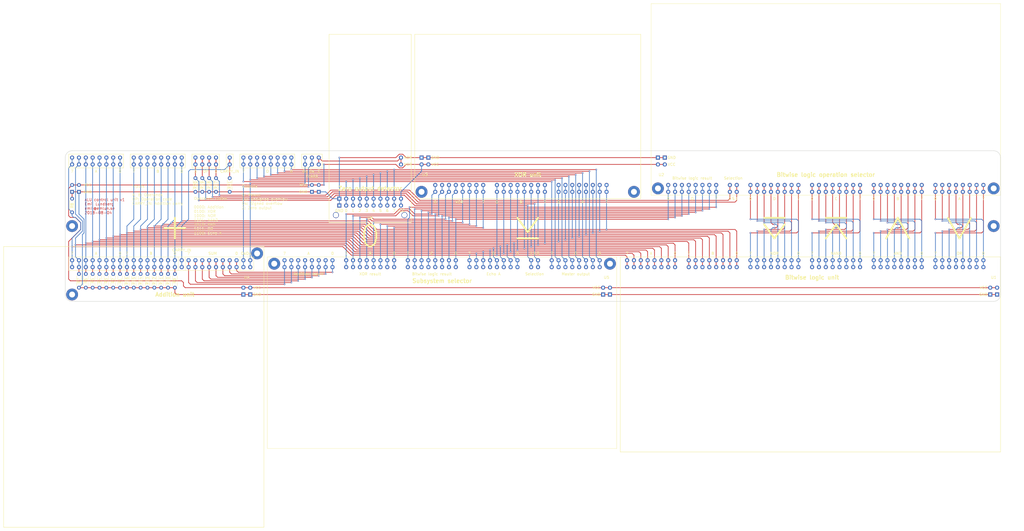
<source format=kicad_pcb>
(kicad_pcb (version 20171130) (host pcbnew "(5.0.0-rc2-200-g1f6f76beb)")
  (layers (0 F.Cu signal) (31 B.Cu signal) (34 B.Paste user) (35 F.Paste user) (36 B.SilkS user) (37 F.SilkS user) (38 B.Mask user) (39 F.Mask user) (44 Edge.Cuts user))
  (net 0 "")
  (net 1 /a0)
  (net 2 /a1)
  (net 3 /a2)
  (net 4 /a3)
  (net 5 /a4)
  (net 6 /a5)
  (net 7 /a6)
  (net 8 /a7)
  (net 9 /b0)
  (net 10 /b1)
  (net 11 /b2)
  (net 12 /b3)
  (net 13 /b4)
  (net 14 /b5)
  (net 15 /b6)
  (net 16 /b7)
  (net 17 /ins1)
  (net 18 /ins0)
  (net 19 /ins2)
  (net 20 /ins3)
  (net 21 /carry_in)
  (net 22 /out0)
  (net 23 /out1)
  (net 24 /out2)
  (net 25 /out3)
  (net 26 /out4)
  (net 27 /out5)
  (net 28 /out6)
  (net 29 /out7)
  (net 30 /ofl_uns)
  (net 31 /out_zero)
  (net 32 /ofl_sgn)
  (net 33 VCC)
  (net 34 GND)
  (net 35 /and1)
  (net 36 /and2)
  (net 37 /nor7)
  (net 38 /nand7)
  (net 39 /nor4)
  (net 40 /nor2)
  (net 41 /nand3)
  (net 42 /and7)
  (net 43 /nor1)
  (net 44 /and0)
  (net 45 /or7)
  (net 46 /or6)
  (net 47 /nand2)
  (net 48 /nor6)
  (net 49 /nor3)
  (net 50 /nand4)
  (net 51 /nand1)
  (net 52 /nand6)
  (net 53 /nor5)
  (net 54 /nor0)
  (net 55 /and3)
  (net 56 /and6)
  (net 57 /nand5)
  (net 58 /nand0)
  (net 59 /and5)
  (net 60 /and4)
  (net 61 /or4)
  (net 62 /or5)
  (net 63 /or3)
  (net 64 /or2)
  (net 65 /or1)
  (net 66 /or0)
  (net 67 /logic_out3)
  (net 68 /logic_out4)
  (net 69 /logic_out2)
  (net 70 /logic_out1)
  (net 71 /logic_out0)
  (net 72 /logic_out5)
  (net 73 /logic_out7)
  (net 74 /logic_out6)
  (net 75 /xor7)
  (net 76 /xor4)
  (net 77 /xor2)
  (net 78 /xor1)
  (net 79 /xor6)
  (net 80 /xor3)
  (net 81 /xor5)
  (net 82 /xor0)
  (net 83 /sum0)
  (net 84 /sum5)
  (net 85 /sum3)
  (net 86 /sum2)
  (net 87 /sum7)
  (net 88 /sum4)
  (net 89 /sum6)
  (net 90 /sum1)
  (module emlun:8-input-nor (layer F.Cu) (at 144.78 81.28 180)
    (fp_text reference U6 (at 11.43 -4.58 180) (layer F.SilkS))
    (fp_text value 8-input-NOR)
    (fp_text user NOR (at -2.54 17.78 180) (layer F.SilkS))
    (fp_text user NOR (at -2.54 15.24 180) (layer F.SilkS))
    (fp_text user 0 (at 20.32 -1.905 180) (layer F.SilkS))
    (fp_text user 1 (at 17.78 -1.905 180) (layer F.SilkS))
    (fp_text user 2 (at 15.24 -1.905 180) (layer F.SilkS))
    (fp_text user 3 (at 12.7 -1.905 180) (layer F.SilkS))
    (fp_text user 4 (at 10.16 -1.905 180) (layer F.SilkS))
    (fp_text user 5 (at 7.62 -1.905 180) (layer F.SilkS))
    (fp_text user 6 (at 5.08 -1.905 180) (layer F.SilkS))
    (fp_text user 7 (at 2.54 -1.905 180) (layer F.SilkS))
    (fp_text user GND (at 22.86 -1.905) (layer F.SilkS))
    (fp_text user VCC (at 0 -1.905) (layer F.SilkS))
    (pad "" thru_hole circle (at -1.27 -3.556 180) (size 2.2 2.2) (drill 1.8) (layers *.Cu *.Mask))
    (pad "" thru_hole circle (at 24.13 -3.556 180) (size 2.2 2.2) (drill 1.8) (layers *.Cu *.Mask))
    (pad 11 thru_hole rect (at 22.86 2.54 270) (size 1.524 1.524) (drill 0.762) (layers *.Cu *.Mask) (net 34 GND))
    (pad 11 thru_hole rect (at 22.86 0 270) (size 1.524 1.524) (drill 0.762) (layers *.Cu *.Mask) (net 34 GND))
    (pad 2 thru_hole circle (at 5.08 2.54 180) (size 1.524 1.524) (drill 0.762) (layers *.Cu *.Mask) (net 23 /out1))
    (pad 10 thru_hole circle (at 0 0 90) (size 1.524 1.524) (drill 0.762) (layers *.Cu *.Mask) (net 33 VCC))
    (pad 8 thru_hole circle (at 20.32 2.54 180) (size 1.524 1.524) (drill 0.762) (layers *.Cu *.Mask) (net 29 /out7))
    (pad 3 thru_hole circle (at 7.62 2.54 180) (size 1.524 1.524) (drill 0.762) (layers *.Cu *.Mask) (net 24 /out2))
    (pad 9 thru_hole circle (at 0 17.78 180) (size 1.524 1.524) (drill 0.762) (layers *.Cu *.Mask) (net 31 /out_zero))
    (pad 4 thru_hole circle (at 10.16 2.54 180) (size 1.524 1.524) (drill 0.762) (layers *.Cu *.Mask) (net 25 /out3))
    (pad 6 thru_hole circle (at 15.24 2.54 180) (size 1.524 1.524) (drill 0.762) (layers *.Cu *.Mask) (net 27 /out5))
    (pad 7 thru_hole circle (at 17.78 2.54 180) (size 1.524 1.524) (drill 0.762) (layers *.Cu *.Mask) (net 28 /out6))
    (pad 5 thru_hole circle (at 12.7 2.54 180) (size 1.524 1.524) (drill 0.762) (layers *.Cu *.Mask) (net 26 /out4))
    (pad 1 thru_hole circle (at 2.54 2.54 180) (size 1.524 1.524) (drill 0.762) (layers *.Cu *.Mask) (net 22 /out0))
    (pad 10 thru_hole circle (at 0 2.54 90) (size 1.524 1.524) (drill 0.762) (layers *.Cu *.Mask) (net 33 VCC))
    (pad 9 thru_hole circle (at 0 15.24 180) (size 1.524 1.524) (drill 0.762) (layers *.Cu *.Mask) (net 31 /out_zero))
    (pad 8 thru_hole circle (at 20.32 0 180) (size 1.524 1.524) (drill 0.762) (layers *.Cu *.Mask) (net 29 /out7))
    (pad 7 thru_hole circle (at 17.78 0 180) (size 1.524 1.524) (drill 0.762) (layers *.Cu *.Mask) (net 28 /out6))
    (pad 6 thru_hole circle (at 15.24 0 180) (size 1.524 1.524) (drill 0.762) (layers *.Cu *.Mask) (net 27 /out5))
    (pad 5 thru_hole circle (at 12.7 0 180) (size 1.524 1.524) (drill 0.762) (layers *.Cu *.Mask) (net 26 /out4))
    (pad 4 thru_hole circle (at 10.16 0 180) (size 1.524 1.524) (drill 0.762) (layers *.Cu *.Mask) (net 25 /out3))
    (pad 3 thru_hole circle (at 7.62 0 180) (size 1.524 1.524) (drill 0.762) (layers *.Cu *.Mask) (net 24 /out2))
    (pad 2 thru_hole circle (at 5.08 0 180) (size 1.524 1.524) (drill 0.762) (layers *.Cu *.Mask) (net 23 /out1))
    (pad 1 thru_hole circle (at 2.54 0 180) (size 1.524 1.524) (drill 0.762) (layers *.Cu *.Mask) (net 22 /out0))
  )
  (module emlun:8-bit-xor (layer F.Cu) (at 220.98 76.2 180)
    (fp_text reference U3 (at 67.31 6.35 180) (layer F.SilkS))
    (fp_text value 8_bit_xor)
    (fp_text user GND (at 63.5 12.7 180) (layer F.SilkS))
    (fp_text user VCC (at 63.5 10.16 180) (layer F.SilkS))
    (fp_text user 0 (at 63.5 -3.81 180) (layer F.SilkS))
    (fp_text user 7 (at 0 -3.81 180) (layer F.SilkS))
    (fp_text user 0 (at 17.78 -3.81 180) (layer F.SilkS))
    (fp_text user A (at 8.89 -3.81 180) (layer F.SilkS))
    (fp_text user XOR (at 54.61 -3.81 180) (layer F.SilkS))
    (fp_text user 7 (at 22.86 -3.81 180) (layer F.SilkS))
    (fp_text user B (at 31.75 -3.81 180) (layer F.SilkS))
    (fp_text user 0 (at 40.64 -3.81 180) (layer F.SilkS))
    (fp_text user 7 (at 45.72 -3.81 180) (layer F.SilkS))
    (pad 1 thru_hole circle (at 0 0 180) (size 1.524 1.524) (drill 0.762) (layers *.Cu *.Mask) (net 9 /b0))
    (pad 2 thru_hole circle (at 2.54 0 180) (size 1.524 1.524) (drill 0.762) (layers *.Cu *.Mask) (net 10 /b1))
    (pad 3 thru_hole circle (at 5.08 0 180) (size 1.524 1.524) (drill 0.762) (layers *.Cu *.Mask) (net 11 /b2))
    (pad 4 thru_hole circle (at 7.62 0 180) (size 1.524 1.524) (drill 0.762) (layers *.Cu *.Mask) (net 12 /b3))
    (pad 5 thru_hole circle (at 10.16 0 180) (size 1.524 1.524) (drill 0.762) (layers *.Cu *.Mask) (net 13 /b4))
    (pad 6 thru_hole circle (at 12.7 0 180) (size 1.524 1.524) (drill 0.762) (layers *.Cu *.Mask) (net 14 /b5))
    (pad 7 thru_hole circle (at 15.24 0 180) (size 1.524 1.524) (drill 0.762) (layers *.Cu *.Mask) (net 15 /b6))
    (pad 8 thru_hole circle (at 17.78 0 180) (size 1.524 1.524) (drill 0.762) (layers *.Cu *.Mask) (net 16 /b7))
    (pad 9 thru_hole circle (at 22.86 0 180) (size 1.524 1.524) (drill 0.762) (layers *.Cu *.Mask) (net 1 /a0))
    (pad 10 thru_hole circle (at 25.4 0 180) (size 1.524 1.524) (drill 0.762) (layers *.Cu *.Mask) (net 2 /a1))
    (pad 11 thru_hole circle (at 27.94 0 180) (size 1.524 1.524) (drill 0.762) (layers *.Cu *.Mask) (net 3 /a2))
    (pad 12 thru_hole circle (at 30.48 0 180) (size 1.524 1.524) (drill 0.762) (layers *.Cu *.Mask) (net 4 /a3))
    (pad 13 thru_hole circle (at 33.02 0 180) (size 1.524 1.524) (drill 0.762) (layers *.Cu *.Mask) (net 5 /a4))
    (pad 14 thru_hole circle (at 35.56 0 180) (size 1.524 1.524) (drill 0.762) (layers *.Cu *.Mask) (net 6 /a5))
    (pad 15 thru_hole circle (at 38.1 0 180) (size 1.524 1.524) (drill 0.762) (layers *.Cu *.Mask) (net 7 /a6))
    (pad 16 thru_hole circle (at 40.64 0 180) (size 1.524 1.524) (drill 0.762) (layers *.Cu *.Mask) (net 8 /a7))
    (pad 17 thru_hole circle (at 45.72 0 180) (size 1.524 1.524) (drill 0.762) (layers *.Cu *.Mask) (net 82 /xor0))
    (pad 18 thru_hole circle (at 48.26 0 180) (size 1.524 1.524) (drill 0.762) (layers *.Cu *.Mask) (net 78 /xor1))
    (pad 19 thru_hole circle (at 50.8 0 180) (size 1.524 1.524) (drill 0.762) (layers *.Cu *.Mask) (net 77 /xor2))
    (pad 20 thru_hole circle (at 53.34 0 180) (size 1.524 1.524) (drill 0.762) (layers *.Cu *.Mask) (net 80 /xor3))
    (pad 21 thru_hole circle (at 55.88 0 180) (size 1.524 1.524) (drill 0.762) (layers *.Cu *.Mask) (net 76 /xor4))
    (pad 22 thru_hole circle (at 58.42 0 180) (size 1.524 1.524) (drill 0.762) (layers *.Cu *.Mask) (net 81 /xor5))
    (pad 23 thru_hole circle (at 60.96 0 180) (size 1.524 1.524) (drill 0.762) (layers *.Cu *.Mask) (net 79 /xor6))
    (pad 24 thru_hole circle (at 63.5 0 180) (size 1.524 1.524) (drill 0.762) (layers *.Cu *.Mask) (net 75 /xor7))
    (pad 25 thru_hole circle (at 68.58 10.16 90) (size 1.524 1.524) (drill 0.762) (layers *.Cu *.Mask) (net 33 VCC))
    (pad 26 thru_hole rect (at 68.58 12.7 90) (size 1.524 1.524) (drill 0.762) (layers *.Cu *.Mask) (net 34 GND))
    (pad 24 thru_hole circle (at 63.5 2.54 180) (size 1.524 1.524) (drill 0.762) (layers *.Cu *.Mask) (net 75 /xor7))
    (pad 19 thru_hole circle (at 50.8 2.54 180) (size 1.524 1.524) (drill 0.762) (layers *.Cu *.Mask) (net 77 /xor2))
    (pad 26 thru_hole rect (at 66.04 12.7 90) (size 1.524 1.524) (drill 0.762) (layers *.Cu *.Mask) (net 34 GND))
    (pad 21 thru_hole circle (at 55.88 2.54 180) (size 1.524 1.524) (drill 0.762) (layers *.Cu *.Mask) (net 76 /xor4))
    (pad 18 thru_hole circle (at 48.26 2.54 180) (size 1.524 1.524) (drill 0.762) (layers *.Cu *.Mask) (net 78 /xor1))
    (pad 23 thru_hole circle (at 60.96 2.54 180) (size 1.524 1.524) (drill 0.762) (layers *.Cu *.Mask) (net 79 /xor6))
    (pad 8 thru_hole circle (at 17.78 2.54 180) (size 1.524 1.524) (drill 0.762) (layers *.Cu *.Mask) (net 16 /b7))
    (pad 22 thru_hole circle (at 58.42 2.54 180) (size 1.524 1.524) (drill 0.762) (layers *.Cu *.Mask) (net 81 /xor5))
    (pad 20 thru_hole circle (at 53.34 2.54 180) (size 1.524 1.524) (drill 0.762) (layers *.Cu *.Mask) (net 80 /xor3))
    (pad 25 thru_hole circle (at 66.04 10.16 90) (size 1.524 1.524) (drill 0.762) (layers *.Cu *.Mask) (net 33 VCC))
    (pad 17 thru_hole circle (at 45.72 2.54 180) (size 1.524 1.524) (drill 0.762) (layers *.Cu *.Mask) (net 82 /xor0))
    (pad 5 thru_hole circle (at 10.16 2.54 180) (size 1.524 1.524) (drill 0.762) (layers *.Cu *.Mask) (net 13 /b4))
    (pad 4 thru_hole circle (at 7.62 2.54 180) (size 1.524 1.524) (drill 0.762) (layers *.Cu *.Mask) (net 12 /b3))
    (pad 7 thru_hole circle (at 15.24 2.54 180) (size 1.524 1.524) (drill 0.762) (layers *.Cu *.Mask) (net 15 /b6))
    (pad 6 thru_hole circle (at 12.7 2.54 180) (size 1.524 1.524) (drill 0.762) (layers *.Cu *.Mask) (net 14 /b5))
    (pad 3 thru_hole circle (at 5.08 2.54 180) (size 1.524 1.524) (drill 0.762) (layers *.Cu *.Mask) (net 11 /b2))
    (pad 2 thru_hole circle (at 2.54 2.54 180) (size 1.524 1.524) (drill 0.762) (layers *.Cu *.Mask) (net 10 /b1))
    (pad 13 thru_hole circle (at 33.02 2.54 180) (size 1.524 1.524) (drill 0.762) (layers *.Cu *.Mask) (net 5 /a4))
    (pad 1 thru_hole circle (at 0 2.54 180) (size 1.524 1.524) (drill 0.762) (layers *.Cu *.Mask) (net 9 /b0))
    (pad 15 thru_hole circle (at 38.1 2.54 180) (size 1.524 1.524) (drill 0.762) (layers *.Cu *.Mask) (net 7 /a6))
    (pad 14 thru_hole circle (at 35.56 2.54 180) (size 1.524 1.524) (drill 0.762) (layers *.Cu *.Mask) (net 6 /a5))
    (pad 10 thru_hole circle (at 25.4 2.54 180) (size 1.524 1.524) (drill 0.762) (layers *.Cu *.Mask) (net 2 /a1))
    (pad 12 thru_hole circle (at 30.48 2.54 180) (size 1.524 1.524) (drill 0.762) (layers *.Cu *.Mask) (net 4 /a3))
    (pad 11 thru_hole circle (at 27.94 2.54 180) (size 1.524 1.524) (drill 0.762) (layers *.Cu *.Mask) (net 3 /a2))
    (pad 16 thru_hole circle (at 40.64 2.54 180) (size 1.524 1.524) (drill 0.762) (layers *.Cu *.Mask) (net 8 /a7))
    (pad 9 thru_hole circle (at 22.86 2.54 180) (size 1.524 1.524) (drill 0.762) (layers *.Cu *.Mask) (net 1 /a0))
    (pad "" thru_hole circle (at 68.58 0 180) (size 4.4 4.4) (drill 2.2) (layers *.Cu *.Mask))
    (pad "" thru_hole circle (at -10.16 0 180) (size 4.4 4.4) (drill 2.2) (layers *.Cu *.Mask))
  )
  (module emlun:PWR-double_2_pole_power_connector (layer F.Cu) (at 111.76 73.66)
    (fp_text reference J7)
    (fp_text value PWR-2_pole_power_connector)
    (pad 2 thru_hole circle (at 2.54 0 90) (size 1.4 1.4) (drill 0.7) (layers *.Cu *.Mask) (net 33 VCC))
    (pad 1 thru_hole rect (at 2.54 2.54 90) (size 1.4 1.4) (drill 0.7) (layers *.Cu *.Mask) (net 34 GND))
    (pad 1 thru_hole rect (at 0 2.54 90) (size 1.4 1.4) (drill 0.7) (layers *.Cu *.Mask) (net 34 GND))
    (pad 2 thru_hole circle (at 0 0 90) (size 1.4 1.4) (drill 0.7) (layers *.Cu *.Mask) (net 33 VCC))
  )
  (module emlun:4-way-8-bit-bus-selector (layer F.Cu) (at 101.6 101.6)
    (fp_text reference U5 (at 119.38 6.35) (layer F.SilkS))
    (fp_text value 4-way-8-bit-bus-selector)
    (fp_text user GND (at 115.57 12.7) (layer F.SilkS))
    (fp_text user VCC (at 115.57 10.16) (layer F.SilkS))
    (fp_text user 1 (at 91.44 -2.54) (layer F.SilkS))
    (fp_text user 0 (at 93.98 -2.54) (layer F.SilkS))
    (fp_text user S (at 92.71 -2.54) (layer F.SilkS))
    (fp_text user 7 (at 99.06 -2.54) (layer F.SilkS))
    (fp_text user 0 (at 116.84 -2.54) (layer F.SilkS))
    (fp_text user O (at 107.95 -2.54) (layer F.SilkS))
    (fp_text user 7 (at 68.58 -2.54) (layer F.SilkS))
    (fp_text user 0 (at 86.36 -2.54) (layer F.SilkS))
    (fp_text user D (at 77.47 -2.54) (layer F.SilkS))
    (fp_text user 7 (at 45.72 -2.54) (layer F.SilkS))
    (fp_text user 0 (at 63.5 -2.54) (layer F.SilkS))
    (fp_text user C (at 54.61 -2.54) (layer F.SilkS))
    (fp_text user 7 (at 22.86 -2.54) (layer F.SilkS))
    (fp_text user 0 (at 40.64 -2.54) (layer F.SilkS))
    (fp_text user B (at 31.75 -2.54) (layer F.SilkS))
    (fp_text user A (at 8.89 -2.54) (layer F.SilkS))
    (fp_text user 0 (at 17.78 -2.54) (layer F.SilkS))
    (fp_text user 7 (at 0 -2.54) (layer F.SilkS))
    (pad 1 thru_hole circle (at 0 0) (size 1.524 1.524) (drill 0.762) (layers *.Cu *.Mask) (net 87 /sum7))
    (pad 2 thru_hole circle (at 2.54 0) (size 1.524 1.524) (drill 0.762) (layers *.Cu *.Mask) (net 89 /sum6))
    (pad 3 thru_hole circle (at 5.08 0) (size 1.524 1.524) (drill 0.762) (layers *.Cu *.Mask) (net 84 /sum5))
    (pad 4 thru_hole circle (at 7.62 0) (size 1.524 1.524) (drill 0.762) (layers *.Cu *.Mask) (net 88 /sum4))
    (pad 5 thru_hole circle (at 10.16 0) (size 1.524 1.524) (drill 0.762) (layers *.Cu *.Mask) (net 85 /sum3))
    (pad 6 thru_hole circle (at 12.7 0) (size 1.524 1.524) (drill 0.762) (layers *.Cu *.Mask) (net 86 /sum2))
    (pad 7 thru_hole circle (at 15.24 0) (size 1.524 1.524) (drill 0.762) (layers *.Cu *.Mask) (net 90 /sum1))
    (pad 8 thru_hole circle (at 17.78 0) (size 1.524 1.524) (drill 0.762) (layers *.Cu *.Mask) (net 83 /sum0))
    (pad 9 thru_hole circle (at 22.86 0) (size 1.524 1.524) (drill 0.762) (layers *.Cu *.Mask) (net 75 /xor7))
    (pad 10 thru_hole circle (at 25.4 0) (size 1.524 1.524) (drill 0.762) (layers *.Cu *.Mask) (net 79 /xor6))
    (pad 11 thru_hole circle (at 27.94 0) (size 1.524 1.524) (drill 0.762) (layers *.Cu *.Mask) (net 81 /xor5))
    (pad 12 thru_hole circle (at 30.48 0) (size 1.524 1.524) (drill 0.762) (layers *.Cu *.Mask) (net 76 /xor4))
    (pad 13 thru_hole circle (at 33.02 0) (size 1.524 1.524) (drill 0.762) (layers *.Cu *.Mask) (net 80 /xor3))
    (pad 14 thru_hole circle (at 35.56 0) (size 1.524 1.524) (drill 0.762) (layers *.Cu *.Mask) (net 77 /xor2))
    (pad 15 thru_hole circle (at 38.1 0) (size 1.524 1.524) (drill 0.762) (layers *.Cu *.Mask) (net 78 /xor1))
    (pad 16 thru_hole circle (at 40.64 0) (size 1.524 1.524) (drill 0.762) (layers *.Cu *.Mask) (net 82 /xor0))
    (pad 17 thru_hole circle (at 45.72 0) (size 1.524 1.524) (drill 0.762) (layers *.Cu *.Mask) (net 73 /logic_out7))
    (pad 18 thru_hole circle (at 48.26 0) (size 1.524 1.524) (drill 0.762) (layers *.Cu *.Mask) (net 74 /logic_out6))
    (pad 19 thru_hole circle (at 50.8 0) (size 1.524 1.524) (drill 0.762) (layers *.Cu *.Mask) (net 72 /logic_out5))
    (pad 20 thru_hole circle (at 53.34 0) (size 1.524 1.524) (drill 0.762) (layers *.Cu *.Mask) (net 68 /logic_out4))
    (pad 21 thru_hole circle (at 55.88 0) (size 1.524 1.524) (drill 0.762) (layers *.Cu *.Mask) (net 67 /logic_out3))
    (pad 22 thru_hole circle (at 58.42 0) (size 1.524 1.524) (drill 0.762) (layers *.Cu *.Mask) (net 69 /logic_out2))
    (pad 23 thru_hole circle (at 60.96 0) (size 1.524 1.524) (drill 0.762) (layers *.Cu *.Mask) (net 70 /logic_out1))
    (pad 24 thru_hole circle (at 63.5 0) (size 1.524 1.524) (drill 0.762) (layers *.Cu *.Mask) (net 71 /logic_out0))
    (pad 25 thru_hole circle (at 68.58 0) (size 1.524 1.524) (drill 0.762) (layers *.Cu *.Mask) (net 8 /a7))
    (pad 26 thru_hole circle (at 71.12 0) (size 1.524 1.524) (drill 0.762) (layers *.Cu *.Mask) (net 7 /a6))
    (pad 27 thru_hole circle (at 73.66 0) (size 1.524 1.524) (drill 0.762) (layers *.Cu *.Mask) (net 6 /a5))
    (pad 28 thru_hole circle (at 76.2 0) (size 1.524 1.524) (drill 0.762) (layers *.Cu *.Mask) (net 5 /a4))
    (pad 29 thru_hole circle (at 78.74 0) (size 1.524 1.524) (drill 0.762) (layers *.Cu *.Mask) (net 4 /a3))
    (pad 30 thru_hole circle (at 81.28 0) (size 1.524 1.524) (drill 0.762) (layers *.Cu *.Mask) (net 3 /a2))
    (pad 31 thru_hole circle (at 83.82 0) (size 1.524 1.524) (drill 0.762) (layers *.Cu *.Mask) (net 2 /a1))
    (pad 32 thru_hole circle (at 86.36 0) (size 1.524 1.524) (drill 0.762) (layers *.Cu *.Mask) (net 1 /a0))
    (pad 33 thru_hole circle (at 91.44 0) (size 1.524 1.524) (drill 0.762) (layers *.Cu *.Mask) (net 20 /ins3))
    (pad 34 thru_hole circle (at 93.98 0) (size 1.524 1.524) (drill 0.762) (layers *.Cu *.Mask) (net 19 /ins2))
    (pad 35 thru_hole circle (at 99.06 0) (size 1.524 1.524) (drill 0.762) (layers *.Cu *.Mask) (net 29 /out7))
    (pad 36 thru_hole circle (at 101.6 0) (size 1.524 1.524) (drill 0.762) (layers *.Cu *.Mask) (net 28 /out6))
    (pad 37 thru_hole circle (at 104.14 0) (size 1.524 1.524) (drill 0.762) (layers *.Cu *.Mask) (net 27 /out5))
    (pad 39 thru_hole circle (at 109.22 0) (size 1.524 1.524) (drill 0.762) (layers *.Cu *.Mask) (net 25 /out3))
    (pad 38 thru_hole circle (at 106.68 0) (size 1.524 1.524) (drill 0.762) (layers *.Cu *.Mask) (net 26 /out4))
    (pad 40 thru_hole circle (at 111.76 0) (size 1.524 1.524) (drill 0.762) (layers *.Cu *.Mask) (net 24 /out2))
    (pad 41 thru_hole circle (at 114.3 0) (size 1.524 1.524) (drill 0.762) (layers *.Cu *.Mask) (net 23 /out1))
    (pad 42 thru_hole circle (at 116.84 0) (size 1.524 1.524) (drill 0.762) (layers *.Cu *.Mask) (net 22 /out0))
    (pad 43 thru_hole circle (at 118.11 10.16) (size 1.524 1.524) (drill 0.762) (layers *.Cu *.Mask) (net 33 VCC))
    (pad 44 thru_hole rect (at 118.11 12.7) (size 1.524 1.524) (drill 0.762) (layers *.Cu *.Mask) (net 34 GND))
    (pad 43 thru_hole circle (at 120.65 10.16) (size 1.524 1.524) (drill 0.762) (layers *.Cu *.Mask) (net 33 VCC))
    (pad 44 thru_hole rect (at 120.65 12.7) (size 1.524 1.524) (drill 0.762) (layers *.Cu *.Mask) (net 34 GND))
    (pad 36 thru_hole circle (at 101.6 2.54) (size 1.524 1.524) (drill 0.762) (layers *.Cu *.Mask) (net 28 /out6))
    (pad 35 thru_hole circle (at 99.06 2.54) (size 1.524 1.524) (drill 0.762) (layers *.Cu *.Mask) (net 29 /out7))
    (pad 32 thru_hole circle (at 86.36 2.54) (size 1.524 1.524) (drill 0.762) (layers *.Cu *.Mask) (net 1 /a0))
    (pad 27 thru_hole circle (at 73.66 2.54) (size 1.524 1.524) (drill 0.762) (layers *.Cu *.Mask) (net 6 /a5))
    (pad 34 thru_hole circle (at 93.98 2.54) (size 1.524 1.524) (drill 0.762) (layers *.Cu *.Mask) (net 19 /ins2))
    (pad 37 thru_hole circle (at 104.14 2.54) (size 1.524 1.524) (drill 0.762) (layers *.Cu *.Mask) (net 27 /out5))
    (pad 24 thru_hole circle (at 63.5 2.54) (size 1.524 1.524) (drill 0.762) (layers *.Cu *.Mask) (net 71 /logic_out0))
    (pad 19 thru_hole circle (at 50.8 2.54) (size 1.524 1.524) (drill 0.762) (layers *.Cu *.Mask) (net 72 /logic_out5))
    (pad 26 thru_hole circle (at 71.12 2.54) (size 1.524 1.524) (drill 0.762) (layers *.Cu *.Mask) (net 7 /a6))
    (pad 31 thru_hole circle (at 83.82 2.54) (size 1.524 1.524) (drill 0.762) (layers *.Cu *.Mask) (net 2 /a1))
    (pad 28 thru_hole circle (at 76.2 2.54) (size 1.524 1.524) (drill 0.762) (layers *.Cu *.Mask) (net 5 /a4))
    (pad 21 thru_hole circle (at 55.88 2.54) (size 1.524 1.524) (drill 0.762) (layers *.Cu *.Mask) (net 67 /logic_out3))
    (pad 18 thru_hole circle (at 48.26 2.54) (size 1.524 1.524) (drill 0.762) (layers *.Cu *.Mask) (net 74 /logic_out6))
    (pad 30 thru_hole circle (at 81.28 2.54) (size 1.524 1.524) (drill 0.762) (layers *.Cu *.Mask) (net 3 /a2))
    (pad 42 thru_hole circle (at 116.84 2.54) (size 1.524 1.524) (drill 0.762) (layers *.Cu *.Mask) (net 22 /out0))
    (pad 41 thru_hole circle (at 114.3 2.54) (size 1.524 1.524) (drill 0.762) (layers *.Cu *.Mask) (net 23 /out1))
    (pad 40 thru_hole circle (at 111.76 2.54) (size 1.524 1.524) (drill 0.762) (layers *.Cu *.Mask) (net 24 /out2))
    (pad 23 thru_hole circle (at 60.96 2.54) (size 1.524 1.524) (drill 0.762) (layers *.Cu *.Mask) (net 70 /logic_out1))
    (pad 33 thru_hole circle (at 91.44 2.54) (size 1.524 1.524) (drill 0.762) (layers *.Cu *.Mask) (net 20 /ins3))
    (pad 29 thru_hole circle (at 78.74 2.54) (size 1.524 1.524) (drill 0.762) (layers *.Cu *.Mask) (net 4 /a3))
    (pad 8 thru_hole circle (at 17.78 2.54) (size 1.524 1.524) (drill 0.762) (layers *.Cu *.Mask) (net 83 /sum0))
    (pad 22 thru_hole circle (at 58.42 2.54) (size 1.524 1.524) (drill 0.762) (layers *.Cu *.Mask) (net 69 /logic_out2))
    (pad 20 thru_hole circle (at 53.34 2.54) (size 1.524 1.524) (drill 0.762) (layers *.Cu *.Mask) (net 68 /logic_out4))
    (pad 25 thru_hole circle (at 68.58 2.54) (size 1.524 1.524) (drill 0.762) (layers *.Cu *.Mask) (net 8 /a7))
    (pad 17 thru_hole circle (at 45.72 2.54) (size 1.524 1.524) (drill 0.762) (layers *.Cu *.Mask) (net 73 /logic_out7))
    (pad 5 thru_hole circle (at 10.16 2.54) (size 1.524 1.524) (drill 0.762) (layers *.Cu *.Mask) (net 85 /sum3))
    (pad 4 thru_hole circle (at 7.62 2.54) (size 1.524 1.524) (drill 0.762) (layers *.Cu *.Mask) (net 88 /sum4))
    (pad 38 thru_hole circle (at 106.68 2.54) (size 1.524 1.524) (drill 0.762) (layers *.Cu *.Mask) (net 26 /out4))
    (pad 39 thru_hole circle (at 109.22 2.54) (size 1.524 1.524) (drill 0.762) (layers *.Cu *.Mask) (net 25 /out3))
    (pad 7 thru_hole circle (at 15.24 2.54) (size 1.524 1.524) (drill 0.762) (layers *.Cu *.Mask) (net 90 /sum1))
    (pad 6 thru_hole circle (at 12.7 2.54) (size 1.524 1.524) (drill 0.762) (layers *.Cu *.Mask) (net 86 /sum2))
    (pad 3 thru_hole circle (at 5.08 2.54) (size 1.524 1.524) (drill 0.762) (layers *.Cu *.Mask) (net 84 /sum5))
    (pad 2 thru_hole circle (at 2.54 2.54) (size 1.524 1.524) (drill 0.762) (layers *.Cu *.Mask) (net 89 /sum6))
    (pad 13 thru_hole circle (at 33.02 2.54) (size 1.524 1.524) (drill 0.762) (layers *.Cu *.Mask) (net 80 /xor3))
    (pad 1 thru_hole circle (at 0 2.54) (size 1.524 1.524) (drill 0.762) (layers *.Cu *.Mask) (net 87 /sum7))
    (pad 15 thru_hole circle (at 38.1 2.54) (size 1.524 1.524) (drill 0.762) (layers *.Cu *.Mask) (net 78 /xor1))
    (pad 14 thru_hole circle (at 35.56 2.54) (size 1.524 1.524) (drill 0.762) (layers *.Cu *.Mask) (net 77 /xor2))
    (pad 10 thru_hole circle (at 25.4 2.54) (size 1.524 1.524) (drill 0.762) (layers *.Cu *.Mask) (net 79 /xor6))
    (pad 12 thru_hole circle (at 30.48 2.54) (size 1.524 1.524) (drill 0.762) (layers *.Cu *.Mask) (net 76 /xor4))
    (pad 11 thru_hole circle (at 27.94 2.54) (size 1.524 1.524) (drill 0.762) (layers *.Cu *.Mask) (net 81 /xor5))
    (pad 16 thru_hole circle (at 40.64 2.54) (size 1.524 1.524) (drill 0.762) (layers *.Cu *.Mask) (net 82 /xor0))
    (pad 9 thru_hole circle (at 22.86 2.54) (size 1.524 1.524) (drill 0.762) (layers *.Cu *.Mask) (net 75 /xor7))
    (pad "" thru_hole circle (at 120.65 1.27) (size 4.4 4.4) (drill 2.2) (layers *.Cu *.Mask))
    (pad "" thru_hole circle (at -3.81 1.27) (size 4.4 4.4) (drill 2.2) (layers *.Cu *.Mask))
  )
  (module emlun:4-way-8-bit-bus-selector (layer F.Cu) (at 360.68 76.2 180)
    (fp_text reference U2 (at 119.38 6.35 180) (layer F.SilkS))
    (fp_text value 4-way-8-bit-bus-selector)
    (fp_text user GND (at 115.57 12.7 180) (layer F.SilkS))
    (fp_text user VCC (at 115.57 10.16 180) (layer F.SilkS))
    (fp_text user 1 (at 91.44 -2.54 180) (layer F.SilkS))
    (fp_text user 0 (at 93.98 -2.54 180) (layer F.SilkS))
    (fp_text user S (at 92.71 -2.54 180) (layer F.SilkS))
    (fp_text user 7 (at 99.06 -2.54 180) (layer F.SilkS))
    (fp_text user 0 (at 116.84 -2.54 180) (layer F.SilkS))
    (fp_text user O (at 107.95 -2.54 180) (layer F.SilkS))
    (fp_text user 7 (at 68.58 -2.54 180) (layer F.SilkS))
    (fp_text user 0 (at 86.36 -2.54 180) (layer F.SilkS))
    (fp_text user D (at 77.47 -2.54 180) (layer F.SilkS))
    (fp_text user 7 (at 45.72 -2.54 180) (layer F.SilkS))
    (fp_text user 0 (at 63.5 -2.54 180) (layer F.SilkS))
    (fp_text user C (at 54.61 -2.54 180) (layer F.SilkS))
    (fp_text user 7 (at 22.86 -2.54 180) (layer F.SilkS))
    (fp_text user 0 (at 40.64 -2.54 180) (layer F.SilkS))
    (fp_text user B (at 31.75 -2.54 180) (layer F.SilkS))
    (fp_text user A (at 8.89 -2.54 180) (layer F.SilkS))
    (fp_text user 0 (at 17.78 -2.54 180) (layer F.SilkS))
    (fp_text user 7 (at 0 -2.54 180) (layer F.SilkS))
    (pad 1 thru_hole circle (at 0 0 180) (size 1.524 1.524) (drill 0.762) (layers *.Cu *.Mask) (net 45 /or7))
    (pad 2 thru_hole circle (at 2.54 0 180) (size 1.524 1.524) (drill 0.762) (layers *.Cu *.Mask) (net 46 /or6))
    (pad 3 thru_hole circle (at 5.08 0 180) (size 1.524 1.524) (drill 0.762) (layers *.Cu *.Mask) (net 62 /or5))
    (pad 4 thru_hole circle (at 7.62 0 180) (size 1.524 1.524) (drill 0.762) (layers *.Cu *.Mask) (net 61 /or4))
    (pad 5 thru_hole circle (at 10.16 0 180) (size 1.524 1.524) (drill 0.762) (layers *.Cu *.Mask) (net 63 /or3))
    (pad 6 thru_hole circle (at 12.7 0 180) (size 1.524 1.524) (drill 0.762) (layers *.Cu *.Mask) (net 64 /or2))
    (pad 7 thru_hole circle (at 15.24 0 180) (size 1.524 1.524) (drill 0.762) (layers *.Cu *.Mask) (net 65 /or1))
    (pad 8 thru_hole circle (at 17.78 0 180) (size 1.524 1.524) (drill 0.762) (layers *.Cu *.Mask) (net 66 /or0))
    (pad 9 thru_hole circle (at 22.86 0 180) (size 1.524 1.524) (drill 0.762) (layers *.Cu *.Mask) (net 42 /and7))
    (pad 10 thru_hole circle (at 25.4 0 180) (size 1.524 1.524) (drill 0.762) (layers *.Cu *.Mask) (net 56 /and6))
    (pad 11 thru_hole circle (at 27.94 0 180) (size 1.524 1.524) (drill 0.762) (layers *.Cu *.Mask) (net 59 /and5))
    (pad 12 thru_hole circle (at 30.48 0 180) (size 1.524 1.524) (drill 0.762) (layers *.Cu *.Mask) (net 60 /and4))
    (pad 13 thru_hole circle (at 33.02 0 180) (size 1.524 1.524) (drill 0.762) (layers *.Cu *.Mask) (net 55 /and3))
    (pad 14 thru_hole circle (at 35.56 0 180) (size 1.524 1.524) (drill 0.762) (layers *.Cu *.Mask) (net 36 /and2))
    (pad 15 thru_hole circle (at 38.1 0 180) (size 1.524 1.524) (drill 0.762) (layers *.Cu *.Mask) (net 35 /and1))
    (pad 16 thru_hole circle (at 40.64 0 180) (size 1.524 1.524) (drill 0.762) (layers *.Cu *.Mask) (net 44 /and0))
    (pad 17 thru_hole circle (at 45.72 0 180) (size 1.524 1.524) (drill 0.762) (layers *.Cu *.Mask) (net 38 /nand7))
    (pad 18 thru_hole circle (at 48.26 0 180) (size 1.524 1.524) (drill 0.762) (layers *.Cu *.Mask) (net 52 /nand6))
    (pad 19 thru_hole circle (at 50.8 0 180) (size 1.524 1.524) (drill 0.762) (layers *.Cu *.Mask) (net 57 /nand5))
    (pad 20 thru_hole circle (at 53.34 0 180) (size 1.524 1.524) (drill 0.762) (layers *.Cu *.Mask) (net 50 /nand4))
    (pad 21 thru_hole circle (at 55.88 0 180) (size 1.524 1.524) (drill 0.762) (layers *.Cu *.Mask) (net 41 /nand3))
    (pad 22 thru_hole circle (at 58.42 0 180) (size 1.524 1.524) (drill 0.762) (layers *.Cu *.Mask) (net 47 /nand2))
    (pad 23 thru_hole circle (at 60.96 0 180) (size 1.524 1.524) (drill 0.762) (layers *.Cu *.Mask) (net 51 /nand1))
    (pad 24 thru_hole circle (at 63.5 0 180) (size 1.524 1.524) (drill 0.762) (layers *.Cu *.Mask) (net 58 /nand0))
    (pad 25 thru_hole circle (at 68.58 0 180) (size 1.524 1.524) (drill 0.762) (layers *.Cu *.Mask) (net 37 /nor7))
    (pad 26 thru_hole circle (at 71.12 0 180) (size 1.524 1.524) (drill 0.762) (layers *.Cu *.Mask) (net 48 /nor6))
    (pad 27 thru_hole circle (at 73.66 0 180) (size 1.524 1.524) (drill 0.762) (layers *.Cu *.Mask) (net 53 /nor5))
    (pad 28 thru_hole circle (at 76.2 0 180) (size 1.524 1.524) (drill 0.762) (layers *.Cu *.Mask) (net 39 /nor4))
    (pad 29 thru_hole circle (at 78.74 0 180) (size 1.524 1.524) (drill 0.762) (layers *.Cu *.Mask) (net 49 /nor3))
    (pad 30 thru_hole circle (at 81.28 0 180) (size 1.524 1.524) (drill 0.762) (layers *.Cu *.Mask) (net 40 /nor2))
    (pad 31 thru_hole circle (at 83.82 0 180) (size 1.524 1.524) (drill 0.762) (layers *.Cu *.Mask) (net 43 /nor1))
    (pad 32 thru_hole circle (at 86.36 0 180) (size 1.524 1.524) (drill 0.762) (layers *.Cu *.Mask) (net 54 /nor0))
    (pad 33 thru_hole circle (at 91.44 0 180) (size 1.524 1.524) (drill 0.762) (layers *.Cu *.Mask) (net 17 /ins1))
    (pad 34 thru_hole circle (at 93.98 0 180) (size 1.524 1.524) (drill 0.762) (layers *.Cu *.Mask) (net 18 /ins0))
    (pad 35 thru_hole circle (at 99.06 0 180) (size 1.524 1.524) (drill 0.762) (layers *.Cu *.Mask) (net 73 /logic_out7))
    (pad 36 thru_hole circle (at 101.6 0 180) (size 1.524 1.524) (drill 0.762) (layers *.Cu *.Mask) (net 74 /logic_out6))
    (pad 37 thru_hole circle (at 104.14 0 180) (size 1.524 1.524) (drill 0.762) (layers *.Cu *.Mask) (net 72 /logic_out5))
    (pad 39 thru_hole circle (at 109.22 0 180) (size 1.524 1.524) (drill 0.762) (layers *.Cu *.Mask) (net 67 /logic_out3))
    (pad 38 thru_hole circle (at 106.68 0 180) (size 1.524 1.524) (drill 0.762) (layers *.Cu *.Mask) (net 68 /logic_out4))
    (pad 40 thru_hole circle (at 111.76 0 180) (size 1.524 1.524) (drill 0.762) (layers *.Cu *.Mask) (net 69 /logic_out2))
    (pad 41 thru_hole circle (at 114.3 0 180) (size 1.524 1.524) (drill 0.762) (layers *.Cu *.Mask) (net 70 /logic_out1))
    (pad 42 thru_hole circle (at 116.84 0 180) (size 1.524 1.524) (drill 0.762) (layers *.Cu *.Mask) (net 71 /logic_out0))
    (pad 43 thru_hole circle (at 118.11 10.16 180) (size 1.524 1.524) (drill 0.762) (layers *.Cu *.Mask) (net 33 VCC))
    (pad 44 thru_hole rect (at 118.11 12.7 180) (size 1.524 1.524) (drill 0.762) (layers *.Cu *.Mask) (net 34 GND))
    (pad 43 thru_hole circle (at 120.65 10.16 180) (size 1.524 1.524) (drill 0.762) (layers *.Cu *.Mask) (net 33 VCC))
    (pad 44 thru_hole rect (at 120.65 12.7 180) (size 1.524 1.524) (drill 0.762) (layers *.Cu *.Mask) (net 34 GND))
    (pad 36 thru_hole circle (at 101.6 2.54 180) (size 1.524 1.524) (drill 0.762) (layers *.Cu *.Mask) (net 74 /logic_out6))
    (pad 35 thru_hole circle (at 99.06 2.54 180) (size 1.524 1.524) (drill 0.762) (layers *.Cu *.Mask) (net 73 /logic_out7))
    (pad 32 thru_hole circle (at 86.36 2.54 180) (size 1.524 1.524) (drill 0.762) (layers *.Cu *.Mask) (net 54 /nor0))
    (pad 27 thru_hole circle (at 73.66 2.54 180) (size 1.524 1.524) (drill 0.762) (layers *.Cu *.Mask) (net 53 /nor5))
    (pad 34 thru_hole circle (at 93.98 2.54 180) (size 1.524 1.524) (drill 0.762) (layers *.Cu *.Mask) (net 18 /ins0))
    (pad 37 thru_hole circle (at 104.14 2.54 180) (size 1.524 1.524) (drill 0.762) (layers *.Cu *.Mask) (net 72 /logic_out5))
    (pad 24 thru_hole circle (at 63.5 2.54 180) (size 1.524 1.524) (drill 0.762) (layers *.Cu *.Mask) (net 58 /nand0))
    (pad 19 thru_hole circle (at 50.8 2.54 180) (size 1.524 1.524) (drill 0.762) (layers *.Cu *.Mask) (net 57 /nand5))
    (pad 26 thru_hole circle (at 71.12 2.54 180) (size 1.524 1.524) (drill 0.762) (layers *.Cu *.Mask) (net 48 /nor6))
    (pad 31 thru_hole circle (at 83.82 2.54 180) (size 1.524 1.524) (drill 0.762) (layers *.Cu *.Mask) (net 43 /nor1))
    (pad 28 thru_hole circle (at 76.2 2.54 180) (size 1.524 1.524) (drill 0.762) (layers *.Cu *.Mask) (net 39 /nor4))
    (pad 21 thru_hole circle (at 55.88 2.54 180) (size 1.524 1.524) (drill 0.762) (layers *.Cu *.Mask) (net 41 /nand3))
    (pad 18 thru_hole circle (at 48.26 2.54 180) (size 1.524 1.524) (drill 0.762) (layers *.Cu *.Mask) (net 52 /nand6))
    (pad 30 thru_hole circle (at 81.28 2.54 180) (size 1.524 1.524) (drill 0.762) (layers *.Cu *.Mask) (net 40 /nor2))
    (pad 42 thru_hole circle (at 116.84 2.54 180) (size 1.524 1.524) (drill 0.762) (layers *.Cu *.Mask) (net 71 /logic_out0))
    (pad 41 thru_hole circle (at 114.3 2.54 180) (size 1.524 1.524) (drill 0.762) (layers *.Cu *.Mask) (net 70 /logic_out1))
    (pad 40 thru_hole circle (at 111.76 2.54 180) (size 1.524 1.524) (drill 0.762) (layers *.Cu *.Mask) (net 69 /logic_out2))
    (pad 23 thru_hole circle (at 60.96 2.54 180) (size 1.524 1.524) (drill 0.762) (layers *.Cu *.Mask) (net 51 /nand1))
    (pad 33 thru_hole circle (at 91.44 2.54 180) (size 1.524 1.524) (drill 0.762) (layers *.Cu *.Mask) (net 17 /ins1))
    (pad 29 thru_hole circle (at 78.74 2.54 180) (size 1.524 1.524) (drill 0.762) (layers *.Cu *.Mask) (net 49 /nor3))
    (pad 8 thru_hole circle (at 17.78 2.54 180) (size 1.524 1.524) (drill 0.762) (layers *.Cu *.Mask) (net 66 /or0))
    (pad 22 thru_hole circle (at 58.42 2.54 180) (size 1.524 1.524) (drill 0.762) (layers *.Cu *.Mask) (net 47 /nand2))
    (pad 20 thru_hole circle (at 53.34 2.54 180) (size 1.524 1.524) (drill 0.762) (layers *.Cu *.Mask) (net 50 /nand4))
    (pad 25 thru_hole circle (at 68.58 2.54 180) (size 1.524 1.524) (drill 0.762) (layers *.Cu *.Mask) (net 37 /nor7))
    (pad 17 thru_hole circle (at 45.72 2.54 180) (size 1.524 1.524) (drill 0.762) (layers *.Cu *.Mask) (net 38 /nand7))
    (pad 5 thru_hole circle (at 10.16 2.54 180) (size 1.524 1.524) (drill 0.762) (layers *.Cu *.Mask) (net 63 /or3))
    (pad 4 thru_hole circle (at 7.62 2.54 180) (size 1.524 1.524) (drill 0.762) (layers *.Cu *.Mask) (net 61 /or4))
    (pad 38 thru_hole circle (at 106.68 2.54 180) (size 1.524 1.524) (drill 0.762) (layers *.Cu *.Mask) (net 68 /logic_out4))
    (pad 39 thru_hole circle (at 109.22 2.54 180) (size 1.524 1.524) (drill 0.762) (layers *.Cu *.Mask) (net 67 /logic_out3))
    (pad 7 thru_hole circle (at 15.24 2.54 180) (size 1.524 1.524) (drill 0.762) (layers *.Cu *.Mask) (net 65 /or1))
    (pad 6 thru_hole circle (at 12.7 2.54 180) (size 1.524 1.524) (drill 0.762) (layers *.Cu *.Mask) (net 64 /or2))
    (pad 3 thru_hole circle (at 5.08 2.54 180) (size 1.524 1.524) (drill 0.762) (layers *.Cu *.Mask) (net 62 /or5))
    (pad 2 thru_hole circle (at 2.54 2.54 180) (size 1.524 1.524) (drill 0.762) (layers *.Cu *.Mask) (net 46 /or6))
    (pad 13 thru_hole circle (at 33.02 2.54 180) (size 1.524 1.524) (drill 0.762) (layers *.Cu *.Mask) (net 55 /and3))
    (pad 1 thru_hole circle (at 0 2.54 180) (size 1.524 1.524) (drill 0.762) (layers *.Cu *.Mask) (net 45 /or7))
    (pad 15 thru_hole circle (at 38.1 2.54 180) (size 1.524 1.524) (drill 0.762) (layers *.Cu *.Mask) (net 35 /and1))
    (pad 14 thru_hole circle (at 35.56 2.54 180) (size 1.524 1.524) (drill 0.762) (layers *.Cu *.Mask) (net 36 /and2))
    (pad 10 thru_hole circle (at 25.4 2.54 180) (size 1.524 1.524) (drill 0.762) (layers *.Cu *.Mask) (net 56 /and6))
    (pad 12 thru_hole circle (at 30.48 2.54 180) (size 1.524 1.524) (drill 0.762) (layers *.Cu *.Mask) (net 60 /and4))
    (pad 11 thru_hole circle (at 27.94 2.54 180) (size 1.524 1.524) (drill 0.762) (layers *.Cu *.Mask) (net 59 /and5))
    (pad 16 thru_hole circle (at 40.64 2.54 180) (size 1.524 1.524) (drill 0.762) (layers *.Cu *.Mask) (net 44 /and0))
    (pad 9 thru_hole circle (at 22.86 2.54 180) (size 1.524 1.524) (drill 0.762) (layers *.Cu *.Mask) (net 42 /and7))
    (pad "" thru_hole circle (at 120.65 1.27 180) (size 4.4 4.4) (drill 2.2) (layers *.Cu *.Mask))
    (pad "" thru_hole circle (at -3.81 1.27 180) (size 4.4 4.4) (drill 2.2) (layers *.Cu *.Mask))
  )
  (module emlun:8-bit-bitwise-logic (layer F.Cu) (at 228.6 101.6)
    (fp_text reference U1 (at 135.89 6.35) (layer F.SilkS))
    (fp_text value 8-bit-bitwise-logic)
    (fp_text user 7 (at 68.58 -2.54) (layer F.SilkS))
    (fp_text user NAND (at 77.47 -2.54) (layer F.SilkS))
    (fp_text user 7 (at 45.72 -2.54) (layer F.SilkS))
    (fp_text user 0 (at 40.64 -2.54) (layer F.SilkS))
    (fp_text user B (at 31.75 -2.54) (layer F.SilkS))
    (fp_text user 7 (at 22.86 -2.54) (layer F.SilkS))
    (fp_text user NOR (at 54.61 -2.54) (layer F.SilkS))
    (fp_text user 0 (at 86.36 -2.54) (layer F.SilkS))
    (fp_text user A (at 8.89 -2.54) (layer F.SilkS))
    (fp_text user 0 (at 17.78 -2.54) (layer F.SilkS))
    (fp_text user 7 (at 0 -2.54) (layer F.SilkS))
    (fp_text user 0 (at 63.5 -2.54) (layer F.SilkS))
    (fp_text user 7 (at 114.3 -2.54) (layer F.SilkS))
    (fp_text user 0 (at 132.08 -2.54) (layer F.SilkS))
    (fp_text user AND (at 100.33 -2.54) (layer F.SilkS))
    (fp_text user OR (at 123.19 -2.54) (layer F.SilkS))
    (fp_text user 7 (at 91.44 -2.54) (layer F.SilkS))
    (fp_text user 0 (at 109.22 -2.54) (layer F.SilkS))
    (fp_text user VCC (at 132.08 10.16) (layer F.SilkS))
    (fp_text user GND (at 132.08 12.7) (layer F.SilkS))
    (pad 9 thru_hole circle (at 22.86 2.54) (size 1.524 1.524) (drill 0.762) (layers *.Cu *.Mask) (net 16 /b7))
    (pad 16 thru_hole circle (at 40.64 2.54) (size 1.524 1.524) (drill 0.762) (layers *.Cu *.Mask) (net 9 /b0))
    (pad 11 thru_hole circle (at 27.94 2.54) (size 1.524 1.524) (drill 0.762) (layers *.Cu *.Mask) (net 14 /b5))
    (pad 12 thru_hole circle (at 30.48 2.54) (size 1.524 1.524) (drill 0.762) (layers *.Cu *.Mask) (net 13 /b4))
    (pad 10 thru_hole circle (at 25.4 2.54) (size 1.524 1.524) (drill 0.762) (layers *.Cu *.Mask) (net 15 /b6))
    (pad 14 thru_hole circle (at 35.56 2.54) (size 1.524 1.524) (drill 0.762) (layers *.Cu *.Mask) (net 11 /b2))
    (pad 15 thru_hole circle (at 38.1 2.54) (size 1.524 1.524) (drill 0.762) (layers *.Cu *.Mask) (net 10 /b1))
    (pad 1 thru_hole circle (at 0 2.54) (size 1.524 1.524) (drill 0.762) (layers *.Cu *.Mask) (net 8 /a7))
    (pad 13 thru_hole circle (at 33.02 2.54) (size 1.524 1.524) (drill 0.762) (layers *.Cu *.Mask) (net 12 /b3))
    (pad 2 thru_hole circle (at 2.54 2.54) (size 1.524 1.524) (drill 0.762) (layers *.Cu *.Mask) (net 7 /a6))
    (pad 3 thru_hole circle (at 5.08 2.54) (size 1.524 1.524) (drill 0.762) (layers *.Cu *.Mask) (net 6 /a5))
    (pad 6 thru_hole circle (at 12.7 2.54) (size 1.524 1.524) (drill 0.762) (layers *.Cu *.Mask) (net 3 /a2))
    (pad 7 thru_hole circle (at 15.24 2.54) (size 1.524 1.524) (drill 0.762) (layers *.Cu *.Mask) (net 2 /a1))
    (pad 39 thru_hole circle (at 106.68 0) (size 1.524 1.524) (drill 0.762) (layers *.Cu *.Mask) (net 35 /and1))
    (pad 38 thru_hole circle (at 104.14 2.54) (size 1.524 1.524) (drill 0.762) (layers *.Cu *.Mask) (net 36 /and2))
    (pad 4 thru_hole circle (at 7.62 2.54) (size 1.524 1.524) (drill 0.762) (layers *.Cu *.Mask) (net 5 /a4))
    (pad 5 thru_hole circle (at 10.16 2.54) (size 1.524 1.524) (drill 0.762) (layers *.Cu *.Mask) (net 4 /a3))
    (pad 17 thru_hole circle (at 45.72 2.54) (size 1.524 1.524) (drill 0.762) (layers *.Cu *.Mask) (net 37 /nor7))
    (pad 25 thru_hole circle (at 68.58 2.54) (size 1.524 1.524) (drill 0.762) (layers *.Cu *.Mask) (net 38 /nand7))
    (pad 20 thru_hole circle (at 53.34 2.54) (size 1.524 1.524) (drill 0.762) (layers *.Cu *.Mask) (net 39 /nor4))
    (pad 22 thru_hole circle (at 58.42 2.54) (size 1.524 1.524) (drill 0.762) (layers *.Cu *.Mask) (net 40 /nor2))
    (pad 8 thru_hole circle (at 17.78 2.54) (size 1.524 1.524) (drill 0.762) (layers *.Cu *.Mask) (net 1 /a0))
    (pad 29 thru_hole circle (at 78.74 2.54) (size 1.524 1.524) (drill 0.762) (layers *.Cu *.Mask) (net 41 /nand3))
    (pad 33 thru_hole circle (at 91.44 2.54) (size 1.524 1.524) (drill 0.762) (layers *.Cu *.Mask) (net 42 /and7))
    (pad 23 thru_hole circle (at 60.96 2.54) (size 1.524 1.524) (drill 0.762) (layers *.Cu *.Mask) (net 43 /nor1))
    (pad 40 thru_hole circle (at 109.22 2.54) (size 1.524 1.524) (drill 0.762) (layers *.Cu *.Mask) (net 44 /and0))
    (pad 41 thru_hole circle (at 114.3 2.54) (size 1.524 1.524) (drill 0.762) (layers *.Cu *.Mask) (net 45 /or7))
    (pad 42 thru_hole circle (at 116.84 2.54) (size 1.524 1.524) (drill 0.762) (layers *.Cu *.Mask) (net 46 /or6))
    (pad 30 thru_hole circle (at 81.28 2.54) (size 1.524 1.524) (drill 0.762) (layers *.Cu *.Mask) (net 47 /nand2))
    (pad 18 thru_hole circle (at 48.26 2.54) (size 1.524 1.524) (drill 0.762) (layers *.Cu *.Mask) (net 48 /nor6))
    (pad 21 thru_hole circle (at 55.88 2.54) (size 1.524 1.524) (drill 0.762) (layers *.Cu *.Mask) (net 49 /nor3))
    (pad 28 thru_hole circle (at 76.2 2.54) (size 1.524 1.524) (drill 0.762) (layers *.Cu *.Mask) (net 50 /nand4))
    (pad 31 thru_hole circle (at 83.82 2.54) (size 1.524 1.524) (drill 0.762) (layers *.Cu *.Mask) (net 51 /nand1))
    (pad 26 thru_hole circle (at 71.12 2.54) (size 1.524 1.524) (drill 0.762) (layers *.Cu *.Mask) (net 52 /nand6))
    (pad 19 thru_hole circle (at 50.8 2.54) (size 1.524 1.524) (drill 0.762) (layers *.Cu *.Mask) (net 53 /nor5))
    (pad 24 thru_hole circle (at 63.5 2.54) (size 1.524 1.524) (drill 0.762) (layers *.Cu *.Mask) (net 54 /nor0))
    (pad 37 thru_hole circle (at 101.6 2.54) (size 1.524 1.524) (drill 0.762) (layers *.Cu *.Mask) (net 55 /and3))
    (pad 34 thru_hole circle (at 93.98 2.54) (size 1.524 1.524) (drill 0.762) (layers *.Cu *.Mask) (net 56 /and6))
    (pad 27 thru_hole circle (at 73.66 2.54) (size 1.524 1.524) (drill 0.762) (layers *.Cu *.Mask) (net 57 /nand5))
    (pad 32 thru_hole circle (at 86.36 2.54) (size 1.524 1.524) (drill 0.762) (layers *.Cu *.Mask) (net 58 /nand0))
    (pad 35 thru_hole circle (at 96.52 2.54) (size 1.524 1.524) (drill 0.762) (layers *.Cu *.Mask) (net 59 /and5))
    (pad 36 thru_hole circle (at 99.06 2.54) (size 1.524 1.524) (drill 0.762) (layers *.Cu *.Mask) (net 60 /and4))
    (pad 44 thru_hole circle (at 121.92 0 90) (size 1.524 1.524) (drill 0.762) (layers *.Cu *.Mask) (net 61 /or4))
    (pad 43 thru_hole circle (at 119.38 0 90) (size 1.524 1.524) (drill 0.762) (layers *.Cu *.Mask) (net 62 /or5))
    (pad 44 thru_hole circle (at 121.92 2.54 90) (size 1.524 1.524) (drill 0.762) (layers *.Cu *.Mask) (net 61 /or4))
    (pad 43 thru_hole circle (at 119.38 2.54 90) (size 1.524 1.524) (drill 0.762) (layers *.Cu *.Mask) (net 62 /or5))
    (pad 42 thru_hole circle (at 116.84 0) (size 1.524 1.524) (drill 0.762) (layers *.Cu *.Mask) (net 46 /or6))
    (pad 41 thru_hole circle (at 114.3 0) (size 1.524 1.524) (drill 0.762) (layers *.Cu *.Mask) (net 45 /or7))
    (pad 40 thru_hole circle (at 109.22 0) (size 1.524 1.524) (drill 0.762) (layers *.Cu *.Mask) (net 44 /and0))
    (pad 38 thru_hole circle (at 104.14 0) (size 1.524 1.524) (drill 0.762) (layers *.Cu *.Mask) (net 36 /and2))
    (pad 39 thru_hole circle (at 106.68 2.54) (size 1.524 1.524) (drill 0.762) (layers *.Cu *.Mask) (net 35 /and1))
    (pad 37 thru_hole circle (at 101.6 0) (size 1.524 1.524) (drill 0.762) (layers *.Cu *.Mask) (net 55 /and3))
    (pad 36 thru_hole circle (at 99.06 0) (size 1.524 1.524) (drill 0.762) (layers *.Cu *.Mask) (net 60 /and4))
    (pad 35 thru_hole circle (at 96.52 0) (size 1.524 1.524) (drill 0.762) (layers *.Cu *.Mask) (net 59 /and5))
    (pad 34 thru_hole circle (at 93.98 0) (size 1.524 1.524) (drill 0.762) (layers *.Cu *.Mask) (net 56 /and6))
    (pad 33 thru_hole circle (at 91.44 0) (size 1.524 1.524) (drill 0.762) (layers *.Cu *.Mask) (net 42 /and7))
    (pad 32 thru_hole circle (at 86.36 0) (size 1.524 1.524) (drill 0.762) (layers *.Cu *.Mask) (net 58 /nand0))
    (pad 31 thru_hole circle (at 83.82 0) (size 1.524 1.524) (drill 0.762) (layers *.Cu *.Mask) (net 51 /nand1))
    (pad 30 thru_hole circle (at 81.28 0) (size 1.524 1.524) (drill 0.762) (layers *.Cu *.Mask) (net 47 /nand2))
    (pad 29 thru_hole circle (at 78.74 0) (size 1.524 1.524) (drill 0.762) (layers *.Cu *.Mask) (net 41 /nand3))
    (pad 28 thru_hole circle (at 76.2 0) (size 1.524 1.524) (drill 0.762) (layers *.Cu *.Mask) (net 50 /nand4))
    (pad 27 thru_hole circle (at 73.66 0) (size 1.524 1.524) (drill 0.762) (layers *.Cu *.Mask) (net 57 /nand5))
    (pad 26 thru_hole circle (at 71.12 0) (size 1.524 1.524) (drill 0.762) (layers *.Cu *.Mask) (net 52 /nand6))
    (pad 25 thru_hole circle (at 68.58 0) (size 1.524 1.524) (drill 0.762) (layers *.Cu *.Mask) (net 38 /nand7))
    (pad 24 thru_hole circle (at 63.5 0) (size 1.524 1.524) (drill 0.762) (layers *.Cu *.Mask) (net 54 /nor0))
    (pad 23 thru_hole circle (at 60.96 0) (size 1.524 1.524) (drill 0.762) (layers *.Cu *.Mask) (net 43 /nor1))
    (pad 22 thru_hole circle (at 58.42 0) (size 1.524 1.524) (drill 0.762) (layers *.Cu *.Mask) (net 40 /nor2))
    (pad 21 thru_hole circle (at 55.88 0) (size 1.524 1.524) (drill 0.762) (layers *.Cu *.Mask) (net 49 /nor3))
    (pad 20 thru_hole circle (at 53.34 0) (size 1.524 1.524) (drill 0.762) (layers *.Cu *.Mask) (net 39 /nor4))
    (pad 19 thru_hole circle (at 50.8 0) (size 1.524 1.524) (drill 0.762) (layers *.Cu *.Mask) (net 53 /nor5))
    (pad 18 thru_hole circle (at 48.26 0) (size 1.524 1.524) (drill 0.762) (layers *.Cu *.Mask) (net 48 /nor6))
    (pad 17 thru_hole circle (at 45.72 0) (size 1.524 1.524) (drill 0.762) (layers *.Cu *.Mask) (net 37 /nor7))
    (pad 16 thru_hole circle (at 40.64 0) (size 1.524 1.524) (drill 0.762) (layers *.Cu *.Mask) (net 9 /b0))
    (pad 15 thru_hole circle (at 38.1 0) (size 1.524 1.524) (drill 0.762) (layers *.Cu *.Mask) (net 10 /b1))
    (pad 14 thru_hole circle (at 35.56 0) (size 1.524 1.524) (drill 0.762) (layers *.Cu *.Mask) (net 11 /b2))
    (pad 13 thru_hole circle (at 33.02 0) (size 1.524 1.524) (drill 0.762) (layers *.Cu *.Mask) (net 12 /b3))
    (pad 12 thru_hole circle (at 30.48 0) (size 1.524 1.524) (drill 0.762) (layers *.Cu *.Mask) (net 13 /b4))
    (pad 11 thru_hole circle (at 27.94 0) (size 1.524 1.524) (drill 0.762) (layers *.Cu *.Mask) (net 14 /b5))
    (pad 10 thru_hole circle (at 25.4 0) (size 1.524 1.524) (drill 0.762) (layers *.Cu *.Mask) (net 15 /b6))
    (pad 9 thru_hole circle (at 22.86 0) (size 1.524 1.524) (drill 0.762) (layers *.Cu *.Mask) (net 16 /b7))
    (pad 8 thru_hole circle (at 17.78 0) (size 1.524 1.524) (drill 0.762) (layers *.Cu *.Mask) (net 1 /a0))
    (pad 7 thru_hole circle (at 15.24 0) (size 1.524 1.524) (drill 0.762) (layers *.Cu *.Mask) (net 2 /a1))
    (pad 6 thru_hole circle (at 12.7 0) (size 1.524 1.524) (drill 0.762) (layers *.Cu *.Mask) (net 3 /a2))
    (pad 5 thru_hole circle (at 10.16 0) (size 1.524 1.524) (drill 0.762) (layers *.Cu *.Mask) (net 4 /a3))
    (pad 4 thru_hole circle (at 7.62 0) (size 1.524 1.524) (drill 0.762) (layers *.Cu *.Mask) (net 5 /a4))
    (pad 3 thru_hole circle (at 5.08 0) (size 1.524 1.524) (drill 0.762) (layers *.Cu *.Mask) (net 6 /a5))
    (pad 2 thru_hole circle (at 2.54 0) (size 1.524 1.524) (drill 0.762) (layers *.Cu *.Mask) (net 7 /a6))
    (pad 1 thru_hole circle (at 0 0) (size 1.524 1.524) (drill 0.762) (layers *.Cu *.Mask) (net 8 /a7))
    (pad 45 thru_hole circle (at 124.46 0) (size 1.524 1.524) (drill 0.762) (layers *.Cu *.Mask) (net 63 /or3))
    (pad 46 thru_hole circle (at 127 0) (size 1.524 1.524) (drill 0.762) (layers *.Cu *.Mask) (net 64 /or2))
    (pad 47 thru_hole circle (at 129.54 0) (size 1.524 1.524) (drill 0.762) (layers *.Cu *.Mask) (net 65 /or1))
    (pad 48 thru_hole circle (at 132.08 0) (size 1.524 1.524) (drill 0.762) (layers *.Cu *.Mask) (net 66 /or0))
    (pad 48 thru_hole circle (at 132.08 2.54) (size 1.524 1.524) (drill 0.762) (layers *.Cu *.Mask) (net 66 /or0))
    (pad 47 thru_hole circle (at 129.54 2.54) (size 1.524 1.524) (drill 0.762) (layers *.Cu *.Mask) (net 65 /or1))
    (pad 46 thru_hole circle (at 127 2.54) (size 1.524 1.524) (drill 0.762) (layers *.Cu *.Mask) (net 64 /or2))
    (pad 45 thru_hole circle (at 124.46 2.54) (size 1.524 1.524) (drill 0.762) (layers *.Cu *.Mask) (net 63 /or3))
    (pad 49 thru_hole circle (at 134.62 10.16) (size 1.524 1.524) (drill 0.762) (layers *.Cu *.Mask) (net 33 VCC))
    (pad 50 thru_hole rect (at 134.62 12.7) (size 1.524 1.524) (drill 0.762) (layers *.Cu *.Mask) (net 34 GND))
    (pad 50 thru_hole rect (at 137.16 12.7) (size 1.524 1.524) (drill 0.762) (layers *.Cu *.Mask) (net 34 GND))
    (pad 49 thru_hole circle (at 137.16 10.16) (size 1.524 1.524) (drill 0.762) (layers *.Cu *.Mask) (net 33 VCC))
  )
  (module emlun:J8x2-double_8_bit_bus_connector_1_indexed (layer F.Cu) (at 22.86 63.5)
    (fp_text reference J1)
    (fp_text value Conn_01x08)
    (pad 8 thru_hole circle (at 17.78 0) (size 1.524 1.524) (drill 0.762) (layers *.Cu *.Mask) (net 1 /a0))
    (pad 7 thru_hole circle (at 15.24 0) (size 1.524 1.524) (drill 0.762) (layers *.Cu *.Mask) (net 2 /a1))
    (pad 6 thru_hole circle (at 12.7 0) (size 1.524 1.524) (drill 0.762) (layers *.Cu *.Mask) (net 3 /a2))
    (pad 5 thru_hole circle (at 10.16 0) (size 1.524 1.524) (drill 0.762) (layers *.Cu *.Mask) (net 4 /a3))
    (pad 4 thru_hole circle (at 7.62 0) (size 1.524 1.524) (drill 0.762) (layers *.Cu *.Mask) (net 5 /a4))
    (pad 3 thru_hole circle (at 5.08 0) (size 1.524 1.524) (drill 0.762) (layers *.Cu *.Mask) (net 6 /a5))
    (pad 2 thru_hole circle (at 2.54 0) (size 1.524 1.524) (drill 0.762) (layers *.Cu *.Mask) (net 7 /a6))
    (pad 1 thru_hole circle (at 0 0) (size 1.524 1.524) (drill 0.762) (layers *.Cu *.Mask) (net 8 /a7))
    (pad 1 thru_hole circle (at 0 2.54) (size 1.524 1.524) (drill 0.762) (layers *.Cu *.Mask) (net 8 /a7))
    (pad 2 thru_hole circle (at 2.54 2.54) (size 1.524 1.524) (drill 0.762) (layers *.Cu *.Mask) (net 7 /a6))
    (pad 3 thru_hole circle (at 5.08 2.54) (size 1.524 1.524) (drill 0.762) (layers *.Cu *.Mask) (net 6 /a5))
    (pad 4 thru_hole circle (at 7.62 2.54) (size 1.524 1.524) (drill 0.762) (layers *.Cu *.Mask) (net 5 /a4))
    (pad 5 thru_hole circle (at 10.16 2.54) (size 1.524 1.524) (drill 0.762) (layers *.Cu *.Mask) (net 4 /a3))
    (pad 6 thru_hole circle (at 12.7 2.54) (size 1.524 1.524) (drill 0.762) (layers *.Cu *.Mask) (net 3 /a2))
    (pad 7 thru_hole circle (at 15.24 2.54) (size 1.524 1.524) (drill 0.762) (layers *.Cu *.Mask) (net 2 /a1))
    (pad 8 thru_hole circle (at 17.78 2.54) (size 1.524 1.524) (drill 0.762) (layers *.Cu *.Mask) (net 1 /a0))
  )
  (module emlun:J8x2-double_8_bit_bus_connector_1_indexed (layer F.Cu) (at 45.72 63.5)
    (fp_text reference J2)
    (fp_text value Conn_01x08)
    (pad 8 thru_hole circle (at 17.78 0) (size 1.524 1.524) (drill 0.762) (layers *.Cu *.Mask) (net 9 /b0))
    (pad 7 thru_hole circle (at 15.24 0) (size 1.524 1.524) (drill 0.762) (layers *.Cu *.Mask) (net 10 /b1))
    (pad 6 thru_hole circle (at 12.7 0) (size 1.524 1.524) (drill 0.762) (layers *.Cu *.Mask) (net 11 /b2))
    (pad 5 thru_hole circle (at 10.16 0) (size 1.524 1.524) (drill 0.762) (layers *.Cu *.Mask) (net 12 /b3))
    (pad 4 thru_hole circle (at 7.62 0) (size 1.524 1.524) (drill 0.762) (layers *.Cu *.Mask) (net 13 /b4))
    (pad 3 thru_hole circle (at 5.08 0) (size 1.524 1.524) (drill 0.762) (layers *.Cu *.Mask) (net 14 /b5))
    (pad 2 thru_hole circle (at 2.54 0) (size 1.524 1.524) (drill 0.762) (layers *.Cu *.Mask) (net 15 /b6))
    (pad 1 thru_hole circle (at 0 0) (size 1.524 1.524) (drill 0.762) (layers *.Cu *.Mask) (net 16 /b7))
    (pad 1 thru_hole circle (at 0 2.54) (size 1.524 1.524) (drill 0.762) (layers *.Cu *.Mask) (net 16 /b7))
    (pad 2 thru_hole circle (at 2.54 2.54) (size 1.524 1.524) (drill 0.762) (layers *.Cu *.Mask) (net 15 /b6))
    (pad 3 thru_hole circle (at 5.08 2.54) (size 1.524 1.524) (drill 0.762) (layers *.Cu *.Mask) (net 14 /b5))
    (pad 4 thru_hole circle (at 7.62 2.54) (size 1.524 1.524) (drill 0.762) (layers *.Cu *.Mask) (net 13 /b4))
    (pad 5 thru_hole circle (at 10.16 2.54) (size 1.524 1.524) (drill 0.762) (layers *.Cu *.Mask) (net 12 /b3))
    (pad 6 thru_hole circle (at 12.7 2.54) (size 1.524 1.524) (drill 0.762) (layers *.Cu *.Mask) (net 11 /b2))
    (pad 7 thru_hole circle (at 15.24 2.54) (size 1.524 1.524) (drill 0.762) (layers *.Cu *.Mask) (net 10 /b1))
    (pad 8 thru_hole circle (at 17.78 2.54) (size 1.524 1.524) (drill 0.762) (layers *.Cu *.Mask) (net 9 /b0))
  )
  (module emlun:J4x2-double_4_bit_bus (layer F.Cu) (at 68.58 63.5)
    (fp_text reference J3)
    (fp_text value Conn_01x04)
    (pad 4 thru_hole circle (at 7.62 2.54) (size 1.524 1.524) (drill 0.762) (layers *.Cu *.Mask) (net 18 /ins0))
    (pad 3 thru_hole circle (at 5.08 2.54) (size 1.524 1.524) (drill 0.762) (layers *.Cu *.Mask) (net 17 /ins1))
    (pad 4 thru_hole circle (at 7.62 0) (size 1.524 1.524) (drill 0.762) (layers *.Cu *.Mask) (net 18 /ins0))
    (pad 3 thru_hole circle (at 5.08 0) (size 1.524 1.524) (drill 0.762) (layers *.Cu *.Mask) (net 17 /ins1))
    (pad 2 thru_hole circle (at 2.54 0) (size 1.524 1.524) (drill 0.762) (layers *.Cu *.Mask) (net 19 /ins2))
    (pad 1 thru_hole circle (at 0 0) (size 1.524 1.524) (drill 0.762) (layers *.Cu *.Mask) (net 20 /ins3))
    (pad 1 thru_hole circle (at 0 2.54) (size 1.524 1.524) (drill 0.762) (layers *.Cu *.Mask) (net 20 /ins3))
    (pad 2 thru_hole circle (at 2.54 2.54) (size 1.524 1.524) (drill 0.762) (layers *.Cu *.Mask) (net 19 /ins2))
  )
  (module emlun:J1x2-double_1_bit_bus (layer F.Cu) (at 81.28 60.96)
    (fp_text reference J4)
    (fp_text value Conn_01x01)
    (pad 1 thru_hole circle (at 0 2.54) (size 1.524 1.524) (drill 0.762) (layers *.Cu *.Mask) (net 21 /carry_in))
    (pad 1 thru_hole circle (at 0 5.08) (size 1.524 1.524) (drill 0.762) (layers *.Cu *.Mask) (net 21 /carry_in))
  )
  (module emlun:J8x2-double_8_bit_bus_connector_1_indexed (layer F.Cu) (at 86.36 63.5)
    (fp_text reference J5)
    (fp_text value Conn_01x08)
    (pad 8 thru_hole circle (at 17.78 0) (size 1.524 1.524) (drill 0.762) (layers *.Cu *.Mask) (net 22 /out0))
    (pad 7 thru_hole circle (at 15.24 0) (size 1.524 1.524) (drill 0.762) (layers *.Cu *.Mask) (net 23 /out1))
    (pad 6 thru_hole circle (at 12.7 0) (size 1.524 1.524) (drill 0.762) (layers *.Cu *.Mask) (net 24 /out2))
    (pad 5 thru_hole circle (at 10.16 0) (size 1.524 1.524) (drill 0.762) (layers *.Cu *.Mask) (net 25 /out3))
    (pad 4 thru_hole circle (at 7.62 0) (size 1.524 1.524) (drill 0.762) (layers *.Cu *.Mask) (net 26 /out4))
    (pad 3 thru_hole circle (at 5.08 0) (size 1.524 1.524) (drill 0.762) (layers *.Cu *.Mask) (net 27 /out5))
    (pad 2 thru_hole circle (at 2.54 0) (size 1.524 1.524) (drill 0.762) (layers *.Cu *.Mask) (net 28 /out6))
    (pad 1 thru_hole circle (at 0 0) (size 1.524 1.524) (drill 0.762) (layers *.Cu *.Mask) (net 29 /out7))
    (pad 1 thru_hole circle (at 0 2.54) (size 1.524 1.524) (drill 0.762) (layers *.Cu *.Mask) (net 29 /out7))
    (pad 2 thru_hole circle (at 2.54 2.54) (size 1.524 1.524) (drill 0.762) (layers *.Cu *.Mask) (net 28 /out6))
    (pad 3 thru_hole circle (at 5.08 2.54) (size 1.524 1.524) (drill 0.762) (layers *.Cu *.Mask) (net 27 /out5))
    (pad 4 thru_hole circle (at 7.62 2.54) (size 1.524 1.524) (drill 0.762) (layers *.Cu *.Mask) (net 26 /out4))
    (pad 5 thru_hole circle (at 10.16 2.54) (size 1.524 1.524) (drill 0.762) (layers *.Cu *.Mask) (net 25 /out3))
    (pad 6 thru_hole circle (at 12.7 2.54) (size 1.524 1.524) (drill 0.762) (layers *.Cu *.Mask) (net 24 /out2))
    (pad 7 thru_hole circle (at 15.24 2.54) (size 1.524 1.524) (drill 0.762) (layers *.Cu *.Mask) (net 23 /out1))
    (pad 8 thru_hole circle (at 17.78 2.54) (size 1.524 1.524) (drill 0.762) (layers *.Cu *.Mask) (net 22 /out0))
  )
  (module emlun:J3x2-double_3_bit_bus (layer F.Cu) (at 109.22 63.5)
    (fp_text reference J6)
    (fp_text value Conn_01x03)
    (pad 3 thru_hole circle (at 5.08 2.54) (size 1.524 1.524) (drill 0.762) (layers *.Cu *.Mask) (net 31 /out_zero))
    (pad 3 thru_hole circle (at 5.08 0) (size 1.524 1.524) (drill 0.762) (layers *.Cu *.Mask) (net 31 /out_zero))
    (pad 2 thru_hole circle (at 2.54 0) (size 1.524 1.524) (drill 0.762) (layers *.Cu *.Mask) (net 32 /ofl_sgn))
    (pad 1 thru_hole circle (at 0 0) (size 1.4 1.4) (drill 0.762) (layers *.Cu *.Mask) (net 30 /ofl_uns))
    (pad 1 thru_hole circle (at 0 2.54) (size 1.524 1.524) (drill 0.762) (layers *.Cu *.Mask) (net 30 /ofl_uns))
    (pad 2 thru_hole circle (at 2.54 2.54) (size 1.524 1.524) (drill 0.762) (layers *.Cu *.Mask) (net 32 /ofl_sgn))
  )
  (module emlun:8-bit-adder (layer F.Cu) (at 22.86 101.6)
    (fp_text reference U4 (at 64.77 6.35) (layer F.SilkS))
    (fp_text value 8_bit_adder)
    (fp_text user Os (at 63.5 -2.54) (layer F.SilkS))
    (fp_text user Ou (at 65.405 -2.54) (layer F.SilkS))
    (fp_text user CARRY_IN (at 40.64 -3.81) (layer F.SilkS))
    (fp_text user GND (at 68.58 12.7) (layer F.SilkS))
    (fp_text user VCC (at 68.58 10.16) (layer F.SilkS))
    (fp_text user 0 (at 60.96 -2.54) (layer F.SilkS))
    (fp_text user 7 (at 0 -2.54) (layer F.SilkS))
    (fp_text user 0 (at 17.78 -2.54) (layer F.SilkS))
    (fp_text user A (at 8.89 -2.54) (layer F.SilkS))
    (fp_text user SUM (at 52.07 -2.54) (layer F.SilkS))
    (fp_text user 7 (at 20.32 -2.54) (layer F.SilkS))
    (fp_text user B (at 29.21 -2.54) (layer F.SilkS))
    (fp_text user 0 (at 38.1 -2.54) (layer F.SilkS))
    (fp_text user 7 (at 43.18 -2.54) (layer F.SilkS))
    (pad 28 thru_hole circle (at 63.5 10.16) (size 1.524 1.524) (drill 0.762) (layers *.Cu *.Mask) (net 33 VCC))
    (pad 29 thru_hole rect (at 63.5 12.7) (size 1.524 1.524) (drill 0.762) (layers *.Cu *.Mask) (net 34 GND))
    (pad 29 thru_hole rect (at 66.04 12.7) (size 1.524 1.524) (drill 0.762) (layers *.Cu *.Mask) (net 34 GND))
    (pad 28 thru_hole circle (at 66.04 10.16) (size 1.524 1.524) (drill 0.762) (layers *.Cu *.Mask) (net 33 VCC))
    (pad 27 thru_hole circle (at 66.04 0 90) (size 1.524 1.524) (drill 0.762) (layers *.Cu *.Mask) (net 30 /ofl_uns))
    (pad 27 thru_hole circle (at 66.04 2.54 90) (size 1.524 1.524) (drill 0.762) (layers *.Cu *.Mask) (net 30 /ofl_uns))
    (pad 1 thru_hole circle (at 0 0) (size 1.524 1.524) (drill 0.762) (layers *.Cu *.Mask) (net 8 /a7))
    (pad 2 thru_hole circle (at 2.54 0) (size 1.524 1.524) (drill 0.762) (layers *.Cu *.Mask) (net 7 /a6))
    (pad 3 thru_hole circle (at 5.08 0) (size 1.524 1.524) (drill 0.762) (layers *.Cu *.Mask) (net 6 /a5))
    (pad 4 thru_hole circle (at 7.62 0) (size 1.524 1.524) (drill 0.762) (layers *.Cu *.Mask) (net 5 /a4))
    (pad 5 thru_hole circle (at 10.16 0) (size 1.524 1.524) (drill 0.762) (layers *.Cu *.Mask) (net 4 /a3))
    (pad 6 thru_hole circle (at 12.7 0) (size 1.524 1.524) (drill 0.762) (layers *.Cu *.Mask) (net 3 /a2))
    (pad 7 thru_hole circle (at 15.24 0) (size 1.524 1.524) (drill 0.762) (layers *.Cu *.Mask) (net 2 /a1))
    (pad 8 thru_hole circle (at 17.78 0) (size 1.524 1.524) (drill 0.762) (layers *.Cu *.Mask) (net 1 /a0))
    (pad 9 thru_hole circle (at 20.32 0) (size 1.524 1.524) (drill 0.762) (layers *.Cu *.Mask) (net 16 /b7))
    (pad 10 thru_hole circle (at 22.86 0) (size 1.524 1.524) (drill 0.762) (layers *.Cu *.Mask) (net 15 /b6))
    (pad 11 thru_hole circle (at 25.4 0) (size 1.524 1.524) (drill 0.762) (layers *.Cu *.Mask) (net 14 /b5))
    (pad 12 thru_hole circle (at 27.94 0) (size 1.524 1.524) (drill 0.762) (layers *.Cu *.Mask) (net 13 /b4))
    (pad 13 thru_hole circle (at 30.48 0) (size 1.524 1.524) (drill 0.762) (layers *.Cu *.Mask) (net 12 /b3))
    (pad 14 thru_hole circle (at 33.02 0) (size 1.524 1.524) (drill 0.762) (layers *.Cu *.Mask) (net 11 /b2))
    (pad 15 thru_hole circle (at 35.56 0) (size 1.524 1.524) (drill 0.762) (layers *.Cu *.Mask) (net 10 /b1))
    (pad 16 thru_hole circle (at 38.1 0) (size 1.524 1.524) (drill 0.762) (layers *.Cu *.Mask) (net 9 /b0))
    (pad 17 thru_hole circle (at 40.64 0) (size 1.524 1.524) (drill 0.762) (layers *.Cu *.Mask) (net 21 /carry_in))
    (pad 18 thru_hole circle (at 43.18 0) (size 1.524 1.524) (drill 0.762) (layers *.Cu *.Mask) (net 87 /sum7))
    (pad 19 thru_hole circle (at 45.72 0) (size 1.524 1.524) (drill 0.762) (layers *.Cu *.Mask) (net 89 /sum6))
    (pad 20 thru_hole circle (at 48.26 0) (size 1.524 1.524) (drill 0.762) (layers *.Cu *.Mask) (net 84 /sum5))
    (pad 21 thru_hole circle (at 50.8 0) (size 1.524 1.524) (drill 0.762) (layers *.Cu *.Mask) (net 88 /sum4))
    (pad 22 thru_hole circle (at 53.34 0) (size 1.524 1.524) (drill 0.762) (layers *.Cu *.Mask) (net 85 /sum3))
    (pad 23 thru_hole circle (at 55.88 0) (size 1.524 1.524) (drill 0.762) (layers *.Cu *.Mask) (net 86 /sum2))
    (pad 24 thru_hole circle (at 58.42 0) (size 1.524 1.524) (drill 0.762) (layers *.Cu *.Mask) (net 90 /sum1))
    (pad 25 thru_hole circle (at 60.96 0) (size 1.524 1.524) (drill 0.762) (layers *.Cu *.Mask) (net 83 /sum0))
    (pad 26 thru_hole circle (at 63.5 0) (size 1.524 1.524) (drill 0.762) (layers *.Cu *.Mask) (net 32 /ofl_sgn))
    (pad 24 thru_hole circle (at 58.42 2.54) (size 1.524 1.524) (drill 0.762) (layers *.Cu *.Mask) (net 90 /sum1))
    (pad 19 thru_hole circle (at 45.72 2.54) (size 1.524 1.524) (drill 0.762) (layers *.Cu *.Mask) (net 89 /sum6))
    (pad 26 thru_hole circle (at 63.5 2.54) (size 1.524 1.524) (drill 0.762) (layers *.Cu *.Mask) (net 32 /ofl_sgn))
    (pad 21 thru_hole circle (at 50.8 2.54) (size 1.524 1.524) (drill 0.762) (layers *.Cu *.Mask) (net 88 /sum4))
    (pad 18 thru_hole circle (at 43.18 2.54) (size 1.524 1.524) (drill 0.762) (layers *.Cu *.Mask) (net 87 /sum7))
    (pad 23 thru_hole circle (at 55.88 2.54) (size 1.524 1.524) (drill 0.762) (layers *.Cu *.Mask) (net 86 /sum2))
    (pad 8 thru_hole circle (at 17.78 2.54) (size 1.524 1.524) (drill 0.762) (layers *.Cu *.Mask) (net 1 /a0))
    (pad 22 thru_hole circle (at 53.34 2.54) (size 1.524 1.524) (drill 0.762) (layers *.Cu *.Mask) (net 85 /sum3))
    (pad 20 thru_hole circle (at 48.26 2.54) (size 1.524 1.524) (drill 0.762) (layers *.Cu *.Mask) (net 84 /sum5))
    (pad 25 thru_hole circle (at 60.96 2.54) (size 1.524 1.524) (drill 0.762) (layers *.Cu *.Mask) (net 83 /sum0))
    (pad 17 thru_hole circle (at 40.64 2.54) (size 1.524 1.524) (drill 0.762) (layers *.Cu *.Mask) (net 21 /carry_in))
    (pad 5 thru_hole circle (at 10.16 2.54) (size 1.524 1.524) (drill 0.762) (layers *.Cu *.Mask) (net 4 /a3))
    (pad 4 thru_hole circle (at 7.62 2.54) (size 1.524 1.524) (drill 0.762) (layers *.Cu *.Mask) (net 5 /a4))
    (pad 7 thru_hole circle (at 15.24 2.54) (size 1.524 1.524) (drill 0.762) (layers *.Cu *.Mask) (net 2 /a1))
    (pad 6 thru_hole circle (at 12.7 2.54) (size 1.524 1.524) (drill 0.762) (layers *.Cu *.Mask) (net 3 /a2))
    (pad 3 thru_hole circle (at 5.08 2.54) (size 1.524 1.524) (drill 0.762) (layers *.Cu *.Mask) (net 6 /a5))
    (pad 2 thru_hole circle (at 2.54 2.54) (size 1.524 1.524) (drill 0.762) (layers *.Cu *.Mask) (net 7 /a6))
    (pad 13 thru_hole circle (at 30.48 2.54) (size 1.524 1.524) (drill 0.762) (layers *.Cu *.Mask) (net 12 /b3))
    (pad 1 thru_hole circle (at 0 2.54) (size 1.524 1.524) (drill 0.762) (layers *.Cu *.Mask) (net 8 /a7))
    (pad 15 thru_hole circle (at 35.56 2.54) (size 1.524 1.524) (drill 0.762) (layers *.Cu *.Mask) (net 10 /b1))
    (pad 14 thru_hole circle (at 33.02 2.54) (size 1.524 1.524) (drill 0.762) (layers *.Cu *.Mask) (net 11 /b2))
    (pad 10 thru_hole circle (at 22.86 2.54) (size 1.524 1.524) (drill 0.762) (layers *.Cu *.Mask) (net 15 /b6))
    (pad 12 thru_hole circle (at 27.94 2.54) (size 1.524 1.524) (drill 0.762) (layers *.Cu *.Mask) (net 13 /b4))
    (pad 11 thru_hole circle (at 25.4 2.54) (size 1.524 1.524) (drill 0.762) (layers *.Cu *.Mask) (net 14 /b5))
    (pad 16 thru_hole circle (at 38.1 2.54) (size 1.524 1.524) (drill 0.762) (layers *.Cu *.Mask) (net 9 /b0))
    (pad 9 thru_hole circle (at 20.32 2.54) (size 1.524 1.524) (drill 0.762) (layers *.Cu *.Mask) (net 16 /b7))
    (pad "" thru_hole circle (at 68.58 -2.54) (size 4.4 4.4) (drill 2.2) (layers *.Cu *.Mask))
    (pad "" thru_hole circle (at 0 12.7) (size 4.4 4.4) (drill 2.2) (layers *.Cu *.Mask))
  )
  (module emlun:PWR-double_2_pole_power_connector (layer F.Cu) (at 22.86 73.66)
    (fp_text reference J7)
    (fp_text value PWR-2_pole_power_connector)
    (pad 2 thru_hole circle (at 2.54 0 90) (size 1.4 1.4) (drill 0.7) (layers *.Cu *.Mask) (net 33 VCC))
    (pad 1 thru_hole rect (at 2.54 2.54 90) (size 1.4 1.4) (drill 0.7) (layers *.Cu *.Mask) (net 34 GND))
    (pad 1 thru_hole rect (at 0 2.54 90) (size 1.4 1.4) (drill 0.7) (layers *.Cu *.Mask) (net 34 GND))
    (pad 2 thru_hole circle (at 0 0 90) (size 1.4 1.4) (drill 0.7) (layers *.Cu *.Mask) (net 33 VCC))
  )
  (module MountingHole:MountingHole_2.2mm_M2_Pad (layer F.Cu) (at 22.86 88.9)
    (fp_text reference REF**)
    (fp_text value MountingHole_2.2mm_M2_Pad)
    (pad 1 thru_hole circle (at 0 0) (size 4.4 4.4) (drill 2.2) (layers *.Cu *.Mask))
  )
  (module MountingHole:MountingHole_2.2mm_M2_Pad (layer F.Cu) (at 364.49 88.9)
    (fp_text reference REF**)
    (fp_text value MountingHole_2.2mm_M2_Pad)
    (pad 1 thru_hole circle (at 0 0) (size 4.4 4.4) (drill 2.2) (layers *.Cu *.Mask))
  )
  (module emlun:R_Axial_DIN0204_L3.6mm_D1.6mm_P5.08mm_Horizontal (layer F.Cu) (at 40.64 111.76 90)
    (fp_text reference R1 (at 2.54 0 90) (layer F.SilkS))
    (fp_text value R hide)
    (pad 1 thru_hole circle (at 0 0 90) (size 1.4 1.4) (drill 0.7) (layers *.Cu *.Mask) (net 34 GND))
    (pad 2 thru_hole oval (at 5.08 0 90) (size 1.4 1.4) (drill 0.7) (layers *.Cu *.Mask) (net 1 /a0))
  )
  (module emlun:R_Axial_DIN0204_L3.6mm_D1.6mm_P5.08mm_Horizontal (layer F.Cu) (at 38.1 111.76 90)
    (fp_text reference R2 (at 2.54 0 90) (layer F.SilkS))
    (fp_text value R hide)
    (pad 2 thru_hole oval (at 5.08 0 90) (size 1.4 1.4) (drill 0.7) (layers *.Cu *.Mask) (net 2 /a1))
    (pad 1 thru_hole circle (at 0 0 90) (size 1.4 1.4) (drill 0.7) (layers *.Cu *.Mask) (net 34 GND))
  )
  (module emlun:R_Axial_DIN0204_L3.6mm_D1.6mm_P5.08mm_Horizontal (layer F.Cu) (at 35.56 111.76 90)
    (fp_text reference R3 (at 2.54 0 90) (layer F.SilkS))
    (fp_text value R hide)
    (pad 1 thru_hole circle (at 0 0 90) (size 1.4 1.4) (drill 0.7) (layers *.Cu *.Mask) (net 34 GND))
    (pad 2 thru_hole oval (at 5.08 0 90) (size 1.4 1.4) (drill 0.7) (layers *.Cu *.Mask) (net 3 /a2))
  )
  (module emlun:R_Axial_DIN0204_L3.6mm_D1.6mm_P5.08mm_Horizontal (layer F.Cu) (at 33.02 111.76 90)
    (fp_text reference R4 (at 2.54 0 90) (layer F.SilkS))
    (fp_text value R hide)
    (pad 2 thru_hole oval (at 5.08 0 90) (size 1.4 1.4) (drill 0.7) (layers *.Cu *.Mask) (net 4 /a3))
    (pad 1 thru_hole circle (at 0 0 90) (size 1.4 1.4) (drill 0.7) (layers *.Cu *.Mask) (net 34 GND))
  )
  (module emlun:R_Axial_DIN0204_L3.6mm_D1.6mm_P5.08mm_Horizontal (layer F.Cu) (at 30.48 111.76 90)
    (fp_text reference R5 (at 2.54 0 90) (layer F.SilkS))
    (fp_text value R hide)
    (pad 1 thru_hole circle (at 0 0 90) (size 1.4 1.4) (drill 0.7) (layers *.Cu *.Mask) (net 34 GND))
    (pad 2 thru_hole oval (at 5.08 0 90) (size 1.4 1.4) (drill 0.7) (layers *.Cu *.Mask) (net 5 /a4))
  )
  (module emlun:R_Axial_DIN0204_L3.6mm_D1.6mm_P5.08mm_Horizontal (layer F.Cu) (at 27.94 111.76 90)
    (fp_text reference R6 (at 2.54 0 90) (layer F.SilkS))
    (fp_text value R hide)
    (pad 2 thru_hole oval (at 5.08 0 90) (size 1.4 1.4) (drill 0.7) (layers *.Cu *.Mask) (net 6 /a5))
    (pad 1 thru_hole circle (at 0 0 90) (size 1.4 1.4) (drill 0.7) (layers *.Cu *.Mask) (net 34 GND))
  )
  (module emlun:R_Axial_DIN0204_L3.6mm_D1.6mm_P5.08mm_Horizontal (layer F.Cu) (at 25.4 111.76 90)
    (fp_text reference R7 (at 2.54 0 90) (layer F.SilkS))
    (fp_text value R hide)
    (pad 1 thru_hole circle (at 0 0 90) (size 1.4 1.4) (drill 0.7) (layers *.Cu *.Mask) (net 34 GND))
    (pad 2 thru_hole oval (at 5.08 0 90) (size 1.4 1.4) (drill 0.7) (layers *.Cu *.Mask) (net 7 /a6))
  )
  (module emlun:R_Axial_DIN0204_L3.6mm_D1.6mm_P5.08mm_Horizontal (layer F.Cu) (at 22.86 78.74 270)
    (fp_text reference R8 (at 2.54 0 270) (layer F.SilkS))
    (fp_text value R hide)
    (pad 1 thru_hole circle (at 0 0 270) (size 1.4 1.4) (drill 0.7) (layers *.Cu *.Mask) (net 34 GND))
    (pad 2 thru_hole oval (at 5.08 0 270) (size 1.4 1.4) (drill 0.7) (layers *.Cu *.Mask) (net 8 /a7))
  )
  (module emlun:R_Axial_DIN0204_L3.6mm_D1.6mm_P5.08mm_Horizontal (layer F.Cu) (at 60.96 111.76 90)
    (fp_text reference R9 (at 2.54 0 90) (layer F.SilkS))
    (fp_text value R hide)
    (pad 1 thru_hole circle (at 0 0 90) (size 1.4 1.4) (drill 0.7) (layers *.Cu *.Mask) (net 34 GND))
    (pad 2 thru_hole oval (at 5.08 0 90) (size 1.4 1.4) (drill 0.7) (layers *.Cu *.Mask) (net 9 /b0))
  )
  (module emlun:R_Axial_DIN0204_L3.6mm_D1.6mm_P5.08mm_Horizontal (layer F.Cu) (at 58.42 111.76 90)
    (fp_text reference R10 (at 2.54 0 90) (layer F.SilkS))
    (fp_text value R hide)
    (pad 2 thru_hole oval (at 5.08 0 90) (size 1.4 1.4) (drill 0.7) (layers *.Cu *.Mask) (net 10 /b1))
    (pad 1 thru_hole circle (at 0 0 90) (size 1.4 1.4) (drill 0.7) (layers *.Cu *.Mask) (net 34 GND))
  )
  (module emlun:R_Axial_DIN0204_L3.6mm_D1.6mm_P5.08mm_Horizontal (layer F.Cu) (at 55.88 111.76 90)
    (fp_text reference R11 (at 2.54 0 90) (layer F.SilkS))
    (fp_text value R hide)
    (pad 1 thru_hole circle (at 0 0 90) (size 1.4 1.4) (drill 0.7) (layers *.Cu *.Mask) (net 34 GND))
    (pad 2 thru_hole oval (at 5.08 0 90) (size 1.4 1.4) (drill 0.7) (layers *.Cu *.Mask) (net 11 /b2))
  )
  (module emlun:R_Axial_DIN0204_L3.6mm_D1.6mm_P5.08mm_Horizontal (layer F.Cu) (at 53.34 111.76 90)
    (fp_text reference R12 (at 2.54 0 90) (layer F.SilkS))
    (fp_text value R hide)
    (pad 2 thru_hole oval (at 5.08 0 90) (size 1.4 1.4) (drill 0.7) (layers *.Cu *.Mask) (net 12 /b3))
    (pad 1 thru_hole circle (at 0 0 90) (size 1.4 1.4) (drill 0.7) (layers *.Cu *.Mask) (net 34 GND))
  )
  (module emlun:R_Axial_DIN0204_L3.6mm_D1.6mm_P5.08mm_Horizontal (layer F.Cu) (at 50.8 111.76 90)
    (fp_text reference R13 (at 2.54 0 90) (layer F.SilkS))
    (fp_text value R hide)
    (pad 1 thru_hole circle (at 0 0 90) (size 1.4 1.4) (drill 0.7) (layers *.Cu *.Mask) (net 34 GND))
    (pad 2 thru_hole oval (at 5.08 0 90) (size 1.4 1.4) (drill 0.7) (layers *.Cu *.Mask) (net 13 /b4))
  )
  (module emlun:R_Axial_DIN0204_L3.6mm_D1.6mm_P5.08mm_Horizontal (layer F.Cu) (at 48.26 111.76 90)
    (fp_text reference R14 (at 2.54 0 90) (layer F.SilkS))
    (fp_text value R hide)
    (pad 2 thru_hole oval (at 5.08 0 90) (size 1.4 1.4) (drill 0.7) (layers *.Cu *.Mask) (net 14 /b5))
    (pad 1 thru_hole circle (at 0 0 90) (size 1.4 1.4) (drill 0.7) (layers *.Cu *.Mask) (net 34 GND))
  )
  (module emlun:R_Axial_DIN0204_L3.6mm_D1.6mm_P5.08mm_Horizontal (layer F.Cu) (at 45.72 111.76 90)
    (fp_text reference R15 (at 2.54 0 90) (layer F.SilkS))
    (fp_text value R hide)
    (pad 1 thru_hole circle (at 0 0 90) (size 1.4 1.4) (drill 0.7) (layers *.Cu *.Mask) (net 34 GND))
    (pad 2 thru_hole oval (at 5.08 0 90) (size 1.4 1.4) (drill 0.7) (layers *.Cu *.Mask) (net 15 /b6))
  )
  (module emlun:R_Axial_DIN0204_L3.6mm_D1.6mm_P5.08mm_Horizontal (layer F.Cu) (at 43.18 111.76 90)
    (fp_text reference R16 (at 2.54 0 90) (layer F.SilkS))
    (fp_text value R hide)
    (pad 2 thru_hole oval (at 5.08 0 90) (size 1.4 1.4) (drill 0.7) (layers *.Cu *.Mask) (net 16 /b7))
    (pad 1 thru_hole circle (at 0 0 90) (size 1.4 1.4) (drill 0.7) (layers *.Cu *.Mask) (net 34 GND))
  )
  (module emlun:R_Axial_DIN0204_L3.6mm_D1.6mm_P5.08mm_Horizontal (layer F.Cu) (at 76.2 76.2 90)
    (fp_text reference R17 (at 2.54 0 90) (layer F.SilkS))
    (fp_text value R hide)
    (pad 2 thru_hole oval (at 5.08 0 90) (size 1.4 1.4) (drill 0.7) (layers *.Cu *.Mask) (net 18 /ins0))
    (pad 1 thru_hole circle (at 0 0 90) (size 1.4 1.4) (drill 0.7) (layers *.Cu *.Mask) (net 34 GND))
  )
  (module emlun:R_Axial_DIN0204_L3.6mm_D1.6mm_P5.08mm_Horizontal (layer F.Cu) (at 73.66 76.2 90)
    (fp_text reference R18 (at 2.54 0 90) (layer F.SilkS))
    (fp_text value R hide)
    (pad 2 thru_hole oval (at 5.08 0 90) (size 1.4 1.4) (drill 0.7) (layers *.Cu *.Mask) (net 17 /ins1))
    (pad 1 thru_hole circle (at 0 0 90) (size 1.4 1.4) (drill 0.7) (layers *.Cu *.Mask) (net 34 GND))
  )
  (module emlun:R_Axial_DIN0204_L3.6mm_D1.6mm_P5.08mm_Horizontal (layer F.Cu) (at 71.12 76.2 90)
    (fp_text reference R19 (at 2.54 0 90) (layer F.SilkS))
    (fp_text value R hide)
    (pad 1 thru_hole circle (at 0 0 90) (size 1.4 1.4) (drill 0.7) (layers *.Cu *.Mask) (net 34 GND))
    (pad 2 thru_hole oval (at 5.08 0 90) (size 1.4 1.4) (drill 0.7) (layers *.Cu *.Mask) (net 19 /ins2))
  )
  (module emlun:R_Axial_DIN0204_L3.6mm_D1.6mm_P5.08mm_Horizontal (layer F.Cu) (at 68.58 76.2 90)
    (fp_text reference R20 (at 2.54 0 90) (layer F.SilkS))
    (fp_text value R hide)
    (pad 2 thru_hole oval (at 5.08 0 90) (size 1.4 1.4) (drill 0.7) (layers *.Cu *.Mask) (net 20 /ins3))
    (pad 1 thru_hole circle (at 0 0 90) (size 1.4 1.4) (drill 0.7) (layers *.Cu *.Mask) (net 34 GND))
  )
  (module emlun:R_Axial_DIN0204_L3.6mm_D1.6mm_P5.08mm_Horizontal (layer F.Cu) (at 81.28 76.2 90)
    (fp_text reference R21 (at 2.54 0 90) (layer F.SilkS))
    (fp_text value R hide)
    (pad 1 thru_hole circle (at 0 0 90) (size 1.4 1.4) (drill 0.7) (layers *.Cu *.Mask) (net 34 GND))
    (pad 2 thru_hole oval (at 5.08 0 90) (size 1.4 1.4) (drill 0.7) (layers *.Cu *.Mask) (net 21 /carry_in))
  )
  (gr_text GND (at 108.585 76.2) (layer F.SilkS) (effects (font (size 1 1))))
  (gr_text GND (at 28.575 76.2) (layer F.SilkS) (effects (font (size 1 1))))
  (gr_text VCC (at 108.585 73.66) (layer F.SilkS) (effects (font (size 1 1))))
  (gr_text VCC (at 28.575 73.66) (layer F.SilkS) (effects (font (size 1 1))))
  (gr_text 0 (at 133.35 92.71) (layer F.SilkS) (effects (font (size 8 8) (thickness 0.6))))
  (gr_text "Operation codes\n\n0000: Addition\n0100: XOR\n1000: NOR\n1001: NAND\n1010: AND\n1011: OR\n1100: Echo A" (at 67.945 85.09) (layer F.SilkS) (effects (font (size 1 1) (thickness 0.12)) (justify left)))
  (gr_text "Outputs\n\nO: Result\nOu: Unsigned overflow\nOs: Signed overflow\nZ: Zero output" (at 85.725 78.105) (layer F.SilkS) (effects (font (size 1 1) (thickness 0.12)) (justify left)))
  (gr_text "Inputs\n\nA, B: Operands\nOP: Operation code\nCARRY_IN: Addition carry" (at 45.085 77.295) (layer F.SilkS) (effects (font (size 1 1) (thickness 0.12)) (justify left)))
  (gr_text "ALU control unit v1\nEmil Lundberg\nemil@emlun.se\n2018-08-04" (at 27.432 81.534) (layer F.Cu) (effects (font (size 1 1) (thickness 0.12)) (justify left)))
  (gr_arc (start 364.49 63.5) (end 367.03 63.5) (angle -90) (layer Edge.Cuts) (width 0.15))
  (gr_arc (start 364.49 114.3) (end 364.49 116.84) (angle -90) (layer Edge.Cuts) (width 0.15))
  (gr_arc (start 22.86 114.3) (end 20.32 114.3) (angle -90) (layer Edge.Cuts) (width 0.15))
  (gr_arc (start 22.86 63.5) (end 22.86 60.96) (angle -90) (layer Edge.Cuts) (width 0.15))
  (gr_text ⊻ (at 191.77 88.9) (layer F.SilkS) (effects (font (size 10 10) (thickness 0.7))))
  (gr_text + (at 60.96 88.9) (layer F.SilkS) (effects (font (size 10 10) (thickness 0.7))))
  (gr_text ∨ (at 351.79 88.9) (layer F.SilkS) (effects (font (size 10 10) (thickness 0.7))))
  (gr_text ⊽ (at 283.21 88.9) (layer F.SilkS) (effects (font (size 10 10) (thickness 0.7))))
  (gr_text ∧ (at 328.93 88.9) (layer F.SilkS) (effects (font (size 10 10) (thickness 0.7))))
  (gr_text ⊼ (at 306.07 88.9) (layer F.SilkS) (effects (font (size 10 10) (thickness 0.7))))
  (gr_text "Bitwise logic result" (at 252.73 71.12) (layer F.SilkS) (effects (font (size 1 1))))
  (gr_text Selection (at 267.97 71.12) (layer F.SilkS) (effects (font (size 1 1))))
  (gr_text Selection (at 194.31 106.68) (layer F.SilkS) (effects (font (size 1 1))))
  (gr_text "Master output" (at 209.55 106.68) (layer F.SilkS) (effects (font (size 1 1))))
  (gr_text "Echo A" (at 179.07 106.68) (layer F.SilkS) (effects (font (size 1 1))))
  (gr_text "Bitwise logic result" (at 156.21 106.68) (layer F.SilkS) (effects (font (size 1 1))))
  (gr_text "XOR result" (at 133.35 106.68) (layer F.SilkS) (effects (font (size 1 1))))
  (gr_text "Addition result" (at 110.49 106.68) (layer F.SilkS) (effects (font (size 1 1))))
  (gr_text "Addition unit" (at 60.96 114.3) (layer F.SilkS) (effects (font (size 1.5 1.5) (thickness 0.3))))
  (gr_text "Zero output detector" (at 133.35 74.93) (layer F.SilkS) (effects (font (size 1.5 1.5) (thickness 0.3))))
  (gr_text "XOR unit" (at 191.77 69.85) (layer F.SilkS) (effects (font (size 1.5 1.5) (thickness 0.3))))
  (gr_text "Subsystem selector" (at 160.02 109.22) (layer F.SilkS) (effects (font (size 1.5 1.5) (thickness 0.3))))
  (gr_text "Bitwise logic unit" (at 297.18 107.95) (layer F.SilkS) (effects (font (size 1.5 1.5) (thickness 0.3))))
  (gr_text "Bitwise logic operation selector" (at 302.26 69.85) (layer F.SilkS) (effects (font (size 1.5 1.5) (thickness 0.3))))
  (gr_text CARRY_IN (at 81.28 68.58) (layer F.SilkS) (effects (font (size 1 1))))
  (gr_text FLAGS (at 111.76 70.485) (layer F.SilkS) (effects (font (size 1 1))))
  (gr_text Z (at 114.3 68.58) (layer F.SilkS) (effects (font (size 1 1))))
  (gr_text Os (at 111.76 68.58) (layer F.SilkS) (effects (font (size 1 1))))
  (gr_text Ou (at 109.22 68.58) (layer F.SilkS) (effects (font (size 1 1))))
  (gr_text 0 (at 104.14 68.58) (layer F.SilkS) (effects (font (size 1 1))))
  (gr_text O (at 95.25 68.58) (layer F.SilkS) (effects (font (size 1 1))))
  (gr_text 7 (at 86.36 68.58) (layer F.SilkS) (effects (font (size 1 1))))
  (gr_text 3 (at 68.58 68.58) (layer F.SilkS) (effects (font (size 1 1))))
  (gr_text OP (at 72.39 68.58) (layer F.SilkS) (effects (font (size 1 1))))
  (gr_text 0 (at 76.2 68.58) (layer F.SilkS) (effects (font (size 1 1))))
  (gr_text 0 (at 63.5 68.58) (layer F.SilkS) (effects (font (size 1 1))))
  (gr_text B (at 54.61 68.58) (layer F.SilkS) (effects (font (size 1 1))))
  (gr_text 7 (at 45.72 68.58) (layer F.SilkS) (effects (font (size 1 1))))
  (gr_text 7 (at 22.86 68.58) (layer F.SilkS) (effects (font (size 1 1))))
  (gr_text 0 (at 40.64 68.58) (layer F.SilkS) (effects (font (size 1 1))))
  (gr_text A (at 31.75 68.58) (layer F.SilkS) (effects (font (size 1 1))))
  (gr_line (start 20.32 114.3) (end 20.32 63.5) (layer Edge.Cuts) (width 0.15))
  (gr_line (start 364.49 116.84) (end 22.86 116.84) (layer Edge.Cuts) (width 0.15))
  (gr_line (start 367.03 63.5) (end 367.03 114.3) (layer Edge.Cuts) (width 0.15))
  (gr_line (start 22.86 60.96) (end 364.49 60.96) (layer Edge.Cuts) (width 0.15))
  (segment (start 246.38 101.6) (end 246.38 104.14) (width 0.25) (layer F.Cu) (net 1))
  (segment (start 40.64 92.075) (end 40.64 66.04) (width 0.25) (layer B.Cu) (net 1))
  (segment (start 198.12 76.2) (end 198.12 95.25) (width 0.25) (layer B.Cu) (net 1))
  (segment (start 40.64 92.075) (end 40.64 101.6) (width 0.25) (layer B.Cu) (net 1))
  (via (at 40.64 92.075) (size 0.6) (drill 0.3) (layers F.Cu B.Cu) (net 1))
  (segment (start 198.12 73.66) (end 198.12 76.2) (width 0.25) (layer B.Cu) (net 1))
  (segment (start 40.64 101.6) (end 40.64 104.14) (width 0.25) (layer B.Cu) (net 1))
  (segment (start 40.64 63.5) (end 40.64 66.04) (width 0.25) (layer B.Cu) (net 1))
  (via (at 198.12 95.25) (size 0.6) (drill 0.3) (layers F.Cu B.Cu) (net 1))
  (segment (start 245.745 95.25) (end 246.38 95.885) (width 0.25) (layer F.Cu) (net 1))
  (segment (start 40.64 92.075) (end 127.635 92.075) (width 0.25) (layer F.Cu) (net 1))
  (segment (start 246.38 95.885) (end 246.38 101.6) (width 0.25) (layer F.Cu) (net 1))
  (segment (start 127.635 92.075) (end 130.81 95.25) (width 0.25) (layer F.Cu) (net 1))
  (segment (start 187.96 101.6) (end 187.96 104.14) (width 0.25) (layer B.Cu) (net 1))
  (via (at 186.69 95.25) (size 0.6) (drill 0.3) (layers F.Cu B.Cu) (net 1))
  (segment (start 186.69 95.25) (end 245.745 95.25) (width 0.25) (layer F.Cu) (net 1))
  (segment (start 130.81 95.25) (end 186.69 95.25) (width 0.25) (layer F.Cu) (net 1))
  (segment (start 186.69 100.33) (end 187.96 101.6) (width 0.25) (layer B.Cu) (net 1))
  (segment (start 186.69 95.25) (end 186.69 100.33) (width 0.25) (layer B.Cu) (net 1))
  (segment (start 40.64 104.14) (end 40.64 106.68) (width 0.25) (layer F.Cu) (net 1))
  (segment (start 243.84 101.6) (end 243.84 104.14) (width 0.25) (layer F.Cu) (net 2))
  (segment (start 38.1 92.71) (end 38.1 66.04) (width 0.25) (layer B.Cu) (net 2))
  (segment (start 195.58 76.2) (end 195.58 95.885) (width 0.25) (layer B.Cu) (net 2))
  (segment (start 38.1 92.71) (end 38.1 101.6) (width 0.25) (layer B.Cu) (net 2))
  (via (at 38.1 92.71) (size 0.6) (drill 0.3) (layers F.Cu B.Cu) (net 2))
  (segment (start 195.58 76.2) (end 195.58 73.66) (width 0.25) (layer B.Cu) (net 2))
  (segment (start 38.1 101.6) (end 38.1 104.14) (width 0.25) (layer B.Cu) (net 2))
  (segment (start 38.1 63.5) (end 38.1 66.04) (width 0.25) (layer B.Cu) (net 2))
  (via (at 195.58 95.885) (size 0.6) (drill 0.3) (layers F.Cu B.Cu) (net 2))
  (segment (start 127 92.71) (end 38.1 92.71) (width 0.25) (layer F.Cu) (net 2))
  (segment (start 130.175 95.885) (end 127 92.71) (width 0.25) (layer F.Cu) (net 2))
  (segment (start 243.84 96.52) (end 243.205 95.885) (width 0.25) (layer F.Cu) (net 2))
  (segment (start 243.84 101.6) (end 243.84 96.52) (width 0.25) (layer F.Cu) (net 2))
  (segment (start 185.42 101.6) (end 185.42 104.14) (width 0.25) (layer B.Cu) (net 2))
  (via (at 184.15 95.885) (size 0.6) (drill 0.3) (layers F.Cu B.Cu) (net 2))
  (segment (start 184.15 95.885) (end 130.175 95.885) (width 0.25) (layer F.Cu) (net 2))
  (segment (start 243.205 95.885) (end 184.15 95.885) (width 0.25) (layer F.Cu) (net 2))
  (segment (start 184.15 100.33) (end 185.42 101.6) (width 0.25) (layer B.Cu) (net 2))
  (segment (start 184.15 95.885) (end 184.15 100.33) (width 0.25) (layer B.Cu) (net 2))
  (segment (start 38.1 104.14) (end 38.1 106.68) (width 0.25) (layer F.Cu) (net 2))
  (segment (start 241.3 101.6) (end 241.3 104.14) (width 0.25) (layer F.Cu) (net 3))
  (segment (start 35.56 93.345) (end 35.56 66.04) (width 0.25) (layer B.Cu) (net 3))
  (segment (start 193.04 76.2) (end 193.04 96.52) (width 0.25) (layer B.Cu) (net 3))
  (segment (start 35.56 93.345) (end 35.56 101.6) (width 0.25) (layer B.Cu) (net 3))
  (via (at 35.56 93.345) (size 0.6) (drill 0.3) (layers F.Cu B.Cu) (net 3))
  (segment (start 193.04 73.66) (end 193.04 76.2) (width 0.25) (layer B.Cu) (net 3))
  (segment (start 35.56 101.6) (end 35.56 104.14) (width 0.25) (layer B.Cu) (net 3))
  (segment (start 35.56 63.5) (end 35.56 66.04) (width 0.25) (layer B.Cu) (net 3))
  (via (at 193.04 96.52) (size 0.6) (drill 0.3) (layers F.Cu B.Cu) (net 3))
  (segment (start 241.3 97.155) (end 241.3 101.6) (width 0.25) (layer F.Cu) (net 3))
  (segment (start 240.665 96.52) (end 241.3 97.155) (width 0.25) (layer F.Cu) (net 3))
  (segment (start 35.56 93.345) (end 126.365 93.345) (width 0.25) (layer F.Cu) (net 3))
  (segment (start 126.365 93.345) (end 129.54 96.52) (width 0.25) (layer F.Cu) (net 3))
  (segment (start 182.88 101.6) (end 182.88 104.14) (width 0.25) (layer B.Cu) (net 3))
  (segment (start 181.61 96.52) (end 240.665 96.52) (width 0.25) (layer F.Cu) (net 3))
  (via (at 181.61 96.52) (size 0.6) (drill 0.3) (layers F.Cu B.Cu) (net 3))
  (segment (start 129.54 96.52) (end 181.61 96.52) (width 0.25) (layer F.Cu) (net 3))
  (segment (start 181.61 100.33) (end 182.88 101.6) (width 0.25) (layer B.Cu) (net 3))
  (segment (start 181.61 96.52) (end 181.61 100.33) (width 0.25) (layer B.Cu) (net 3))
  (segment (start 35.56 104.14) (end 35.56 106.68) (width 0.25) (layer F.Cu) (net 3))
  (segment (start 238.76 101.6) (end 238.76 104.14) (width 0.25) (layer F.Cu) (net 4))
  (segment (start 33.02 93.98) (end 33.02 66.04) (width 0.25) (layer B.Cu) (net 4))
  (segment (start 190.5 76.2) (end 190.5 97.155) (width 0.25) (layer B.Cu) (net 4))
  (segment (start 33.02 93.98) (end 33.02 101.6) (width 0.25) (layer B.Cu) (net 4))
  (via (at 33.02 93.98) (size 0.6) (drill 0.3) (layers F.Cu B.Cu) (net 4))
  (segment (start 190.5 76.2) (end 190.5 73.66) (width 0.25) (layer B.Cu) (net 4))
  (segment (start 33.02 101.6) (end 33.02 104.14) (width 0.25) (layer B.Cu) (net 4))
  (segment (start 33.02 63.5) (end 33.02 66.04) (width 0.25) (layer B.Cu) (net 4))
  (via (at 190.5 97.155) (size 0.6) (drill 0.3) (layers F.Cu B.Cu) (net 4))
  (segment (start 128.905 97.155) (end 125.73 93.98) (width 0.25) (layer F.Cu) (net 4))
  (segment (start 125.73 93.98) (end 33.02 93.98) (width 0.25) (layer F.Cu) (net 4))
  (segment (start 238.76 97.79) (end 238.125 97.155) (width 0.25) (layer F.Cu) (net 4))
  (segment (start 238.76 101.6) (end 238.76 97.79) (width 0.25) (layer F.Cu) (net 4))
  (segment (start 180.34 101.6) (end 180.34 104.14) (width 0.25) (layer B.Cu) (net 4))
  (segment (start 238.125 97.155) (end 179.07 97.155) (width 0.25) (layer F.Cu) (net 4))
  (via (at 179.07 97.155) (size 0.6) (drill 0.3) (layers F.Cu B.Cu) (net 4))
  (segment (start 179.07 97.155) (end 128.905 97.155) (width 0.25) (layer F.Cu) (net 4))
  (segment (start 179.07 100.33) (end 180.34 101.6) (width 0.25) (layer B.Cu) (net 4))
  (segment (start 179.07 97.155) (end 179.07 100.33) (width 0.25) (layer B.Cu) (net 4))
  (segment (start 33.02 104.14) (end 33.02 106.68) (width 0.25) (layer F.Cu) (net 4))
  (segment (start 236.22 101.6) (end 236.22 104.14) (width 0.25) (layer F.Cu) (net 5))
  (segment (start 30.48 94.615) (end 30.48 66.04) (width 0.25) (layer B.Cu) (net 5))
  (segment (start 187.96 76.2) (end 187.96 97.79) (width 0.25) (layer B.Cu) (net 5))
  (via (at 30.48 94.615) (size 0.6) (drill 0.3) (layers F.Cu B.Cu) (net 5))
  (segment (start 30.48 94.615) (end 30.48 101.6) (width 0.25) (layer B.Cu) (net 5))
  (segment (start 187.96 73.66) (end 187.96 76.2) (width 0.25) (layer B.Cu) (net 5))
  (segment (start 30.48 101.6) (end 30.48 104.14) (width 0.25) (layer B.Cu) (net 5))
  (segment (start 30.48 66.04) (end 30.48 63.5) (width 0.25) (layer B.Cu) (net 5))
  (via (at 187.96 97.79) (size 0.6) (drill 0.3) (layers F.Cu B.Cu) (net 5))
  (segment (start 236.22 98.425) (end 236.22 101.6) (width 0.25) (layer F.Cu) (net 5))
  (segment (start 235.585 97.79) (end 236.22 98.425) (width 0.25) (layer F.Cu) (net 5))
  (segment (start 30.48 94.615) (end 125.095 94.615) (width 0.25) (layer F.Cu) (net 5))
  (segment (start 125.095 94.615) (end 128.27 97.79) (width 0.25) (layer F.Cu) (net 5))
  (segment (start 177.8 101.6) (end 177.8 104.14) (width 0.25) (layer B.Cu) (net 5))
  (via (at 177.8 97.79) (size 0.6) (drill 0.3) (layers F.Cu B.Cu) (net 5))
  (segment (start 128.27 97.79) (end 177.8 97.79) (width 0.25) (layer F.Cu) (net 5))
  (segment (start 177.8 97.79) (end 177.8 101.6) (width 0.25) (layer B.Cu) (net 5))
  (segment (start 177.8 97.79) (end 235.585 97.79) (width 0.25) (layer F.Cu) (net 5))
  (segment (start 30.48 104.14) (end 30.48 106.68) (width 0.25) (layer F.Cu) (net 5))
  (segment (start 233.68 101.6) (end 233.68 104.14) (width 0.25) (layer F.Cu) (net 6))
  (segment (start 27.94 95.25) (end 27.94 66.04) (width 0.25) (layer B.Cu) (net 6))
  (segment (start 185.42 76.2) (end 185.42 98.425) (width 0.25) (layer B.Cu) (net 6))
  (segment (start 27.94 95.25) (end 27.94 101.6) (width 0.25) (layer B.Cu) (net 6))
  (via (at 27.94 95.25) (size 0.6) (drill 0.3) (layers F.Cu B.Cu) (net 6))
  (segment (start 185.42 76.2) (end 185.42 73.66) (width 0.25) (layer B.Cu) (net 6))
  (segment (start 27.94 101.6) (end 27.94 104.14) (width 0.25) (layer B.Cu) (net 6))
  (segment (start 27.94 63.5) (end 27.94 66.04) (width 0.25) (layer B.Cu) (net 6))
  (via (at 185.42 98.425) (size 0.6) (drill 0.3) (layers F.Cu B.Cu) (net 6))
  (segment (start 124.46 95.25) (end 27.94 95.25) (width 0.25) (layer F.Cu) (net 6))
  (segment (start 127.635 98.425) (end 124.46 95.25) (width 0.25) (layer F.Cu) (net 6))
  (segment (start 233.68 99.06) (end 233.045 98.425) (width 0.25) (layer F.Cu) (net 6))
  (segment (start 233.68 101.6) (end 233.68 99.06) (width 0.25) (layer F.Cu) (net 6))
  (segment (start 175.26 101.6) (end 175.26 104.14) (width 0.25) (layer B.Cu) (net 6))
  (via (at 175.26 98.425) (size 0.6) (drill 0.3) (layers F.Cu B.Cu) (net 6))
  (segment (start 175.26 98.425) (end 127.635 98.425) (width 0.25) (layer F.Cu) (net 6))
  (segment (start 233.045 98.425) (end 175.26 98.425) (width 0.25) (layer F.Cu) (net 6))
  (segment (start 175.26 98.425) (end 175.26 101.6) (width 0.25) (layer B.Cu) (net 6))
  (segment (start 27.94 104.14) (end 27.94 106.68) (width 0.25) (layer F.Cu) (net 6))
  (segment (start 231.14 101.6) (end 231.14 104.14) (width 0.25) (layer F.Cu) (net 7))
  (segment (start 182.88 76.2) (end 182.88 99.06) (width 0.25) (layer B.Cu) (net 7))
  (segment (start 24.13 100.33) (end 25.4 101.6) (width 0.25) (layer B.Cu) (net 7))
  (segment (start 24.13 95.885) (end 24.13 100.33) (width 0.25) (layer B.Cu) (net 7))
  (via (at 24.13 95.885) (size 0.6) (drill 0.3) (layers F.Cu B.Cu) (net 7))
  (segment (start 182.88 73.66) (end 182.88 76.2) (width 0.25) (layer B.Cu) (net 7))
  (segment (start 25.4 101.6) (end 25.4 104.14) (width 0.25) (layer B.Cu) (net 7))
  (segment (start 25.4 66.04) (end 25.4 63.5) (width 0.25) (layer B.Cu) (net 7))
  (segment (start 24.13 84.455) (end 24.13 67.31) (width 0.25) (layer B.Cu) (net 7))
  (segment (start 24.13 67.31) (end 25.4 66.04) (width 0.25) (layer B.Cu) (net 7))
  (segment (start 26.67 86.995) (end 24.13 84.455) (width 0.25) (layer B.Cu) (net 7))
  (segment (start 26.67 90.805) (end 26.67 86.995) (width 0.25) (layer B.Cu) (net 7))
  (segment (start 24.13 95.885) (end 24.13 93.345) (width 0.25) (layer B.Cu) (net 7))
  (segment (start 24.13 93.345) (end 26.67 90.805) (width 0.25) (layer B.Cu) (net 7))
  (via (at 182.88 99.06) (size 0.6) (drill 0.3) (layers F.Cu B.Cu) (net 7))
  (segment (start 231.14 99.695) (end 231.14 101.6) (width 0.25) (layer F.Cu) (net 7))
  (segment (start 24.13 95.885) (end 123.825 95.885) (width 0.25) (layer F.Cu) (net 7))
  (segment (start 230.505 99.06) (end 231.14 99.695) (width 0.25) (layer F.Cu) (net 7))
  (segment (start 123.825 95.885) (end 127 99.06) (width 0.25) (layer F.Cu) (net 7))
  (segment (start 172.72 101.6) (end 172.72 104.14) (width 0.25) (layer B.Cu) (net 7))
  (via (at 172.72 99.06) (size 0.6) (drill 0.3) (layers F.Cu B.Cu) (net 7))
  (segment (start 172.72 99.06) (end 230.505 99.06) (width 0.25) (layer F.Cu) (net 7))
  (segment (start 127 99.06) (end 172.72 99.06) (width 0.25) (layer F.Cu) (net 7))
  (segment (start 172.72 99.06) (end 172.72 101.6) (width 0.25) (layer B.Cu) (net 7))
  (segment (start 25.4 106.68) (end 25.4 104.14) (width 0.25) (layer F.Cu) (net 7))
  (segment (start 228.6 101.6) (end 228.6 104.14) (width 0.25) (layer F.Cu) (net 8))
  (segment (start 180.34 76.2) (end 180.34 99.695) (width 0.25) (layer B.Cu) (net 8))
  (via (at 22.86 96.52) (size 0.6) (drill 0.3) (layers F.Cu B.Cu) (net 8))
  (segment (start 22.86 101.6) (end 22.86 96.52) (width 0.25) (layer B.Cu) (net 8))
  (segment (start 180.34 73.66) (end 180.34 76.2) (width 0.25) (layer B.Cu) (net 8))
  (segment (start 22.86 101.6) (end 22.86 104.14) (width 0.25) (layer B.Cu) (net 8))
  (segment (start 22.86 63.5) (end 22.86 66.04) (width 0.25) (layer B.Cu) (net 8))
  (segment (start 227.965 99.695) (end 228.6 100.33) (width 0.25) (layer F.Cu) (net 8))
  (segment (start 180.34 99.695) (end 227.965 99.695) (width 0.25) (layer F.Cu) (net 8))
  (segment (start 228.6 100.33) (end 228.6 101.6) (width 0.25) (layer F.Cu) (net 8))
  (via (at 180.34 99.695) (size 0.6) (drill 0.3) (layers F.Cu B.Cu) (net 8))
  (segment (start 126.365 99.695) (end 123.19 96.52) (width 0.25) (layer F.Cu) (net 8))
  (segment (start 123.19 96.52) (end 22.86 96.52) (width 0.25) (layer F.Cu) (net 8))
  (via (at 170.18 99.695) (size 0.6) (drill 0.3) (layers F.Cu B.Cu) (net 8))
  (segment (start 170.18 99.695) (end 126.365 99.695) (width 0.25) (layer F.Cu) (net 8))
  (segment (start 180.34 99.695) (end 170.18 99.695) (width 0.25) (layer F.Cu) (net 8))
  (segment (start 170.18 101.6) (end 170.18 104.14) (width 0.25) (layer B.Cu) (net 8))
  (segment (start 170.18 99.695) (end 170.18 101.6) (width 0.25) (layer B.Cu) (net 8))
  (segment (start 22.86 66.04) (end 21.59 67.31) (width 0.25) (layer B.Cu) (net 8))
  (segment (start 21.59 82.55) (end 22.86 83.82) (width 0.25) (layer B.Cu) (net 8))
  (segment (start 21.59 67.31) (end 21.59 82.55) (width 0.25) (layer B.Cu) (net 8))
  (segment (start 22.86 93.345) (end 22.86 96.52) (width 0.25) (layer B.Cu) (net 8))
  (segment (start 22.86 83.82) (end 22.86 85.09) (width 0.25) (layer B.Cu) (net 8))
  (segment (start 23.495 85.725) (end 24.13 85.725) (width 0.25) (layer B.Cu) (net 8))
  (segment (start 22.86 85.09) (end 23.495 85.725) (width 0.25) (layer B.Cu) (net 8))
  (segment (start 26.035 87.63) (end 26.035 90.17) (width 0.25) (layer B.Cu) (net 8))
  (segment (start 26.035 90.17) (end 22.86 93.345) (width 0.25) (layer B.Cu) (net 8))
  (segment (start 24.13 85.725) (end 26.035 87.63) (width 0.25) (layer B.Cu) (net 8))
  (segment (start 269.24 101.6) (end 269.24 104.14) (width 0.25) (layer F.Cu) (net 9))
  (segment (start 220.98 76.2) (end 220.98 90.17) (width 0.25) (layer B.Cu) (net 9))
  (segment (start 60.96 101.6) (end 60.96 89.535) (width 0.25) (layer B.Cu) (net 9))
  (via (at 63.5 86.995) (size 0.6) (drill 0.3) (layers F.Cu B.Cu) (net 9))
  (segment (start 63.5 86.995) (end 63.5 66.04) (width 0.25) (layer B.Cu) (net 9))
  (segment (start 63.5 86.995) (end 60.96 89.535) (width 0.25) (layer B.Cu) (net 9))
  (segment (start 60.96 101.6) (end 60.96 104.14) (width 0.25) (layer B.Cu) (net 9))
  (segment (start 63.5 63.5) (end 63.5 66.04) (width 0.25) (layer B.Cu) (net 9))
  (segment (start 220.98 73.66) (end 220.98 76.2) (width 0.25) (layer B.Cu) (net 9))
  (via (at 220.98 90.17) (size 0.6) (drill 0.3) (layers F.Cu B.Cu) (net 9))
  (segment (start 269.24 90.805) (end 269.24 101.6) (width 0.25) (layer F.Cu) (net 9))
  (segment (start 268.605 90.17) (end 269.24 90.805) (width 0.25) (layer F.Cu) (net 9))
  (segment (start 135.89 90.17) (end 268.605 90.17) (width 0.25) (layer F.Cu) (net 9))
  (segment (start 63.5 86.995) (end 132.715 86.995) (width 0.25) (layer F.Cu) (net 9))
  (segment (start 132.715 86.995) (end 135.89 90.17) (width 0.25) (layer F.Cu) (net 9))
  (segment (start 60.96 105.21763) (end 60.96 106.68) (width 0.25) (layer F.Cu) (net 9))
  (segment (start 60.96 104.14) (end 60.96 105.21763) (width 0.25) (layer F.Cu) (net 9))
  (segment (start 266.7 101.6) (end 266.7 104.14) (width 0.25) (layer F.Cu) (net 10))
  (segment (start 60.96 86.36) (end 60.96 66.04) (width 0.25) (layer B.Cu) (net 10))
  (segment (start 218.44 90.805) (end 218.44 76.2) (width 0.25) (layer B.Cu) (net 10))
  (segment (start 58.42 101.6) (end 58.42 88.9) (width 0.25) (layer B.Cu) (net 10))
  (via (at 59.69 87.63) (size 0.6) (drill 0.3) (layers F.Cu B.Cu) (net 10))
  (segment (start 58.42 88.9) (end 59.69 87.63) (width 0.25) (layer B.Cu) (net 10))
  (segment (start 59.69 87.63) (end 60.96 86.36) (width 0.25) (layer B.Cu) (net 10))
  (segment (start 218.44 73.66) (end 218.44 76.2) (width 0.25) (layer B.Cu) (net 10))
  (segment (start 58.42 101.6) (end 58.42 104.14) (width 0.25) (layer B.Cu) (net 10))
  (segment (start 60.96 63.5) (end 60.96 66.04) (width 0.25) (layer B.Cu) (net 10))
  (via (at 218.44 90.805) (size 0.6) (drill 0.3) (layers F.Cu B.Cu) (net 10))
  (segment (start 132.08 87.63) (end 59.69 87.63) (width 0.25) (layer F.Cu) (net 10))
  (segment (start 135.255 90.805) (end 132.08 87.63) (width 0.25) (layer F.Cu) (net 10))
  (segment (start 266.065 90.805) (end 135.255 90.805) (width 0.25) (layer F.Cu) (net 10))
  (segment (start 266.7 91.44) (end 266.065 90.805) (width 0.25) (layer F.Cu) (net 10))
  (segment (start 266.7 101.6) (end 266.7 91.44) (width 0.25) (layer F.Cu) (net 10))
  (segment (start 58.42 104.14) (end 58.42 106.68) (width 0.25) (layer F.Cu) (net 10))
  (segment (start 264.16 101.6) (end 264.16 104.14) (width 0.25) (layer F.Cu) (net 11))
  (segment (start 58.42 66.04) (end 58.42 86.36) (width 0.25) (layer B.Cu) (net 11))
  (segment (start 215.9 76.2) (end 215.9 91.44) (width 0.25) (layer B.Cu) (net 11))
  (segment (start 55.88 101.6) (end 55.88 88.9) (width 0.25) (layer B.Cu) (net 11))
  (via (at 56.515 88.265) (size 0.6) (drill 0.3) (layers F.Cu B.Cu) (net 11))
  (segment (start 55.88 88.9) (end 56.515 88.265) (width 0.25) (layer B.Cu) (net 11))
  (segment (start 56.515 88.265) (end 58.42 86.36) (width 0.25) (layer B.Cu) (net 11))
  (segment (start 215.9 76.2) (end 215.9 73.66) (width 0.25) (layer B.Cu) (net 11))
  (segment (start 55.88 101.6) (end 55.88 104.14) (width 0.25) (layer B.Cu) (net 11))
  (segment (start 58.42 63.5) (end 58.42 66.04) (width 0.25) (layer B.Cu) (net 11))
  (via (at 215.9 91.44) (size 0.6) (drill 0.3) (layers F.Cu B.Cu) (net 11))
  (segment (start 264.16 92.075) (end 264.16 101.6) (width 0.25) (layer F.Cu) (net 11))
  (segment (start 263.525 91.44) (end 264.16 92.075) (width 0.25) (layer F.Cu) (net 11))
  (segment (start 134.62 91.44) (end 263.525 91.44) (width 0.25) (layer F.Cu) (net 11))
  (segment (start 56.515 88.265) (end 131.445 88.265) (width 0.25) (layer F.Cu) (net 11))
  (segment (start 131.445 88.265) (end 134.62 91.44) (width 0.25) (layer F.Cu) (net 11))
  (segment (start 55.88 104.14) (end 55.88 106.68) (width 0.25) (layer F.Cu) (net 11))
  (segment (start 261.62 101.6) (end 261.62 104.14) (width 0.25) (layer F.Cu) (net 12))
  (segment (start 53.34 88.9) (end 55.88 86.36) (width 0.25) (layer B.Cu) (net 12))
  (segment (start 55.88 86.36) (end 55.88 66.04) (width 0.25) (layer B.Cu) (net 12))
  (segment (start 213.36 92.075) (end 213.36 76.2) (width 0.25) (layer B.Cu) (net 12))
  (segment (start 53.34 101.6) (end 53.34 88.9) (width 0.25) (layer B.Cu) (net 12))
  (via (at 53.34 88.9) (size 0.6) (drill 0.3) (layers F.Cu B.Cu) (net 12))
  (segment (start 213.36 73.66) (end 213.36 76.2) (width 0.25) (layer B.Cu) (net 12))
  (segment (start 53.34 101.6) (end 53.34 104.14) (width 0.25) (layer B.Cu) (net 12))
  (segment (start 55.88 63.5) (end 55.88 66.04) (width 0.25) (layer B.Cu) (net 12))
  (via (at 213.36 92.075) (size 0.6) (drill 0.3) (layers F.Cu B.Cu) (net 12))
  (segment (start 130.81 88.9) (end 53.34 88.9) (width 0.25) (layer F.Cu) (net 12))
  (segment (start 133.985 92.075) (end 130.81 88.9) (width 0.25) (layer F.Cu) (net 12))
  (segment (start 260.985 92.075) (end 133.985 92.075) (width 0.25) (layer F.Cu) (net 12))
  (segment (start 261.62 92.71) (end 260.985 92.075) (width 0.25) (layer F.Cu) (net 12))
  (segment (start 261.62 101.6) (end 261.62 92.71) (width 0.25) (layer F.Cu) (net 12))
  (segment (start 53.34 104.14) (end 53.34 106.68) (width 0.25) (layer F.Cu) (net 12))
  (segment (start 259.08 101.6) (end 259.08 104.14) (width 0.25) (layer F.Cu) (net 13))
  (segment (start 50.8 88.9) (end 53.34 86.36) (width 0.25) (layer B.Cu) (net 13))
  (segment (start 53.34 66.04) (end 53.34 86.36) (width 0.25) (layer B.Cu) (net 13))
  (segment (start 210.82 76.2) (end 210.82 92.71) (width 0.25) (layer B.Cu) (net 13))
  (segment (start 50.8 101.6) (end 50.8 89.535) (width 0.25) (layer B.Cu) (net 13))
  (via (at 50.8 89.535) (size 0.6) (drill 0.3) (layers F.Cu B.Cu) (net 13))
  (segment (start 50.8 89.535) (end 50.8 88.9) (width 0.25) (layer B.Cu) (net 13))
  (segment (start 210.82 76.2) (end 210.82 73.66) (width 0.25) (layer B.Cu) (net 13))
  (segment (start 50.8 101.6) (end 50.8 104.14) (width 0.25) (layer B.Cu) (net 13))
  (segment (start 53.34 63.5) (end 53.34 66.04) (width 0.25) (layer B.Cu) (net 13))
  (via (at 210.82 92.71) (size 0.6) (drill 0.3) (layers F.Cu B.Cu) (net 13))
  (segment (start 259.08 93.345) (end 259.08 101.6) (width 0.25) (layer F.Cu) (net 13))
  (segment (start 258.445 92.71) (end 259.08 93.345) (width 0.25) (layer F.Cu) (net 13))
  (segment (start 133.35 92.71) (end 258.445 92.71) (width 0.25) (layer F.Cu) (net 13))
  (segment (start 50.8 89.535) (end 130.175 89.535) (width 0.25) (layer F.Cu) (net 13))
  (segment (start 130.175 89.535) (end 133.35 92.71) (width 0.25) (layer F.Cu) (net 13))
  (segment (start 50.8 104.14) (end 50.8 106.68) (width 0.25) (layer F.Cu) (net 13))
  (segment (start 256.54 101.6) (end 256.54 104.14) (width 0.25) (layer F.Cu) (net 14))
  (segment (start 48.26 88.9) (end 50.8 86.36) (width 0.25) (layer B.Cu) (net 14))
  (segment (start 50.8 86.36) (end 50.8 66.04) (width 0.25) (layer B.Cu) (net 14))
  (segment (start 208.28 76.2) (end 208.28 93.345) (width 0.25) (layer B.Cu) (net 14))
  (segment (start 48.26 101.6) (end 48.26 90.17) (width 0.25) (layer B.Cu) (net 14))
  (via (at 48.26 90.17) (size 0.6) (drill 0.3) (layers F.Cu B.Cu) (net 14))
  (segment (start 48.26 90.17) (end 48.26 88.9) (width 0.25) (layer B.Cu) (net 14))
  (segment (start 208.28 73.66) (end 208.28 76.2) (width 0.25) (layer B.Cu) (net 14))
  (segment (start 48.26 101.6) (end 48.26 104.14) (width 0.25) (layer B.Cu) (net 14))
  (segment (start 50.8 63.5) (end 50.8 66.04) (width 0.25) (layer B.Cu) (net 14))
  (via (at 208.28 93.345) (size 0.6) (drill 0.3) (layers F.Cu B.Cu) (net 14))
  (segment (start 129.54 90.17) (end 48.26 90.17) (width 0.25) (layer F.Cu) (net 14))
  (segment (start 255.905 93.345) (end 132.715 93.345) (width 0.25) (layer F.Cu) (net 14))
  (segment (start 132.715 93.345) (end 129.54 90.17) (width 0.25) (layer F.Cu) (net 14))
  (segment (start 256.54 93.98) (end 255.905 93.345) (width 0.25) (layer F.Cu) (net 14))
  (segment (start 256.54 101.6) (end 256.54 93.98) (width 0.25) (layer F.Cu) (net 14))
  (segment (start 48.26 104.14) (end 48.26 106.68) (width 0.25) (layer F.Cu) (net 14))
  (segment (start 254 101.6) (end 254 104.14) (width 0.25) (layer F.Cu) (net 15))
  (segment (start 45.72 88.9) (end 48.26 86.36) (width 0.25) (layer B.Cu) (net 15))
  (segment (start 48.26 86.36) (end 48.26 66.04) (width 0.25) (layer B.Cu) (net 15))
  (segment (start 205.74 76.2) (end 205.74 93.98) (width 0.25) (layer B.Cu) (net 15))
  (segment (start 45.72 101.6) (end 45.72 90.805) (width 0.25) (layer B.Cu) (net 15))
  (via (at 45.72 90.805) (size 0.6) (drill 0.3) (layers F.Cu B.Cu) (net 15))
  (segment (start 45.72 90.805) (end 45.72 88.9) (width 0.25) (layer B.Cu) (net 15))
  (segment (start 205.74 76.2) (end 205.74 73.66) (width 0.25) (layer B.Cu) (net 15))
  (segment (start 45.72 101.6) (end 45.72 104.14) (width 0.25) (layer B.Cu) (net 15))
  (segment (start 48.26 63.5) (end 48.26 66.04) (width 0.25) (layer B.Cu) (net 15))
  (via (at 205.74 93.98) (size 0.6) (drill 0.3) (layers F.Cu B.Cu) (net 15))
  (segment (start 254 94.615) (end 254 101.6) (width 0.25) (layer F.Cu) (net 15))
  (segment (start 132.08 93.98) (end 253.365 93.98) (width 0.25) (layer F.Cu) (net 15))
  (segment (start 253.365 93.98) (end 254 94.615) (width 0.25) (layer F.Cu) (net 15))
  (segment (start 45.72 90.805) (end 128.905 90.805) (width 0.25) (layer F.Cu) (net 15))
  (segment (start 128.905 90.805) (end 132.08 93.98) (width 0.25) (layer F.Cu) (net 15))
  (segment (start 45.72 104.14) (end 45.72 106.68) (width 0.25) (layer F.Cu) (net 15))
  (segment (start 251.46 101.6) (end 251.46 104.14) (width 0.25) (layer F.Cu) (net 16))
  (segment (start 43.18 88.9) (end 45.72 86.36) (width 0.25) (layer B.Cu) (net 16))
  (segment (start 45.72 66.04) (end 45.72 86.36) (width 0.25) (layer B.Cu) (net 16))
  (segment (start 203.2 76.2) (end 203.2 94.615) (width 0.25) (layer B.Cu) (net 16))
  (segment (start 43.18 101.6) (end 43.18 91.44) (width 0.25) (layer B.Cu) (net 16))
  (via (at 43.18 91.44) (size 0.6) (drill 0.3) (layers F.Cu B.Cu) (net 16))
  (segment (start 43.18 91.44) (end 43.18 88.9) (width 0.25) (layer B.Cu) (net 16))
  (segment (start 203.2 73.66) (end 203.2 76.2) (width 0.25) (layer B.Cu) (net 16))
  (segment (start 43.18 101.6) (end 43.18 104.14) (width 0.25) (layer B.Cu) (net 16))
  (segment (start 45.72 63.5) (end 45.72 66.04) (width 0.25) (layer B.Cu) (net 16))
  (via (at 203.2 94.615) (size 0.6) (drill 0.3) (layers F.Cu B.Cu) (net 16))
  (segment (start 128.27 91.44) (end 43.18 91.44) (width 0.25) (layer F.Cu) (net 16))
  (segment (start 131.445 94.615) (end 128.27 91.44) (width 0.25) (layer F.Cu) (net 16))
  (segment (start 250.825 94.615) (end 131.445 94.615) (width 0.25) (layer F.Cu) (net 16))
  (segment (start 251.46 95.25) (end 250.825 94.615) (width 0.25) (layer F.Cu) (net 16))
  (segment (start 251.46 101.6) (end 251.46 95.25) (width 0.25) (layer F.Cu) (net 16))
  (segment (start 43.18 104.14) (end 43.18 106.68) (width 0.25) (layer F.Cu) (net 16))
  (segment (start 269.24 73.66) (end 269.24 76.2) (width 0.25) (layer F.Cu) (net 17))
  (segment (start 73.66 71.12) (end 74.359999 71.819999) (width 0.25) (layer B.Cu) (net 17))
  (via (at 74.93 78.105) (size 0.6) (drill 0.3) (layers F.Cu B.Cu) (net 17))
  (segment (start 74.359999 71.819999) (end 74.93 72.39) (width 0.25) (layer B.Cu) (net 17))
  (segment (start 74.93 72.39) (end 74.93 78.105) (width 0.25) (layer B.Cu) (net 17))
  (segment (start 269.24 76.2) (end 269.24 79.375) (width 0.25) (layer F.Cu) (net 17))
  (segment (start 151.13 80.01) (end 147.32 76.2) (width 0.25) (layer F.Cu) (net 17))
  (segment (start 117.475 78.105) (end 74.93 78.105) (width 0.25) (layer F.Cu) (net 17))
  (segment (start 147.32 76.2) (end 119.38 76.2) (width 0.25) (layer F.Cu) (net 17))
  (segment (start 268.605 80.01) (end 151.13 80.01) (width 0.25) (layer F.Cu) (net 17))
  (segment (start 269.24 79.375) (end 268.605 80.01) (width 0.25) (layer F.Cu) (net 17))
  (segment (start 119.38 76.2) (end 117.475 78.105) (width 0.25) (layer F.Cu) (net 17))
  (segment (start 73.66 71.12) (end 73.66 66.04) (width 0.25) (layer F.Cu) (net 17))
  (segment (start 73.66 66.04) (end 73.66 63.5) (width 0.25) (layer F.Cu) (net 17))
  (segment (start 266.7 73.66) (end 266.7 76.2) (width 0.25) (layer F.Cu) (net 18))
  (segment (start 266.065 79.375) (end 266.7 78.74) (width 0.25) (layer F.Cu) (net 18))
  (segment (start 151.765 79.375) (end 266.065 79.375) (width 0.25) (layer F.Cu) (net 18))
  (segment (start 147.955 75.565) (end 151.765 79.375) (width 0.25) (layer F.Cu) (net 18))
  (segment (start 118.745 75.565) (end 147.955 75.565) (width 0.25) (layer F.Cu) (net 18))
  (segment (start 116.84 77.47) (end 118.745 75.565) (width 0.25) (layer F.Cu) (net 18))
  (segment (start 266.7 78.74) (end 266.7 76.2) (width 0.25) (layer F.Cu) (net 18))
  (segment (start 76.2 71.12) (end 76.899999 71.819999) (width 0.25) (layer B.Cu) (net 18))
  (segment (start 76.899999 71.819999) (end 77.47 72.39) (width 0.25) (layer B.Cu) (net 18))
  (via (at 77.47 77.47) (size 0.6) (drill 0.3) (layers F.Cu B.Cu) (net 18))
  (segment (start 77.47 72.39) (end 77.47 77.47) (width 0.25) (layer B.Cu) (net 18))
  (segment (start 77.47 77.47) (end 116.84 77.47) (width 0.25) (layer F.Cu) (net 18))
  (segment (start 76.2 71.12) (end 76.2 66.04) (width 0.25) (layer F.Cu) (net 18))
  (segment (start 76.2 66.04) (end 76.2 63.5) (width 0.25) (layer F.Cu) (net 18))
  (segment (start 195.58 104.14) (end 195.58 101.6) (width 0.25) (layer B.Cu) (net 19))
  (segment (start 71.12 71.12) (end 71.819999 71.819999) (width 0.25) (layer B.Cu) (net 19))
  (via (at 72.39 78.74) (size 0.6) (drill 0.3) (layers F.Cu B.Cu) (net 19))
  (segment (start 71.819999 71.819999) (end 72.39 72.39) (width 0.25) (layer B.Cu) (net 19))
  (segment (start 72.39 72.39) (end 72.39 78.74) (width 0.25) (layer B.Cu) (net 19))
  (segment (start 72.39 78.74) (end 118.11 78.74) (width 0.25) (layer F.Cu) (net 19))
  (segment (start 118.11 78.74) (end 120.015 76.835) (width 0.25) (layer F.Cu) (net 19))
  (segment (start 120.015 76.835) (end 146.685 76.835) (width 0.25) (layer F.Cu) (net 19))
  (segment (start 146.685 76.835) (end 150.495 80.645) (width 0.25) (layer F.Cu) (net 19))
  (segment (start 150.495 80.645) (end 194.31 80.645) (width 0.25) (layer F.Cu) (net 19))
  (via (at 194.31 80.645) (size 0.6) (drill 0.3) (layers F.Cu B.Cu) (net 19))
  (segment (start 194.31 100.33) (end 195.58 101.6) (width 0.25) (layer B.Cu) (net 19))
  (segment (start 194.31 80.645) (end 194.31 100.33) (width 0.25) (layer B.Cu) (net 19))
  (segment (start 71.12 71.12) (end 71.12 66.04) (width 0.25) (layer F.Cu) (net 19))
  (segment (start 71.12 66.04) (end 71.12 63.5) (width 0.25) (layer F.Cu) (net 19))
  (segment (start 193.04 101.6) (end 193.04 104.14) (width 0.25) (layer B.Cu) (net 20))
  (segment (start 68.58 71.12) (end 69.279999 71.819999) (width 0.25) (layer B.Cu) (net 20))
  (via (at 69.85 79.375) (size 0.6) (drill 0.3) (layers F.Cu B.Cu) (net 20))
  (segment (start 69.279999 71.819999) (end 69.85 72.39) (width 0.25) (layer B.Cu) (net 20))
  (segment (start 69.85 72.39) (end 69.85 79.375) (width 0.25) (layer B.Cu) (net 20))
  (segment (start 69.85 79.375) (end 118.745 79.375) (width 0.25) (layer F.Cu) (net 20))
  (segment (start 118.745 79.375) (end 120.65 77.47) (width 0.25) (layer F.Cu) (net 20))
  (segment (start 120.65 77.47) (end 146.05 77.47) (width 0.25) (layer F.Cu) (net 20))
  (segment (start 146.05 77.47) (end 149.86 81.28) (width 0.25) (layer F.Cu) (net 20))
  (segment (start 149.86 81.28) (end 191.77 81.28) (width 0.25) (layer F.Cu) (net 20))
  (via (at 191.77 81.28) (size 0.6) (drill 0.3) (layers F.Cu B.Cu) (net 20))
  (segment (start 191.77 100.33) (end 193.04 101.6) (width 0.25) (layer B.Cu) (net 20))
  (segment (start 191.77 81.28) (end 191.77 100.33) (width 0.25) (layer B.Cu) (net 20))
  (segment (start 68.58 71.12) (end 68.58 66.04) (width 0.25) (layer F.Cu) (net 20))
  (segment (start 68.58 66.04) (end 68.58 63.5) (width 0.25) (layer F.Cu) (net 20))
  (segment (start 63.5 88.9) (end 63.5 101.6) (width 0.25) (layer B.Cu) (net 21))
  (segment (start 66.04 86.36) (end 63.5 88.9) (width 0.25) (layer B.Cu) (net 21))
  (segment (start 63.5 101.6) (end 63.5 104.14) (width 0.25) (layer B.Cu) (net 21))
  (segment (start 81.28 66.04) (end 81.28 63.5) (width 0.25) (layer F.Cu) (net 21))
  (segment (start 81.28 71.12) (end 81.28 66.04) (width 0.25) (layer F.Cu) (net 21))
  (segment (start 81.28 66.04) (end 79.375 67.945) (width 0.25) (layer B.Cu) (net 21))
  (segment (start 79.375 67.945) (end 66.675 67.945) (width 0.25) (layer B.Cu) (net 21))
  (segment (start 66.675 67.945) (end 66.04 68.58) (width 0.25) (layer B.Cu) (net 21))
  (segment (start 66.04 68.58) (end 66.04 86.36) (width 0.25) (layer B.Cu) (net 21))
  (segment (start 104.14 63.5) (end 104.14 66.04) (width 0.25) (layer B.Cu) (net 22))
  (via (at 104.14 67.945) (size 0.6) (drill 0.3) (layers F.Cu B.Cu) (net 22))
  (segment (start 104.14 66.04) (end 104.14 67.945) (width 0.25) (layer B.Cu) (net 22))
  (via (at 217.17 67.945) (size 0.6) (drill 0.3) (layers F.Cu B.Cu) (net 22))
  (segment (start 142.24 67.945) (end 217.17 67.945) (width 0.25) (layer F.Cu) (net 22))
  (segment (start 217.17 100.33) (end 218.44 101.6) (width 0.25) (layer B.Cu) (net 22))
  (segment (start 217.17 67.945) (end 217.17 100.33) (width 0.25) (layer B.Cu) (net 22))
  (segment (start 218.44 101.6) (end 218.44 104.14) (width 0.25) (layer B.Cu) (net 22))
  (via (at 142.24 67.945) (size 0.6) (drill 0.3) (layers F.Cu B.Cu) (net 22))
  (segment (start 104.14 67.945) (end 142.24 67.945) (width 0.25) (layer F.Cu) (net 22))
  (segment (start 142.24 67.945) (end 142.24 78.74) (width 0.25) (layer B.Cu) (net 22))
  (segment (start 142.24 78.74) (end 142.24 81.28) (width 0.25) (layer B.Cu) (net 22))
  (segment (start 101.6 63.5) (end 101.6 66.04) (width 0.25) (layer B.Cu) (net 23))
  (via (at 101.6 68.58) (size 0.6) (drill 0.3) (layers F.Cu B.Cu) (net 23))
  (segment (start 101.6 66.04) (end 101.6 68.58) (width 0.25) (layer B.Cu) (net 23))
  (segment (start 214.63 68.58) (end 139.7 68.58) (width 0.25) (layer F.Cu) (net 23))
  (via (at 214.63 68.58) (size 0.6) (drill 0.3) (layers F.Cu B.Cu) (net 23))
  (segment (start 214.63 100.33) (end 215.9 101.6) (width 0.25) (layer B.Cu) (net 23))
  (segment (start 214.63 68.58) (end 214.63 100.33) (width 0.25) (layer B.Cu) (net 23))
  (segment (start 215.9 101.6) (end 215.9 104.14) (width 0.25) (layer B.Cu) (net 23))
  (via (at 139.7 68.58) (size 0.6) (drill 0.3) (layers F.Cu B.Cu) (net 23))
  (segment (start 101.6 68.58) (end 139.7 68.58) (width 0.25) (layer F.Cu) (net 23))
  (segment (start 139.7 68.58) (end 139.7 78.74) (width 0.25) (layer B.Cu) (net 23))
  (segment (start 139.7 78.74) (end 139.7 81.28) (width 0.25) (layer B.Cu) (net 23))
  (segment (start 99.06 63.5) (end 99.06 66.04) (width 0.25) (layer B.Cu) (net 24))
  (via (at 99.06 69.215) (size 0.6) (drill 0.3) (layers F.Cu B.Cu) (net 24))
  (segment (start 99.06 66.04) (end 99.06 69.215) (width 0.25) (layer B.Cu) (net 24))
  (segment (start 212.09 69.215) (end 137.16 69.215) (width 0.25) (layer F.Cu) (net 24))
  (via (at 212.09 69.215) (size 0.6) (drill 0.3) (layers F.Cu B.Cu) (net 24))
  (segment (start 213.36 101.6) (end 213.36 104.14) (width 0.25) (layer B.Cu) (net 24))
  (segment (start 212.09 100.33) (end 213.36 101.6) (width 0.25) (layer B.Cu) (net 24))
  (segment (start 212.09 69.215) (end 212.09 100.33) (width 0.25) (layer B.Cu) (net 24))
  (via (at 137.16 69.215) (size 0.6) (drill 0.3) (layers F.Cu B.Cu) (net 24))
  (segment (start 99.06 69.215) (end 137.16 69.215) (width 0.25) (layer F.Cu) (net 24))
  (segment (start 137.16 69.215) (end 137.16 78.74) (width 0.25) (layer B.Cu) (net 24))
  (segment (start 137.16 78.74) (end 137.16 81.28) (width 0.25) (layer B.Cu) (net 24))
  (segment (start 96.52 63.5) (end 96.52 66.04) (width 0.25) (layer B.Cu) (net 25))
  (via (at 96.52 69.85) (size 0.6) (drill 0.3) (layers F.Cu B.Cu) (net 25))
  (segment (start 96.52 66.04) (end 96.52 69.85) (width 0.25) (layer B.Cu) (net 25))
  (segment (start 209.55 69.85) (end 134.62 69.85) (width 0.25) (layer F.Cu) (net 25))
  (via (at 209.55 69.85) (size 0.6) (drill 0.3) (layers F.Cu B.Cu) (net 25))
  (segment (start 210.82 101.6) (end 210.82 104.14) (width 0.25) (layer B.Cu) (net 25))
  (segment (start 209.55 100.33) (end 210.82 101.6) (width 0.25) (layer B.Cu) (net 25))
  (segment (start 209.55 69.85) (end 209.55 100.33) (width 0.25) (layer B.Cu) (net 25))
  (via (at 134.62 69.85) (size 0.6) (drill 0.3) (layers F.Cu B.Cu) (net 25))
  (segment (start 96.52 69.85) (end 134.62 69.85) (width 0.25) (layer F.Cu) (net 25))
  (segment (start 134.62 69.85) (end 134.62 78.74) (width 0.25) (layer B.Cu) (net 25))
  (segment (start 134.62 78.74) (end 134.62 81.28) (width 0.25) (layer B.Cu) (net 25))
  (segment (start 93.98 63.5) (end 93.98 66.04) (width 0.25) (layer B.Cu) (net 26))
  (segment (start 93.98 66.04) (end 93.98 70.485) (width 0.25) (layer B.Cu) (net 26))
  (via (at 93.98 70.485) (size 0.6) (drill 0.3) (layers F.Cu B.Cu) (net 26))
  (via (at 207.01 70.485) (size 0.6) (drill 0.3) (layers F.Cu B.Cu) (net 26))
  (segment (start 132.08 70.485) (end 207.01 70.485) (width 0.25) (layer F.Cu) (net 26))
  (segment (start 208.28 101.6) (end 208.28 104.14) (width 0.25) (layer B.Cu) (net 26))
  (segment (start 207.01 100.33) (end 208.28 101.6) (width 0.25) (layer B.Cu) (net 26))
  (segment (start 207.01 70.485) (end 207.01 100.33) (width 0.25) (layer B.Cu) (net 26))
  (via (at 132.08 70.485) (size 0.6) (drill 0.3) (layers F.Cu B.Cu) (net 26))
  (segment (start 93.98 70.485) (end 132.08 70.485) (width 0.25) (layer F.Cu) (net 26))
  (segment (start 132.08 70.485) (end 132.08 78.74) (width 0.25) (layer B.Cu) (net 26))
  (segment (start 132.08 78.74) (end 132.08 81.28) (width 0.25) (layer B.Cu) (net 26))
  (segment (start 91.44 63.5) (end 91.44 66.04) (width 0.25) (layer B.Cu) (net 27))
  (via (at 91.44 71.12) (size 0.6) (drill 0.3) (layers F.Cu B.Cu) (net 27))
  (segment (start 91.44 66.04) (end 91.44 71.12) (width 0.25) (layer B.Cu) (net 27))
  (via (at 204.47 71.12) (size 0.6) (drill 0.3) (layers F.Cu B.Cu) (net 27))
  (segment (start 204.47 71.12) (end 129.54 71.12) (width 0.25) (layer F.Cu) (net 27))
  (segment (start 205.74 101.6) (end 205.74 104.14) (width 0.25) (layer B.Cu) (net 27))
  (segment (start 204.47 100.33) (end 205.74 101.6) (width 0.25) (layer B.Cu) (net 27))
  (segment (start 204.47 71.12) (end 204.47 100.33) (width 0.25) (layer B.Cu) (net 27))
  (via (at 129.54 71.12) (size 0.6) (drill 0.3) (layers F.Cu B.Cu) (net 27))
  (segment (start 91.44 71.12) (end 129.54 71.12) (width 0.25) (layer F.Cu) (net 27))
  (segment (start 129.54 81.28) (end 129.54 78.74) (width 0.25) (layer B.Cu) (net 27))
  (segment (start 129.54 71.12) (end 129.54 78.74) (width 0.25) (layer B.Cu) (net 27))
  (segment (start 88.9 63.5) (end 88.9 66.04) (width 0.25) (layer B.Cu) (net 28))
  (via (at 88.9 71.755) (size 0.6) (drill 0.3) (layers F.Cu B.Cu) (net 28))
  (segment (start 88.9 66.04) (end 88.9 71.755) (width 0.25) (layer B.Cu) (net 28))
  (segment (start 127 71.755) (end 201.93 71.755) (width 0.25) (layer F.Cu) (net 28))
  (via (at 201.93 71.755) (size 0.6) (drill 0.3) (layers F.Cu B.Cu) (net 28))
  (segment (start 203.2 101.6) (end 203.2 104.14) (width 0.25) (layer B.Cu) (net 28))
  (segment (start 201.93 100.33) (end 203.2 101.6) (width 0.25) (layer B.Cu) (net 28))
  (segment (start 201.93 71.755) (end 201.93 100.33) (width 0.25) (layer B.Cu) (net 28))
  (via (at 127 71.755) (size 0.6) (drill 0.3) (layers F.Cu B.Cu) (net 28))
  (segment (start 88.9 71.755) (end 127 71.755) (width 0.25) (layer F.Cu) (net 28))
  (segment (start 127 81.28) (end 127 78.74) (width 0.25) (layer B.Cu) (net 28))
  (segment (start 127 78.74) (end 127 71.755) (width 0.25) (layer B.Cu) (net 28))
  (segment (start 86.36 63.5) (end 86.36 66.04) (width 0.25) (layer B.Cu) (net 29))
  (via (at 86.36 72.39) (size 0.6) (drill 0.3) (layers F.Cu B.Cu) (net 29))
  (segment (start 86.36 66.04) (end 86.36 72.39) (width 0.25) (layer B.Cu) (net 29))
  (segment (start 200.66 101.6) (end 200.66 72.39) (width 0.25) (layer B.Cu) (net 29))
  (via (at 200.66 72.39) (size 0.6) (drill 0.3) (layers F.Cu B.Cu) (net 29))
  (segment (start 200.66 101.6) (end 200.66 104.14) (width 0.25) (layer B.Cu) (net 29))
  (segment (start 124.46 72.39) (end 200.66 72.39) (width 0.25) (layer F.Cu) (net 29))
  (via (at 124.46 72.39) (size 0.6) (drill 0.3) (layers F.Cu B.Cu) (net 29))
  (segment (start 86.36 72.39) (end 124.46 72.39) (width 0.25) (layer F.Cu) (net 29))
  (segment (start 124.46 72.39) (end 124.46 78.74) (width 0.25) (layer B.Cu) (net 29))
  (segment (start 124.46 78.74) (end 124.46 81.28) (width 0.25) (layer B.Cu) (net 29))
  (segment (start 109.22 72.39) (end 109.22 71.755) (width 0.25) (layer B.Cu) (net 30))
  (segment (start 109.22 63.5) (end 109.22 66.04) (width 0.25) (layer B.Cu) (net 30))
  (via (at 88.9 73.025) (size 0.6) (drill 0.3) (layers F.Cu B.Cu) (net 30))
  (segment (start 88.9 101.6) (end 88.9 73.025) (width 0.25) (layer B.Cu) (net 30))
  (via (at 109.22 73.025) (size 0.6) (drill 0.3) (layers F.Cu B.Cu) (net 30))
  (segment (start 88.9 73.025) (end 109.22 73.025) (width 0.25) (layer F.Cu) (net 30))
  (segment (start 109.22 73.025) (end 109.22 66.04) (width 0.25) (layer B.Cu) (net 30))
  (segment (start 88.9 101.6) (end 88.9 104.14) (width 0.25) (layer B.Cu) (net 30))
  (segment (start 114.3 66.04) (end 114.3 63.5) (width 0.25) (layer F.Cu) (net 31))
  (segment (start 143.51 64.77) (end 144.78 63.5) (width 0.25) (layer F.Cu) (net 31))
  (segment (start 114.3 63.5) (end 115.57 64.77) (width 0.25) (layer F.Cu) (net 31))
  (segment (start 115.57 64.77) (end 143.51 64.77) (width 0.25) (layer F.Cu) (net 31))
  (segment (start 144.78 63.5) (end 144.78 66.04) (width 0.25) (layer F.Cu) (net 31))
  (segment (start 111.76 63.5) (end 111.76 66.04) (width 0.25) (layer B.Cu) (net 32))
  (segment (start 110.49 67.31) (end 111.76 66.04) (width 0.25) (layer B.Cu) (net 32))
  (via (at 86.36 74.295) (size 0.6) (drill 0.3) (layers F.Cu B.Cu) (net 32))
  (segment (start 86.36 101.6) (end 86.36 74.295) (width 0.25) (layer B.Cu) (net 32))
  (via (at 110.49 74.295) (size 0.6) (drill 0.3) (layers F.Cu B.Cu) (net 32))
  (segment (start 86.36 74.295) (end 110.49 74.295) (width 0.25) (layer F.Cu) (net 32))
  (segment (start 110.49 74.295) (end 110.49 67.31) (width 0.25) (layer B.Cu) (net 32))
  (segment (start 86.36 101.6) (end 86.36 104.14) (width 0.25) (layer B.Cu) (net 32))
  (segment (start 86.36 111.76) (end 88.9 111.76) (width 0.25) (layer F.Cu) (net 33))
  (segment (start 111.76 73.66) (end 114.3 73.66) (width 0.25) (layer F.Cu) (net 33))
  (segment (start 219.71 111.76) (end 222.25 111.76) (width 0.25) (layer F.Cu) (net 33))
  (segment (start 363.22 111.76) (end 365.76 111.76) (width 0.25) (layer F.Cu) (net 33))
  (segment (start 363.22 111.76) (end 222.25 111.76) (width 0.25) (layer F.Cu) (net 33))
  (segment (start 219.71 111.76) (end 88.9 111.76) (width 0.25) (layer F.Cu) (net 33))
  (segment (start 25.4 73.66) (end 22.86 73.66) (width 0.25) (layer F.Cu) (net 33))
  (segment (start 111.76 73.66) (end 25.4 73.66) (width 0.25) (layer F.Cu) (net 33))
  (via (at 116.205 73.66) (size 0.6) (drill 0.3) (layers F.Cu B.Cu) (net 33))
  (segment (start 114.3 73.66) (end 116.205 73.66) (width 0.25) (layer F.Cu) (net 33))
  (via (at 116.205 66.04) (size 0.6) (drill 0.3) (layers F.Cu B.Cu) (net 33))
  (segment (start 116.205 73.66) (end 116.205 66.04) (width 0.25) (layer B.Cu) (net 33))
  (segment (start 154.94 66.04) (end 240.03 66.04) (width 0.25) (layer F.Cu) (net 33))
  (segment (start 240.03 66.04) (end 242.57 66.04) (width 0.25) (layer F.Cu) (net 33))
  (segment (start 152.4 66.04) (end 154.94 66.04) (width 0.25) (layer F.Cu) (net 33))
  (segment (start 145.415 67.31) (end 146.685 66.04) (width 0.25) (layer F.Cu) (net 33))
  (segment (start 146.685 66.04) (end 152.4 66.04) (width 0.25) (layer F.Cu) (net 33))
  (segment (start 144.145 67.31) (end 145.415 67.31) (width 0.25) (layer F.Cu) (net 33))
  (segment (start 142.875 66.04) (end 144.145 67.31) (width 0.25) (layer F.Cu) (net 33))
  (segment (start 116.205 66.04) (end 142.875 66.04) (width 0.25) (layer F.Cu) (net 33))
  (segment (start 144.78 78.74) (end 144.78 81.28) (width 0.25) (layer B.Cu) (net 33))
  (segment (start 144.78 76.2) (end 152.4 68.58) (width 0.25) (layer B.Cu) (net 33))
  (segment (start 144.78 78.74) (end 144.78 76.2) (width 0.25) (layer B.Cu) (net 33))
  (segment (start 152.4 68.58) (end 152.4 66.04) (width 0.25) (layer B.Cu) (net 33))
  (segment (start 64.77 111.76) (end 86.36 111.76) (width 0.25) (layer F.Cu) (net 33))
  (segment (start 21.59 108.585) (end 22.225 109.22) (width 0.25) (layer F.Cu) (net 33))
  (segment (start 22.86 73.66) (end 21.59 74.93) (width 0.25) (layer F.Cu) (net 33))
  (segment (start 21.59 85.09) (end 22.225 85.725) (width 0.25) (layer F.Cu) (net 33))
  (segment (start 26.035 87.63) (end 26.035 90.17) (width 0.25) (layer F.Cu) (net 33))
  (segment (start 21.59 74.93) (end 21.59 85.09) (width 0.25) (layer F.Cu) (net 33))
  (segment (start 26.035 90.17) (end 21.59 94.615) (width 0.25) (layer F.Cu) (net 33))
  (segment (start 22.225 85.725) (end 24.13 85.725) (width 0.25) (layer F.Cu) (net 33))
  (segment (start 21.59 94.615) (end 21.59 108.585) (width 0.25) (layer F.Cu) (net 33))
  (segment (start 24.13 85.725) (end 26.035 87.63) (width 0.25) (layer F.Cu) (net 33))
  (segment (start 63.5 109.22) (end 64.135 109.855) (width 0.25) (layer F.Cu) (net 33))
  (segment (start 22.225 109.22) (end 63.5 109.22) (width 0.25) (layer F.Cu) (net 33))
  (segment (start 64.135 109.855) (end 64.135 111.125) (width 0.25) (layer F.Cu) (net 33))
  (segment (start 64.135 111.125) (end 64.77 111.76) (width 0.25) (layer F.Cu) (net 33))
  (segment (start 88.9 114.3) (end 86.36 114.3) (width 0.25) (layer F.Cu) (net 34))
  (segment (start 114.3 76.2) (end 111.76 76.2) (width 0.25) (layer F.Cu) (net 34))
  (segment (start 222.25 114.3) (end 219.71 114.3) (width 0.25) (layer F.Cu) (net 34))
  (segment (start 365.76 114.3) (end 363.22 114.3) (width 0.25) (layer F.Cu) (net 34))
  (segment (start 222.25 114.3) (end 363.22 114.3) (width 0.25) (layer F.Cu) (net 34))
  (segment (start 88.9 114.3) (end 219.71 114.3) (width 0.25) (layer F.Cu) (net 34))
  (segment (start 25.4 76.2) (end 22.86 76.2) (width 0.25) (layer F.Cu) (net 34))
  (segment (start 25.4 76.2) (end 111.76 76.2) (width 0.25) (layer F.Cu) (net 34))
  (segment (start 242.57 63.5) (end 240.03 63.5) (width 0.25) (layer F.Cu) (net 34))
  (segment (start 240.03 63.5) (end 154.94 63.5) (width 0.25) (layer F.Cu) (net 34))
  (segment (start 154.94 63.5) (end 152.4 63.5) (width 0.25) (layer F.Cu) (net 34))
  (segment (start 27.305 86.36) (end 25.4 84.455) (width 0.25) (layer B.Cu) (net 34))
  (segment (start 25.4 84.455) (end 25.4 76.2) (width 0.25) (layer B.Cu) (net 34))
  (segment (start 27.305 91.44) (end 27.305 86.36) (width 0.25) (layer B.Cu) (net 34))
  (segment (start 26.67 92.075) (end 27.305 91.44) (width 0.25) (layer B.Cu) (net 34))
  (segment (start 146.685 63.5) (end 152.4 63.5) (width 0.25) (layer F.Cu) (net 34))
  (segment (start 145.415 62.23) (end 146.685 63.5) (width 0.25) (layer F.Cu) (net 34))
  (segment (start 144.145 62.23) (end 145.415 62.23) (width 0.25) (layer F.Cu) (net 34))
  (segment (start 142.875 63.5) (end 144.145 62.23) (width 0.25) (layer F.Cu) (net 34))
  (segment (start 121.92 81.28) (end 121.92 78.74) (width 0.25) (layer B.Cu) (net 34))
  (segment (start 114.3 76.2) (end 116.84 76.2) (width 0.25) (layer B.Cu) (net 34))
  (segment (start 116.84 76.2) (end 119.38 78.74) (width 0.25) (layer B.Cu) (net 34))
  (segment (start 119.38 78.74) (end 121.92 78.74) (width 0.25) (layer B.Cu) (net 34))
  (via (at 121.92 63.5) (size 0.6) (drill 0.3) (layers F.Cu B.Cu) (net 34))
  (segment (start 121.92 78.74) (end 121.92 63.5) (width 0.25) (layer B.Cu) (net 34))
  (segment (start 121.92 63.5) (end 142.875 63.5) (width 0.25) (layer F.Cu) (net 34))
  (segment (start 22.86 78.74) (end 22.86 76.2) (width 0.25) (layer F.Cu) (net 34))
  (segment (start 25.4 111.76) (end 26.67 110.49) (width 0.25) (layer B.Cu) (net 34))
  (segment (start 26.67 110.49) (end 26.67 92.075) (width 0.25) (layer B.Cu) (net 34))
  (segment (start 25.4 111.76) (end 27.94 111.76) (width 0.25) (layer F.Cu) (net 34))
  (segment (start 27.94 111.76) (end 30.48 111.76) (width 0.25) (layer F.Cu) (net 34))
  (segment (start 30.48 111.76) (end 33.02 111.76) (width 0.25) (layer F.Cu) (net 34))
  (segment (start 33.02 111.76) (end 35.56 111.76) (width 0.25) (layer F.Cu) (net 34))
  (segment (start 35.56 111.76) (end 38.1 111.76) (width 0.25) (layer F.Cu) (net 34))
  (segment (start 38.1 111.76) (end 40.64 111.76) (width 0.25) (layer F.Cu) (net 34))
  (segment (start 40.64 111.76) (end 43.18 111.76) (width 0.25) (layer F.Cu) (net 34))
  (segment (start 43.18 111.76) (end 45.72 111.76) (width 0.25) (layer F.Cu) (net 34))
  (segment (start 45.72 111.76) (end 48.26 111.76) (width 0.25) (layer F.Cu) (net 34))
  (segment (start 48.26 111.76) (end 50.8 111.76) (width 0.25) (layer F.Cu) (net 34))
  (segment (start 50.8 111.76) (end 53.34 111.76) (width 0.25) (layer F.Cu) (net 34))
  (segment (start 53.34 111.76) (end 55.88 111.76) (width 0.25) (layer F.Cu) (net 34))
  (segment (start 55.88 111.76) (end 58.42 111.76) (width 0.25) (layer F.Cu) (net 34))
  (segment (start 58.42 111.76) (end 60.96 111.76) (width 0.25) (layer F.Cu) (net 34))
  (segment (start 86.36 114.3) (end 61.595 114.3) (width 0.25) (layer F.Cu) (net 34))
  (segment (start 60.96 113.665) (end 60.96 111.76) (width 0.25) (layer F.Cu) (net 34))
  (segment (start 61.595 114.3) (end 60.96 113.665) (width 0.25) (layer F.Cu) (net 34))
  (segment (start 322.58 86.995) (end 322.58 76.2) (width 0.25) (layer F.Cu) (net 35))
  (segment (start 334.645 86.995) (end 322.58 86.995) (width 0.25) (layer B.Cu) (net 35))
  (segment (start 322.58 76.2) (end 322.58 73.66) (width 0.25) (layer F.Cu) (net 35))
  (segment (start 335.28 101.6) (end 335.28 87.63) (width 0.25) (layer B.Cu) (net 35))
  (segment (start 335.28 87.63) (end 334.645 86.995) (width 0.25) (layer B.Cu) (net 35))
  (segment (start 335.28 101.6) (end 335.28 104.14) (width 0.25) (layer B.Cu) (net 35))
  (via (at 322.58 86.995) (size 0.6) (drill 0.3) (layers F.Cu B.Cu) (net 35))
  (segment (start 332.105 87.63) (end 325.12 87.63) (width 0.25) (layer B.Cu) (net 36))
  (segment (start 332.74 88.265) (end 332.105 87.63) (width 0.25) (layer B.Cu) (net 36))
  (segment (start 332.74 104.14) (end 332.74 101.6) (width 0.25) (layer B.Cu) (net 36))
  (segment (start 325.12 76.2) (end 325.12 73.66) (width 0.25) (layer F.Cu) (net 36))
  (segment (start 325.12 87.63) (end 325.12 76.2) (width 0.25) (layer F.Cu) (net 36))
  (segment (start 332.74 101.6) (end 332.74 88.265) (width 0.25) (layer B.Cu) (net 36))
  (via (at 325.12 87.63) (size 0.6) (drill 0.3) (layers F.Cu B.Cu) (net 36))
  (segment (start 274.32 91.44) (end 291.465 91.44) (width 0.25) (layer F.Cu) (net 37))
  (via (at 274.32 91.44) (size 0.6) (drill 0.3) (layers F.Cu B.Cu) (net 37))
  (segment (start 274.32 104.14) (end 274.32 101.6) (width 0.25) (layer B.Cu) (net 37))
  (segment (start 292.1 90.805) (end 292.1 76.2) (width 0.25) (layer F.Cu) (net 37))
  (segment (start 292.1 76.2) (end 292.1 73.66) (width 0.25) (layer F.Cu) (net 37))
  (segment (start 274.32 101.6) (end 274.32 91.44) (width 0.25) (layer B.Cu) (net 37))
  (segment (start 291.465 91.44) (end 292.1 90.805) (width 0.25) (layer F.Cu) (net 37))
  (segment (start 297.18 91.44) (end 314.325 91.44) (width 0.25) (layer F.Cu) (net 38))
  (via (at 297.18 91.44) (size 0.6) (drill 0.3) (layers F.Cu B.Cu) (net 38))
  (segment (start 297.18 104.14) (end 297.18 101.6) (width 0.25) (layer B.Cu) (net 38))
  (segment (start 314.96 90.805) (end 314.96 76.2) (width 0.25) (layer F.Cu) (net 38))
  (segment (start 314.96 76.2) (end 314.96 73.66) (width 0.25) (layer F.Cu) (net 38))
  (segment (start 297.18 101.6) (end 297.18 91.44) (width 0.25) (layer B.Cu) (net 38))
  (segment (start 314.325 91.44) (end 314.96 90.805) (width 0.25) (layer F.Cu) (net 38))
  (segment (start 281.94 90.17) (end 282.575 89.535) (width 0.25) (layer B.Cu) (net 39))
  (segment (start 284.48 88.9) (end 284.48 76.2) (width 0.25) (layer F.Cu) (net 39))
  (segment (start 281.94 101.6) (end 281.94 104.14) (width 0.25) (layer B.Cu) (net 39))
  (segment (start 283.21 89.535) (end 283.845 89.535) (width 0.25) (layer F.Cu) (net 39))
  (segment (start 284.48 76.2) (end 284.48 73.66) (width 0.25) (layer F.Cu) (net 39))
  (via (at 283.21 89.535) (size 0.6) (drill 0.3) (layers F.Cu B.Cu) (net 39))
  (segment (start 282.575 89.535) (end 283.21 89.535) (width 0.25) (layer B.Cu) (net 39))
  (segment (start 281.94 101.6) (end 281.94 90.17) (width 0.25) (layer B.Cu) (net 39))
  (segment (start 283.845 89.535) (end 284.48 88.9) (width 0.25) (layer F.Cu) (net 39))
  (segment (start 286.385 87.63) (end 279.4 87.63) (width 0.25) (layer B.Cu) (net 40))
  (segment (start 287.02 88.265) (end 286.385 87.63) (width 0.25) (layer B.Cu) (net 40))
  (segment (start 287.02 104.14) (end 287.02 101.6) (width 0.25) (layer B.Cu) (net 40))
  (segment (start 279.4 76.2) (end 279.4 73.66) (width 0.25) (layer F.Cu) (net 40))
  (segment (start 279.4 87.63) (end 279.4 76.2) (width 0.25) (layer F.Cu) (net 40))
  (segment (start 287.02 101.6) (end 287.02 88.265) (width 0.25) (layer B.Cu) (net 40))
  (via (at 279.4 87.63) (size 0.6) (drill 0.3) (layers F.Cu B.Cu) (net 40))
  (segment (start 304.8 87.63) (end 304.8 76.2) (width 0.25) (layer F.Cu) (net 41))
  (segment (start 304.8 76.2) (end 304.8 73.66) (width 0.25) (layer F.Cu) (net 41))
  (segment (start 307.34 101.6) (end 307.34 104.14) (width 0.25) (layer B.Cu) (net 41))
  (segment (start 307.34 88.9) (end 306.705 88.265) (width 0.25) (layer B.Cu) (net 41))
  (segment (start 306.705 88.265) (end 306.07 88.265) (width 0.25) (layer B.Cu) (net 41))
  (via (at 306.07 88.265) (size 0.6) (drill 0.3) (layers F.Cu B.Cu) (net 41))
  (segment (start 305.435 88.265) (end 304.8 87.63) (width 0.25) (layer F.Cu) (net 41))
  (segment (start 307.34 101.6) (end 307.34 88.9) (width 0.25) (layer B.Cu) (net 41))
  (segment (start 305.435 88.265) (end 306.07 88.265) (width 0.25) (layer F.Cu) (net 41))
  (segment (start 320.04 91.44) (end 337.185 91.44) (width 0.25) (layer F.Cu) (net 42))
  (via (at 320.04 91.44) (size 0.6) (drill 0.3) (layers F.Cu B.Cu) (net 42))
  (segment (start 320.04 104.14) (end 320.04 101.6) (width 0.25) (layer B.Cu) (net 42))
  (segment (start 337.82 90.805) (end 337.82 76.2) (width 0.25) (layer F.Cu) (net 42))
  (segment (start 337.82 76.2) (end 337.82 73.66) (width 0.25) (layer F.Cu) (net 42))
  (segment (start 320.04 101.6) (end 320.04 91.44) (width 0.25) (layer B.Cu) (net 42))
  (segment (start 337.185 91.44) (end 337.82 90.805) (width 0.25) (layer F.Cu) (net 42))
  (segment (start 276.86 86.995) (end 276.86 76.2) (width 0.25) (layer F.Cu) (net 43))
  (segment (start 288.925 86.995) (end 276.86 86.995) (width 0.25) (layer B.Cu) (net 43))
  (segment (start 276.86 76.2) (end 276.86 73.66) (width 0.25) (layer F.Cu) (net 43))
  (segment (start 289.56 101.6) (end 289.56 87.63) (width 0.25) (layer B.Cu) (net 43))
  (segment (start 289.56 87.63) (end 288.925 86.995) (width 0.25) (layer B.Cu) (net 43))
  (segment (start 289.56 101.6) (end 289.56 104.14) (width 0.25) (layer B.Cu) (net 43))
  (via (at 276.86 86.995) (size 0.6) (drill 0.3) (layers F.Cu B.Cu) (net 43))
  (segment (start 337.82 86.995) (end 337.185 86.36) (width 0.25) (layer B.Cu) (net 44))
  (segment (start 337.82 104.14) (end 337.82 101.6) (width 0.25) (layer B.Cu) (net 44))
  (segment (start 320.04 86.36) (end 320.04 76.2) (width 0.25) (layer F.Cu) (net 44))
  (segment (start 320.04 76.2) (end 320.04 73.66) (width 0.25) (layer F.Cu) (net 44))
  (segment (start 337.185 86.36) (end 320.04 86.36) (width 0.25) (layer B.Cu) (net 44))
  (via (at 320.04 86.36) (size 0.6) (drill 0.3) (layers F.Cu B.Cu) (net 44))
  (segment (start 337.82 101.6) (end 337.82 86.995) (width 0.25) (layer B.Cu) (net 44))
  (segment (start 342.9 104.14) (end 342.9 101.6) (width 0.25) (layer B.Cu) (net 45))
  (via (at 342.9 91.44) (size 0.6) (drill 0.3) (layers F.Cu B.Cu) (net 45))
  (segment (start 342.9 101.6) (end 342.9 91.44) (width 0.25) (layer B.Cu) (net 45))
  (segment (start 342.9 91.44) (end 360.045 91.44) (width 0.25) (layer F.Cu) (net 45))
  (segment (start 360.68 90.805) (end 360.68 76.2) (width 0.25) (layer F.Cu) (net 45))
  (segment (start 360.045 91.44) (end 360.68 90.805) (width 0.25) (layer F.Cu) (net 45))
  (segment (start 360.68 76.2) (end 360.68 73.66) (width 0.25) (layer F.Cu) (net 45))
  (segment (start 345.44 101.6) (end 345.44 104.14) (width 0.25) (layer B.Cu) (net 46))
  (via (at 345.44 90.805) (size 0.6) (drill 0.3) (layers F.Cu B.Cu) (net 46))
  (segment (start 345.44 101.6) (end 345.44 90.805) (width 0.25) (layer B.Cu) (net 46))
  (segment (start 357.505 90.805) (end 358.14 90.17) (width 0.25) (layer F.Cu) (net 46))
  (segment (start 345.44 90.805) (end 357.505 90.805) (width 0.25) (layer F.Cu) (net 46))
  (segment (start 358.14 90.17) (end 358.14 76.2) (width 0.25) (layer F.Cu) (net 46))
  (segment (start 358.14 76.2) (end 358.14 73.66) (width 0.25) (layer F.Cu) (net 46))
  (segment (start 309.245 87.63) (end 302.26 87.63) (width 0.25) (layer B.Cu) (net 47))
  (segment (start 309.88 88.265) (end 309.245 87.63) (width 0.25) (layer B.Cu) (net 47))
  (segment (start 309.88 104.14) (end 309.88 101.6) (width 0.25) (layer B.Cu) (net 47))
  (segment (start 302.26 76.2) (end 302.26 73.66) (width 0.25) (layer F.Cu) (net 47))
  (segment (start 302.26 87.63) (end 302.26 76.2) (width 0.25) (layer F.Cu) (net 47))
  (segment (start 309.88 101.6) (end 309.88 88.265) (width 0.25) (layer B.Cu) (net 47))
  (via (at 302.26 87.63) (size 0.6) (drill 0.3) (layers F.Cu B.Cu) (net 47))
  (segment (start 288.925 90.805) (end 289.56 90.17) (width 0.25) (layer F.Cu) (net 48))
  (segment (start 289.56 90.17) (end 289.56 76.2) (width 0.25) (layer F.Cu) (net 48))
  (segment (start 276.86 101.6) (end 276.86 90.805) (width 0.25) (layer B.Cu) (net 48))
  (via (at 276.86 90.805) (size 0.6) (drill 0.3) (layers F.Cu B.Cu) (net 48))
  (segment (start 289.56 76.2) (end 289.56 73.66) (width 0.25) (layer F.Cu) (net 48))
  (segment (start 276.86 101.6) (end 276.86 104.14) (width 0.25) (layer B.Cu) (net 48))
  (segment (start 276.86 90.805) (end 288.925 90.805) (width 0.25) (layer F.Cu) (net 48))
  (segment (start 281.94 87.63) (end 281.94 76.2) (width 0.25) (layer F.Cu) (net 49))
  (segment (start 281.94 76.2) (end 281.94 73.66) (width 0.25) (layer F.Cu) (net 49))
  (segment (start 284.48 101.6) (end 284.48 104.14) (width 0.25) (layer B.Cu) (net 49))
  (segment (start 284.48 88.9) (end 283.845 88.265) (width 0.25) (layer B.Cu) (net 49))
  (segment (start 283.845 88.265) (end 283.21 88.265) (width 0.25) (layer B.Cu) (net 49))
  (via (at 283.21 88.265) (size 0.6) (drill 0.3) (layers F.Cu B.Cu) (net 49))
  (segment (start 282.575 88.265) (end 281.94 87.63) (width 0.25) (layer F.Cu) (net 49))
  (segment (start 284.48 101.6) (end 284.48 88.9) (width 0.25) (layer B.Cu) (net 49))
  (segment (start 282.575 88.265) (end 283.21 88.265) (width 0.25) (layer F.Cu) (net 49))
  (segment (start 304.8 90.17) (end 305.435 89.535) (width 0.25) (layer B.Cu) (net 50))
  (segment (start 307.34 88.9) (end 307.34 76.2) (width 0.25) (layer F.Cu) (net 50))
  (segment (start 304.8 101.6) (end 304.8 104.14) (width 0.25) (layer B.Cu) (net 50))
  (segment (start 306.07 89.535) (end 306.705 89.535) (width 0.25) (layer F.Cu) (net 50))
  (segment (start 307.34 76.2) (end 307.34 73.66) (width 0.25) (layer F.Cu) (net 50))
  (via (at 306.07 89.535) (size 0.6) (drill 0.3) (layers F.Cu B.Cu) (net 50))
  (segment (start 305.435 89.535) (end 306.07 89.535) (width 0.25) (layer B.Cu) (net 50))
  (segment (start 304.8 101.6) (end 304.8 90.17) (width 0.25) (layer B.Cu) (net 50))
  (segment (start 306.705 89.535) (end 307.34 88.9) (width 0.25) (layer F.Cu) (net 50))
  (segment (start 299.72 86.995) (end 299.72 76.2) (width 0.25) (layer F.Cu) (net 51))
  (segment (start 311.785 86.995) (end 299.72 86.995) (width 0.25) (layer B.Cu) (net 51))
  (segment (start 299.72 76.2) (end 299.72 73.66) (width 0.25) (layer F.Cu) (net 51))
  (segment (start 312.42 101.6) (end 312.42 87.63) (width 0.25) (layer B.Cu) (net 51))
  (segment (start 312.42 87.63) (end 311.785 86.995) (width 0.25) (layer B.Cu) (net 51))
  (segment (start 312.42 101.6) (end 312.42 104.14) (width 0.25) (layer B.Cu) (net 51))
  (via (at 299.72 86.995) (size 0.6) (drill 0.3) (layers F.Cu B.Cu) (net 51))
  (segment (start 311.785 90.805) (end 312.42 90.17) (width 0.25) (layer F.Cu) (net 52))
  (segment (start 312.42 90.17) (end 312.42 76.2) (width 0.25) (layer F.Cu) (net 52))
  (segment (start 299.72 101.6) (end 299.72 90.805) (width 0.25) (layer B.Cu) (net 52))
  (via (at 299.72 90.805) (size 0.6) (drill 0.3) (layers F.Cu B.Cu) (net 52))
  (segment (start 312.42 76.2) (end 312.42 73.66) (width 0.25) (layer F.Cu) (net 52))
  (segment (start 299.72 101.6) (end 299.72 104.14) (width 0.25) (layer B.Cu) (net 52))
  (segment (start 299.72 90.805) (end 311.785 90.805) (width 0.25) (layer F.Cu) (net 52))
  (segment (start 286.385 90.17) (end 287.02 89.535) (width 0.25) (layer F.Cu) (net 53))
  (segment (start 279.4 104.14) (end 279.4 101.6) (width 0.25) (layer B.Cu) (net 53))
  (segment (start 287.02 76.2) (end 287.02 73.66) (width 0.25) (layer F.Cu) (net 53))
  (segment (start 279.4 90.17) (end 286.385 90.17) (width 0.25) (layer F.Cu) (net 53))
  (via (at 279.4 90.17) (size 0.6) (drill 0.3) (layers F.Cu B.Cu) (net 53))
  (segment (start 279.4 101.6) (end 279.4 90.17) (width 0.25) (layer B.Cu) (net 53))
  (segment (start 287.02 89.535) (end 287.02 76.2) (width 0.25) (layer F.Cu) (net 53))
  (segment (start 292.1 86.995) (end 291.465 86.36) (width 0.25) (layer B.Cu) (net 54))
  (segment (start 292.1 104.14) (end 292.1 101.6) (width 0.25) (layer B.Cu) (net 54))
  (segment (start 274.32 86.36) (end 274.32 76.2) (width 0.25) (layer F.Cu) (net 54))
  (segment (start 274.32 76.2) (end 274.32 73.66) (width 0.25) (layer F.Cu) (net 54))
  (segment (start 291.465 86.36) (end 274.32 86.36) (width 0.25) (layer B.Cu) (net 54))
  (via (at 274.32 86.36) (size 0.6) (drill 0.3) (layers F.Cu B.Cu) (net 54))
  (segment (start 292.1 101.6) (end 292.1 86.995) (width 0.25) (layer B.Cu) (net 54))
  (segment (start 327.66 87.63) (end 327.66 76.2) (width 0.25) (layer F.Cu) (net 55))
  (segment (start 327.66 76.2) (end 327.66 73.66) (width 0.25) (layer F.Cu) (net 55))
  (segment (start 330.2 101.6) (end 330.2 104.14) (width 0.25) (layer B.Cu) (net 55))
  (segment (start 330.2 88.9) (end 329.565 88.265) (width 0.25) (layer B.Cu) (net 55))
  (segment (start 329.565 88.265) (end 328.93 88.265) (width 0.25) (layer B.Cu) (net 55))
  (via (at 328.93 88.265) (size 0.6) (drill 0.3) (layers F.Cu B.Cu) (net 55))
  (segment (start 328.295 88.265) (end 327.66 87.63) (width 0.25) (layer F.Cu) (net 55))
  (segment (start 330.2 101.6) (end 330.2 88.9) (width 0.25) (layer B.Cu) (net 55))
  (segment (start 328.295 88.265) (end 328.93 88.265) (width 0.25) (layer F.Cu) (net 55))
  (segment (start 334.645 90.805) (end 335.28 90.17) (width 0.25) (layer F.Cu) (net 56))
  (segment (start 335.28 90.17) (end 335.28 76.2) (width 0.25) (layer F.Cu) (net 56))
  (segment (start 322.58 101.6) (end 322.58 90.805) (width 0.25) (layer B.Cu) (net 56))
  (via (at 322.58 90.805) (size 0.6) (drill 0.3) (layers F.Cu B.Cu) (net 56))
  (segment (start 335.28 76.2) (end 335.28 73.66) (width 0.25) (layer F.Cu) (net 56))
  (segment (start 322.58 101.6) (end 322.58 104.14) (width 0.25) (layer B.Cu) (net 56))
  (segment (start 322.58 90.805) (end 334.645 90.805) (width 0.25) (layer F.Cu) (net 56))
  (segment (start 309.245 90.17) (end 309.88 89.535) (width 0.25) (layer F.Cu) (net 57))
  (segment (start 302.26 104.14) (end 302.26 101.6) (width 0.25) (layer B.Cu) (net 57))
  (segment (start 309.88 76.2) (end 309.88 73.66) (width 0.25) (layer F.Cu) (net 57))
  (segment (start 302.26 90.17) (end 309.245 90.17) (width 0.25) (layer F.Cu) (net 57))
  (via (at 302.26 90.17) (size 0.6) (drill 0.3) (layers F.Cu B.Cu) (net 57))
  (segment (start 302.26 101.6) (end 302.26 90.17) (width 0.25) (layer B.Cu) (net 57))
  (segment (start 309.88 89.535) (end 309.88 76.2) (width 0.25) (layer F.Cu) (net 57))
  (segment (start 314.96 86.995) (end 314.325 86.36) (width 0.25) (layer B.Cu) (net 58))
  (segment (start 314.96 104.14) (end 314.96 101.6) (width 0.25) (layer B.Cu) (net 58))
  (segment (start 297.18 86.36) (end 297.18 76.2) (width 0.25) (layer F.Cu) (net 58))
  (segment (start 297.18 76.2) (end 297.18 73.66) (width 0.25) (layer F.Cu) (net 58))
  (segment (start 314.325 86.36) (end 297.18 86.36) (width 0.25) (layer B.Cu) (net 58))
  (via (at 297.18 86.36) (size 0.6) (drill 0.3) (layers F.Cu B.Cu) (net 58))
  (segment (start 314.96 101.6) (end 314.96 86.995) (width 0.25) (layer B.Cu) (net 58))
  (segment (start 332.105 90.17) (end 332.74 89.535) (width 0.25) (layer F.Cu) (net 59))
  (segment (start 325.12 104.14) (end 325.12 101.6) (width 0.25) (layer B.Cu) (net 59))
  (segment (start 332.74 76.2) (end 332.74 73.66) (width 0.25) (layer F.Cu) (net 59))
  (segment (start 325.12 90.17) (end 332.105 90.17) (width 0.25) (layer F.Cu) (net 59))
  (via (at 325.12 90.17) (size 0.6) (drill 0.3) (layers F.Cu B.Cu) (net 59))
  (segment (start 325.12 101.6) (end 325.12 90.17) (width 0.25) (layer B.Cu) (net 59))
  (segment (start 332.74 89.535) (end 332.74 76.2) (width 0.25) (layer F.Cu) (net 59))
  (segment (start 327.66 90.17) (end 328.295 89.535) (width 0.25) (layer B.Cu) (net 60))
  (segment (start 330.2 88.9) (end 330.2 76.2) (width 0.25) (layer F.Cu) (net 60))
  (segment (start 327.66 101.6) (end 327.66 104.14) (width 0.25) (layer B.Cu) (net 60))
  (segment (start 328.93 89.535) (end 329.565 89.535) (width 0.25) (layer F.Cu) (net 60))
  (segment (start 330.2 76.2) (end 330.2 73.66) (width 0.25) (layer F.Cu) (net 60))
  (via (at 328.93 89.535) (size 0.6) (drill 0.3) (layers F.Cu B.Cu) (net 60))
  (segment (start 328.295 89.535) (end 328.93 89.535) (width 0.25) (layer B.Cu) (net 60))
  (segment (start 327.66 101.6) (end 327.66 90.17) (width 0.25) (layer B.Cu) (net 60))
  (segment (start 329.565 89.535) (end 330.2 88.9) (width 0.25) (layer F.Cu) (net 60))
  (segment (start 350.52 101.6) (end 350.52 104.14) (width 0.25) (layer B.Cu) (net 61))
  (segment (start 353.06 88.9) (end 353.06 76.2) (width 0.25) (layer F.Cu) (net 61))
  (segment (start 352.425 89.535) (end 353.06 88.9) (width 0.25) (layer F.Cu) (net 61))
  (segment (start 350.52 90.17) (end 351.155 89.535) (width 0.25) (layer B.Cu) (net 61))
  (segment (start 350.52 101.6) (end 350.52 90.17) (width 0.25) (layer B.Cu) (net 61))
  (via (at 351.79 89.535) (size 0.6) (drill 0.3) (layers F.Cu B.Cu) (net 61))
  (segment (start 351.155 89.535) (end 351.79 89.535) (width 0.25) (layer B.Cu) (net 61))
  (segment (start 351.79 89.535) (end 352.425 89.535) (width 0.25) (layer F.Cu) (net 61))
  (segment (start 353.06 76.2) (end 353.06 73.66) (width 0.25) (layer F.Cu) (net 61))
  (segment (start 347.98 104.14) (end 347.98 101.6) (width 0.25) (layer B.Cu) (net 62))
  (via (at 347.98 90.17) (size 0.6) (drill 0.3) (layers F.Cu B.Cu) (net 62))
  (segment (start 347.98 101.6) (end 347.98 90.17) (width 0.25) (layer B.Cu) (net 62))
  (segment (start 354.965 90.17) (end 355.6 89.535) (width 0.25) (layer F.Cu) (net 62))
  (segment (start 347.98 90.17) (end 354.965 90.17) (width 0.25) (layer F.Cu) (net 62))
  (segment (start 355.6 89.535) (end 355.6 76.2) (width 0.25) (layer F.Cu) (net 62))
  (segment (start 355.6 76.2) (end 355.6 73.66) (width 0.25) (layer F.Cu) (net 62))
  (segment (start 353.06 101.6) (end 353.06 104.14) (width 0.25) (layer B.Cu) (net 63))
  (segment (start 353.06 101.6) (end 353.06 88.9) (width 0.25) (layer B.Cu) (net 63))
  (segment (start 353.06 88.9) (end 352.425 88.265) (width 0.25) (layer B.Cu) (net 63))
  (segment (start 351.155 88.265) (end 350.52 87.63) (width 0.25) (layer F.Cu) (net 63))
  (segment (start 350.52 87.63) (end 350.52 76.2) (width 0.25) (layer F.Cu) (net 63))
  (via (at 351.79 88.265) (size 0.6) (drill 0.3) (layers F.Cu B.Cu) (net 63))
  (segment (start 352.425 88.265) (end 351.79 88.265) (width 0.25) (layer B.Cu) (net 63))
  (segment (start 351.155 88.265) (end 351.79 88.265) (width 0.25) (layer F.Cu) (net 63))
  (segment (start 350.52 76.2) (end 350.52 73.66) (width 0.25) (layer F.Cu) (net 63))
  (segment (start 355.6 104.14) (end 355.6 101.6) (width 0.25) (layer B.Cu) (net 64))
  (segment (start 355.6 101.6) (end 355.6 88.265) (width 0.25) (layer B.Cu) (net 64))
  (segment (start 355.6 88.265) (end 354.965 87.63) (width 0.25) (layer B.Cu) (net 64))
  (via (at 347.98 87.63) (size 0.6) (drill 0.3) (layers F.Cu B.Cu) (net 64))
  (segment (start 354.965 87.63) (end 347.98 87.63) (width 0.25) (layer B.Cu) (net 64))
  (segment (start 347.98 87.63) (end 347.98 76.2) (width 0.25) (layer F.Cu) (net 64))
  (segment (start 347.98 76.2) (end 347.98 73.66) (width 0.25) (layer F.Cu) (net 64))
  (segment (start 358.14 101.6) (end 358.14 104.14) (width 0.25) (layer B.Cu) (net 65))
  (segment (start 358.14 101.6) (end 358.14 87.63) (width 0.25) (layer B.Cu) (net 65))
  (via (at 345.44 86.995) (size 0.6) (drill 0.3) (layers F.Cu B.Cu) (net 65))
  (segment (start 358.14 87.63) (end 357.505 86.995) (width 0.25) (layer B.Cu) (net 65))
  (segment (start 357.505 86.995) (end 345.44 86.995) (width 0.25) (layer B.Cu) (net 65))
  (segment (start 345.44 86.995) (end 345.44 76.2) (width 0.25) (layer F.Cu) (net 65))
  (segment (start 345.44 76.2) (end 345.44 73.66) (width 0.25) (layer F.Cu) (net 65))
  (segment (start 360.68 104.14) (end 360.68 101.6) (width 0.25) (layer B.Cu) (net 66))
  (segment (start 360.68 101.6) (end 360.68 86.995) (width 0.25) (layer B.Cu) (net 66))
  (via (at 342.9 86.36) (size 0.6) (drill 0.3) (layers F.Cu B.Cu) (net 66))
  (segment (start 360.68 86.995) (end 360.045 86.36) (width 0.25) (layer B.Cu) (net 66))
  (segment (start 360.045 86.36) (end 342.9 86.36) (width 0.25) (layer B.Cu) (net 66))
  (segment (start 342.9 86.36) (end 342.9 76.2) (width 0.25) (layer F.Cu) (net 66))
  (segment (start 342.9 76.2) (end 342.9 73.66) (width 0.25) (layer F.Cu) (net 66))
  (segment (start 157.48 84.455) (end 157.48 101.6) (width 0.25) (layer B.Cu) (net 67))
  (via (at 157.48 84.455) (size 0.6) (drill 0.3) (layers F.Cu B.Cu) (net 67))
  (via (at 251.46 84.455) (size 0.6) (drill 0.3) (layers F.Cu B.Cu) (net 67))
  (segment (start 157.48 84.455) (end 251.46 84.455) (width 0.25) (layer F.Cu) (net 67))
  (segment (start 251.46 76.2) (end 251.46 84.455) (width 0.25) (layer B.Cu) (net 67))
  (segment (start 157.48 101.6) (end 157.48 104.14) (width 0.25) (layer B.Cu) (net 67))
  (segment (start 251.46 76.2) (end 251.46 73.66) (width 0.25) (layer B.Cu) (net 67))
  (via (at 154.94 83.82) (size 0.6) (drill 0.3) (layers F.Cu B.Cu) (net 68))
  (segment (start 154.94 101.6) (end 154.94 83.82) (width 0.25) (layer B.Cu) (net 68))
  (via (at 254 83.82) (size 0.6) (drill 0.3) (layers F.Cu B.Cu) (net 68))
  (segment (start 154.94 83.82) (end 254 83.82) (width 0.25) (layer F.Cu) (net 68))
  (segment (start 254 83.82) (end 254 76.2) (width 0.25) (layer B.Cu) (net 68))
  (segment (start 154.94 101.6) (end 154.94 104.14) (width 0.25) (layer B.Cu) (net 68))
  (segment (start 254 73.66) (end 254 76.2) (width 0.25) (layer B.Cu) (net 68))
  (via (at 160.02 85.09) (size 0.6) (drill 0.3) (layers F.Cu B.Cu) (net 69))
  (segment (start 160.02 101.6) (end 160.02 85.09) (width 0.25) (layer B.Cu) (net 69))
  (segment (start 160.02 85.09) (end 248.92 85.09) (width 0.25) (layer F.Cu) (net 69))
  (via (at 248.92 85.09) (size 0.6) (drill 0.3) (layers F.Cu B.Cu) (net 69))
  (segment (start 248.92 85.09) (end 248.92 76.2) (width 0.25) (layer B.Cu) (net 69))
  (segment (start 160.02 101.6) (end 160.02 104.14) (width 0.25) (layer B.Cu) (net 69))
  (segment (start 248.92 73.66) (end 248.92 76.2) (width 0.25) (layer B.Cu) (net 69))
  (segment (start 162.56 85.725) (end 162.56 101.6) (width 0.25) (layer B.Cu) (net 70))
  (via (at 162.56 85.725) (size 0.6) (drill 0.3) (layers F.Cu B.Cu) (net 70))
  (segment (start 162.56 85.725) (end 246.38 85.725) (width 0.25) (layer F.Cu) (net 70))
  (via (at 246.38 85.725) (size 0.6) (drill 0.3) (layers F.Cu B.Cu) (net 70))
  (segment (start 246.38 76.2) (end 246.38 85.725) (width 0.25) (layer B.Cu) (net 70))
  (segment (start 162.56 101.6) (end 162.56 104.14) (width 0.25) (layer B.Cu) (net 70))
  (segment (start 246.38 73.66) (end 246.38 76.2) (width 0.25) (layer B.Cu) (net 70))
  (via (at 165.1 86.36) (size 0.6) (drill 0.3) (layers F.Cu B.Cu) (net 71))
  (segment (start 165.1 101.6) (end 165.1 86.36) (width 0.25) (layer B.Cu) (net 71))
  (via (at 243.84 86.36) (size 0.6) (drill 0.3) (layers F.Cu B.Cu) (net 71))
  (segment (start 165.1 86.36) (end 243.84 86.36) (width 0.25) (layer F.Cu) (net 71))
  (segment (start 243.84 86.36) (end 243.84 76.2) (width 0.25) (layer B.Cu) (net 71))
  (segment (start 165.1 101.6) (end 165.1 104.14) (width 0.25) (layer B.Cu) (net 71))
  (segment (start 243.84 76.2) (end 243.84 73.66) (width 0.25) (layer B.Cu) (net 71))
  (segment (start 152.4 101.6) (end 152.4 83.185) (width 0.25) (layer B.Cu) (net 72))
  (via (at 152.4 83.185) (size 0.6) (drill 0.3) (layers F.Cu B.Cu) (net 72))
  (via (at 256.54 83.185) (size 0.6) (drill 0.3) (layers F.Cu B.Cu) (net 72))
  (segment (start 152.4 83.185) (end 256.54 83.185) (width 0.25) (layer F.Cu) (net 72))
  (segment (start 256.54 76.2) (end 256.54 83.185) (width 0.25) (layer B.Cu) (net 72))
  (segment (start 152.4 101.6) (end 152.4 104.14) (width 0.25) (layer B.Cu) (net 72))
  (segment (start 256.54 76.2) (end 256.54 73.66) (width 0.25) (layer B.Cu) (net 72))
  (segment (start 147.32 101.6) (end 147.32 104.14) (width 0.25) (layer B.Cu) (net 73))
  (segment (start 261.62 76.2) (end 261.62 73.66) (width 0.25) (layer B.Cu) (net 73))
  (via (at 261.62 81.915) (size 0.6) (drill 0.3) (layers F.Cu B.Cu) (net 73))
  (segment (start 261.62 81.915) (end 261.62 76.2) (width 0.25) (layer B.Cu) (net 73))
  (segment (start 147.32 86.36) (end 147.955 85.725) (width 0.25) (layer B.Cu) (net 73))
  (segment (start 147.32 101.6) (end 147.32 86.36) (width 0.25) (layer B.Cu) (net 73))
  (via (at 147.955 81.915) (size 0.6) (drill 0.3) (layers F.Cu B.Cu) (net 73))
  (segment (start 147.955 85.725) (end 147.955 81.915) (width 0.25) (layer B.Cu) (net 73))
  (segment (start 147.955 81.915) (end 148.59 81.915) (width 0.25) (layer F.Cu) (net 73))
  (segment (start 148.59 81.915) (end 261.62 81.915) (width 0.25) (layer F.Cu) (net 73))
  (via (at 259.08 82.55) (size 0.6) (drill 0.3) (layers F.Cu B.Cu) (net 74))
  (segment (start 149.86 82.55) (end 259.08 82.55) (width 0.25) (layer F.Cu) (net 74))
  (segment (start 259.08 82.55) (end 259.08 76.2) (width 0.25) (layer B.Cu) (net 74))
  (segment (start 149.86 101.6) (end 149.86 82.55) (width 0.25) (layer B.Cu) (net 74))
  (segment (start 149.86 101.6) (end 149.86 104.14) (width 0.25) (layer B.Cu) (net 74))
  (segment (start 259.08 73.66) (end 259.08 76.2) (width 0.25) (layer B.Cu) (net 74))
  (via (at 149.86 82.55) (size 0.6) (drill 0.3) (layers F.Cu B.Cu) (net 74))
  (segment (start 157.48 76.2) (end 156.21 77.47) (width 0.25) (layer B.Cu) (net 75))
  (via (at 156.21 84.455) (size 0.6) (drill 0.3) (layers F.Cu B.Cu) (net 75))
  (segment (start 156.21 77.47) (end 156.21 84.455) (width 0.25) (layer B.Cu) (net 75))
  (via (at 124.46 84.455) (size 0.6) (drill 0.3) (layers F.Cu B.Cu) (net 75))
  (segment (start 124.46 84.455) (end 124.46 101.6) (width 0.25) (layer B.Cu) (net 75))
  (segment (start 124.46 101.6) (end 124.46 104.14) (width 0.25) (layer B.Cu) (net 75))
  (segment (start 157.48 76.2) (end 157.48 73.66) (width 0.25) (layer B.Cu) (net 75))
  (segment (start 147.955 82.55) (end 149.86 84.455) (width 0.25) (layer F.Cu) (net 75))
  (segment (start 144.145 82.55) (end 147.955 82.55) (width 0.25) (layer F.Cu) (net 75))
  (segment (start 142.24 84.455) (end 144.145 82.55) (width 0.25) (layer F.Cu) (net 75))
  (segment (start 149.86 84.455) (end 156.21 84.455) (width 0.25) (layer F.Cu) (net 75))
  (segment (start 124.46 84.455) (end 142.24 84.455) (width 0.25) (layer F.Cu) (net 75))
  (via (at 132.08 86.36) (size 0.6) (drill 0.3) (layers F.Cu B.Cu) (net 76))
  (segment (start 132.08 101.6) (end 132.08 86.36) (width 0.25) (layer B.Cu) (net 76))
  (segment (start 163.83 77.47) (end 165.1 76.2) (width 0.25) (layer B.Cu) (net 76))
  (segment (start 163.83 86.995) (end 163.83 77.47) (width 0.25) (layer B.Cu) (net 76))
  (segment (start 132.08 101.6) (end 132.08 104.14) (width 0.25) (layer B.Cu) (net 76))
  (segment (start 165.1 76.2) (end 165.1 73.66) (width 0.25) (layer B.Cu) (net 76))
  (via (at 163.83 86.995) (size 0.6) (drill 0.3) (layers F.Cu B.Cu) (net 76))
  (segment (start 133.985 86.995) (end 163.83 86.995) (width 0.25) (layer F.Cu) (net 76))
  (segment (start 133.35 86.36) (end 133.985 86.995) (width 0.25) (layer F.Cu) (net 76))
  (segment (start 132.08 86.36) (end 133.35 86.36) (width 0.25) (layer F.Cu) (net 76))
  (segment (start 170.18 88.265) (end 170.18 76.2) (width 0.25) (layer B.Cu) (net 77))
  (segment (start 137.16 101.6) (end 137.16 104.14) (width 0.25) (layer B.Cu) (net 77))
  (segment (start 170.18 76.2) (end 170.18 73.66) (width 0.25) (layer B.Cu) (net 77))
  (via (at 170.18 88.265) (size 0.6) (drill 0.3) (layers F.Cu B.Cu) (net 77))
  (segment (start 137.16 101.6) (end 137.16 88.265) (width 0.25) (layer B.Cu) (net 77))
  (via (at 137.16 88.265) (size 0.6) (drill 0.3) (layers F.Cu B.Cu) (net 77))
  (segment (start 137.16 88.265) (end 170.18 88.265) (width 0.25) (layer F.Cu) (net 77))
  (segment (start 139.7 101.6) (end 139.7 88.9) (width 0.25) (layer B.Cu) (net 78))
  (segment (start 172.72 88.9) (end 172.72 76.2) (width 0.25) (layer B.Cu) (net 78))
  (segment (start 139.7 101.6) (end 139.7 104.14) (width 0.25) (layer B.Cu) (net 78))
  (segment (start 172.72 73.66) (end 172.72 76.2) (width 0.25) (layer B.Cu) (net 78))
  (via (at 139.7 88.9) (size 0.6) (drill 0.3) (layers F.Cu B.Cu) (net 78))
  (via (at 172.72 88.9) (size 0.6) (drill 0.3) (layers F.Cu B.Cu) (net 78))
  (segment (start 139.7 88.9) (end 172.72 88.9) (width 0.25) (layer F.Cu) (net 78))
  (via (at 127 85.09) (size 0.6) (drill 0.3) (layers F.Cu B.Cu) (net 79))
  (segment (start 127 101.6) (end 127 85.09) (width 0.25) (layer B.Cu) (net 79))
  (via (at 158.75 85.09) (size 0.6) (drill 0.3) (layers F.Cu B.Cu) (net 79))
  (segment (start 158.75 77.47) (end 160.02 76.2) (width 0.25) (layer B.Cu) (net 79))
  (segment (start 158.75 85.09) (end 158.75 77.47) (width 0.25) (layer B.Cu) (net 79))
  (segment (start 127 101.6) (end 127 104.14) (width 0.25) (layer B.Cu) (net 79))
  (segment (start 160.02 73.66) (end 160.02 76.2) (width 0.25) (layer B.Cu) (net 79))
  (segment (start 149.225 85.09) (end 147.32 83.185) (width 0.25) (layer F.Cu) (net 79))
  (segment (start 149.225 85.09) (end 158.75 85.09) (width 0.25) (layer F.Cu) (net 79))
  (segment (start 127 85.09) (end 142.875 85.09) (width 0.25) (layer F.Cu) (net 79))
  (segment (start 144.78 83.185) (end 142.875 85.09) (width 0.25) (layer F.Cu) (net 79))
  (segment (start 147.32 83.185) (end 144.78 83.185) (width 0.25) (layer F.Cu) (net 79))
  (segment (start 167.64 87.63) (end 167.64 76.2) (width 0.25) (layer B.Cu) (net 80))
  (segment (start 134.62 101.6) (end 134.62 104.14) (width 0.25) (layer B.Cu) (net 80))
  (segment (start 167.64 73.66) (end 167.64 76.2) (width 0.25) (layer B.Cu) (net 80))
  (segment (start 134.62 101.6) (end 134.62 87.63) (width 0.25) (layer B.Cu) (net 80))
  (segment (start 134.62 87.63) (end 167.64 87.63) (width 0.25) (layer F.Cu) (net 80))
  (via (at 167.64 87.63) (size 0.6) (drill 0.3) (layers F.Cu B.Cu) (net 80))
  (via (at 134.62 87.63) (size 0.6) (drill 0.3) (layers F.Cu B.Cu) (net 80))
  (via (at 129.54 85.725) (size 0.6) (drill 0.3) (layers F.Cu B.Cu) (net 81))
  (segment (start 129.54 101.6) (end 129.54 85.725) (width 0.25) (layer B.Cu) (net 81))
  (segment (start 161.29 77.47) (end 162.56 76.2) (width 0.25) (layer B.Cu) (net 81))
  (segment (start 161.29 86.36) (end 161.29 77.47) (width 0.25) (layer B.Cu) (net 81))
  (segment (start 129.54 101.6) (end 129.54 104.14) (width 0.25) (layer B.Cu) (net 81))
  (segment (start 162.56 73.66) (end 162.56 76.2) (width 0.25) (layer B.Cu) (net 81))
  (via (at 161.29 86.36) (size 0.6) (drill 0.3) (layers F.Cu B.Cu) (net 81))
  (segment (start 133.985 85.725) (end 134.62 86.36) (width 0.25) (layer F.Cu) (net 81))
  (segment (start 134.62 86.36) (end 161.29 86.36) (width 0.25) (layer F.Cu) (net 81))
  (segment (start 129.54 85.725) (end 133.985 85.725) (width 0.25) (layer F.Cu) (net 81))
  (segment (start 142.24 101.6) (end 142.24 89.535) (width 0.25) (layer B.Cu) (net 82))
  (segment (start 175.26 89.535) (end 175.26 76.2) (width 0.25) (layer B.Cu) (net 82))
  (segment (start 142.24 101.6) (end 142.24 104.14) (width 0.25) (layer B.Cu) (net 82))
  (segment (start 175.26 76.2) (end 175.26 73.66) (width 0.25) (layer B.Cu) (net 82))
  (via (at 142.24 89.535) (size 0.6) (drill 0.3) (layers F.Cu B.Cu) (net 82))
  (segment (start 142.24 89.535) (end 175.26 89.535) (width 0.25) (layer F.Cu) (net 82))
  (via (at 175.26 89.535) (size 0.6) (drill 0.3) (layers F.Cu B.Cu) (net 82))
  (segment (start 83.82 101.6) (end 83.82 104.14) (width 0.25) (layer F.Cu) (net 83))
  (segment (start 83.82 104.14) (end 83.82 105.41) (width 0.25) (layer F.Cu) (net 83))
  (segment (start 83.82 105.41) (end 84.455 106.045) (width 0.25) (layer F.Cu) (net 83))
  (via (at 119.38 106.045) (size 0.6) (drill 0.3) (layers F.Cu B.Cu) (net 83))
  (segment (start 119.38 106.045) (end 119.38 104.14) (width 0.25) (layer B.Cu) (net 83))
  (segment (start 119.38 106.045) (end 84.455 106.045) (width 0.25) (layer F.Cu) (net 83))
  (segment (start 119.38 104.14) (end 119.38 101.6) (width 0.25) (layer B.Cu) (net 83))
  (segment (start 71.12 101.6) (end 71.12 104.14) (width 0.25) (layer F.Cu) (net 84))
  (segment (start 71.12 104.14) (end 71.12 108.585) (width 0.25) (layer F.Cu) (net 84))
  (segment (start 71.12 108.585) (end 71.755 109.22) (width 0.25) (layer F.Cu) (net 84))
  (via (at 106.68 109.22) (size 0.6) (drill 0.3) (layers F.Cu B.Cu) (net 84))
  (segment (start 106.68 109.22) (end 106.68 104.14) (width 0.25) (layer B.Cu) (net 84))
  (segment (start 106.68 104.14) (end 106.68 101.6) (width 0.25) (layer B.Cu) (net 84))
  (segment (start 106.68 109.22) (end 71.755 109.22) (width 0.25) (layer F.Cu) (net 84))
  (segment (start 76.2 101.6) (end 76.2 104.14) (width 0.25) (layer F.Cu) (net 85))
  (segment (start 76.2 104.14) (end 76.2 107.315) (width 0.25) (layer F.Cu) (net 85))
  (segment (start 76.2 107.315) (end 76.835 107.95) (width 0.25) (layer F.Cu) (net 85))
  (via (at 111.76 107.95) (size 0.6) (drill 0.3) (layers F.Cu B.Cu) (net 85))
  (segment (start 111.76 107.95) (end 111.76 104.14) (width 0.25) (layer B.Cu) (net 85))
  (segment (start 111.76 104.14) (end 111.76 101.6) (width 0.25) (layer B.Cu) (net 85))
  (segment (start 111.76 107.95) (end 111.125 107.95) (width 0.25) (layer F.Cu) (net 85))
  (segment (start 111.76 107.95) (end 76.835 107.95) (width 0.25) (layer F.Cu) (net 85))
  (segment (start 78.74 101.6) (end 78.74 104.14) (width 0.25) (layer F.Cu) (net 86))
  (segment (start 78.74 106.68) (end 78.74 104.14) (width 0.25) (layer F.Cu) (net 86))
  (segment (start 79.375 107.315) (end 78.74 106.68) (width 0.25) (layer F.Cu) (net 86))
  (via (at 114.3 107.315) (size 0.6) (drill 0.3) (layers F.Cu B.Cu) (net 86))
  (segment (start 114.3 107.315) (end 114.3 104.14) (width 0.25) (layer B.Cu) (net 86))
  (segment (start 114.3 101.6) (end 114.3 104.14) (width 0.25) (layer B.Cu) (net 86))
  (segment (start 114.3 107.315) (end 79.375 107.315) (width 0.25) (layer F.Cu) (net 86))
  (segment (start 66.04 101.6) (end 66.04 104.14) (width 0.25) (layer F.Cu) (net 87))
  (segment (start 66.04 104.14) (end 66.04 109.855) (width 0.25) (layer F.Cu) (net 87))
  (segment (start 66.04 109.855) (end 66.675 110.49) (width 0.25) (layer F.Cu) (net 87))
  (via (at 101.6 110.49) (size 0.6) (drill 0.3) (layers F.Cu B.Cu) (net 87))
  (segment (start 101.6 110.49) (end 101.6 104.14) (width 0.25) (layer B.Cu) (net 87))
  (segment (start 101.6 104.14) (end 101.6 101.6) (width 0.25) (layer B.Cu) (net 87))
  (segment (start 101.6 110.49) (end 66.675 110.49) (width 0.25) (layer F.Cu) (net 87))
  (segment (start 73.66 101.6) (end 73.66 104.14) (width 0.25) (layer F.Cu) (net 88))
  (segment (start 73.66 107.95) (end 73.66 104.14) (width 0.25) (layer F.Cu) (net 88))
  (segment (start 74.295 108.585) (end 73.66 107.95) (width 0.25) (layer F.Cu) (net 88))
  (via (at 109.22 108.585) (size 0.6) (drill 0.3) (layers F.Cu B.Cu) (net 88))
  (segment (start 109.22 108.585) (end 109.22 104.14) (width 0.25) (layer B.Cu) (net 88))
  (segment (start 109.22 101.6) (end 109.22 104.14) (width 0.25) (layer B.Cu) (net 88))
  (segment (start 109.22 108.585) (end 74.295 108.585) (width 0.25) (layer F.Cu) (net 88))
  (segment (start 68.58 101.6) (end 68.58 104.14) (width 0.25) (layer F.Cu) (net 89))
  (via (at 104.14 109.855) (size 0.6) (drill 0.3) (layers F.Cu B.Cu) (net 89))
  (segment (start 104.14 104.14) (end 104.14 109.855) (width 0.25) (layer B.Cu) (net 89))
  (segment (start 68.58 109.22) (end 68.58 104.14) (width 0.25) (layer F.Cu) (net 89))
  (segment (start 69.215 109.855) (end 68.58 109.22) (width 0.25) (layer F.Cu) (net 89))
  (segment (start 104.14 101.6) (end 104.14 104.14) (width 0.25) (layer B.Cu) (net 89))
  (segment (start 104.14 109.855) (end 69.215 109.855) (width 0.25) (layer F.Cu) (net 89))
  (segment (start 81.28 101.6) (end 81.28 104.14) (width 0.25) (layer F.Cu) (net 90))
  (segment (start 81.28 104.14) (end 81.28 106.045) (width 0.25) (layer F.Cu) (net 90))
  (segment (start 81.28 106.045) (end 81.915 106.68) (width 0.25) (layer F.Cu) (net 90))
  (segment (start 81.915 106.68) (end 116.205 106.68) (width 0.25) (layer F.Cu) (net 90))
  (via (at 116.84 106.68) (size 0.6) (drill 0.3) (layers F.Cu B.Cu) (net 90))
  (segment (start 116.84 106.68) (end 116.84 104.14) (width 0.25) (layer B.Cu) (net 90))
  (segment (start 116.84 104.14) (end 116.84 101.6) (width 0.25) (layer B.Cu) (net 90))
  (segment (start 116.84 106.68) (end 116.205 106.68) (width 0.25) (layer F.Cu) (net 90))
)
</source>
